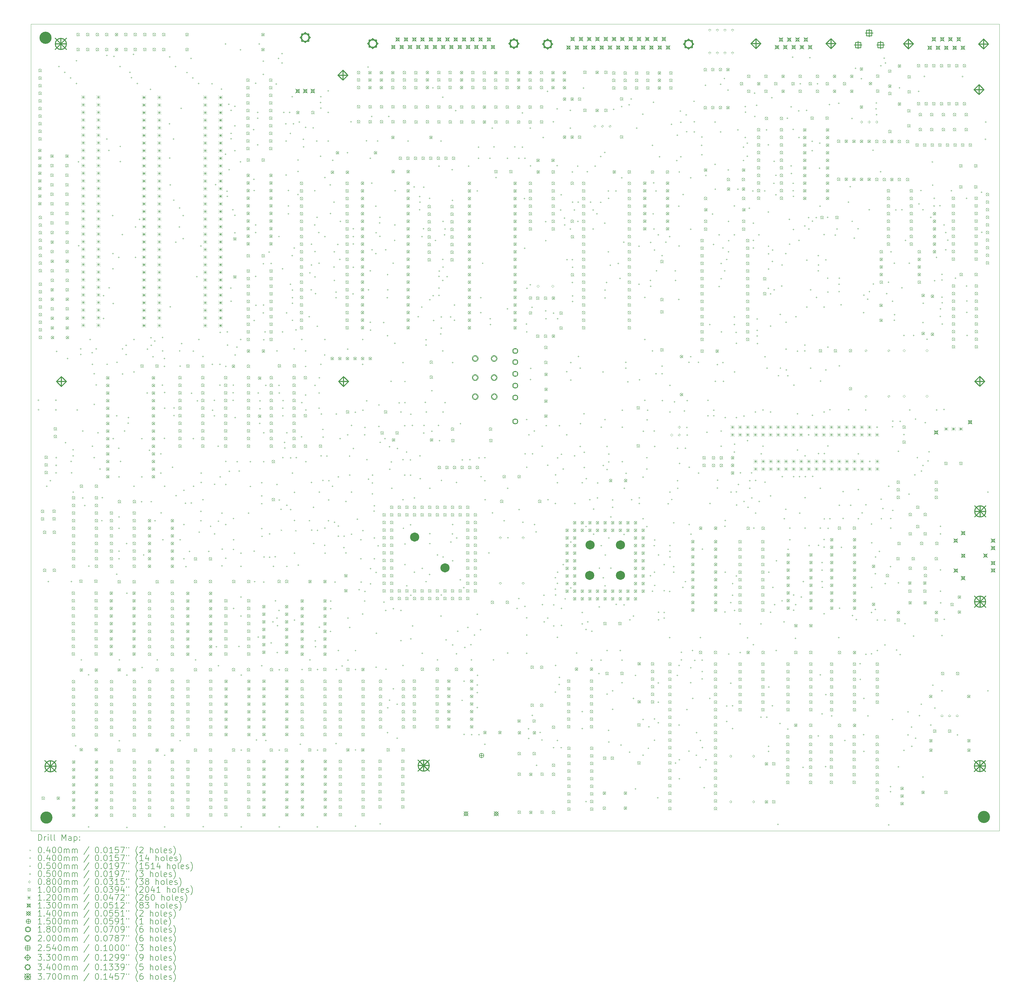
<source format=gbr>
%TF.GenerationSoftware,KiCad,Pcbnew,8.0.0*%
%TF.CreationDate,2024-03-10T15:29:59+00:00*%
%TF.ProjectId,Commodore PC10 III,436f6d6d-6f64-46f7-9265-205043313020,1.0*%
%TF.SameCoordinates,Original*%
%TF.FileFunction,Drillmap*%
%TF.FilePolarity,Positive*%
%FSLAX45Y45*%
G04 Gerber Fmt 4.5, Leading zero omitted, Abs format (unit mm)*
G04 Created by KiCad (PCBNEW 8.0.0) date 2024-03-10 15:29:59*
%MOMM*%
%LPD*%
G01*
G04 APERTURE LIST*
%ADD10C,1.560000*%
%ADD11C,2.040000*%
%ADD12C,0.100000*%
%ADD13C,0.200000*%
%ADD14C,0.120000*%
%ADD15C,0.130000*%
%ADD16C,0.140000*%
%ADD17C,0.150000*%
%ADD18C,0.180000*%
%ADD19C,0.254000*%
%ADD20C,0.330000*%
%ADD21C,0.340000*%
%ADD22C,0.370000*%
G04 APERTURE END LIST*
D10*
X32496000Y-24003000D02*
G75*
G02*
X32340000Y-24003000I-78000J0D01*
G01*
X32340000Y-24003000D02*
G75*
G02*
X32496000Y-24003000I78000J0D01*
G01*
D11*
X44658000Y-33090000D02*
G75*
G02*
X44454000Y-33090000I-102000J0D01*
G01*
X44454000Y-33090000D02*
G75*
G02*
X44658000Y-33090000I102000J0D01*
G01*
D10*
X31468000Y-25021000D02*
G75*
G02*
X31312000Y-25021000I-78000J0D01*
G01*
X31312000Y-25021000D02*
G75*
G02*
X31468000Y-25021000I78000J0D01*
G01*
D11*
X13320000Y-7062000D02*
G75*
G02*
X13116000Y-7062000I-102000J0D01*
G01*
X13116000Y-7062000D02*
G75*
G02*
X13320000Y-7062000I102000J0D01*
G01*
X13349000Y-33110000D02*
G75*
G02*
X13145000Y-33110000I-102000J0D01*
G01*
X13145000Y-33110000D02*
G75*
G02*
X13349000Y-33110000I102000J0D01*
G01*
D10*
X32496000Y-25019000D02*
G75*
G02*
X32340000Y-25019000I-78000J0D01*
G01*
X32340000Y-25019000D02*
G75*
G02*
X32496000Y-25019000I78000J0D01*
G01*
X25623000Y-23740000D02*
G75*
G02*
X25467000Y-23740000I-78000J0D01*
G01*
X25467000Y-23740000D02*
G75*
G02*
X25623000Y-23740000I78000J0D01*
G01*
X26637000Y-24769000D02*
G75*
G02*
X26481000Y-24769000I-78000J0D01*
G01*
X26481000Y-24769000D02*
G75*
G02*
X26637000Y-24769000I78000J0D01*
G01*
D12*
X12727000Y-6608000D02*
X45074000Y-6608000D01*
X45074000Y-33556000D01*
X12727000Y-33556000D01*
X12727000Y-6608000D01*
D10*
X31482000Y-24003000D02*
G75*
G02*
X31326000Y-24003000I-78000J0D01*
G01*
X31326000Y-24003000D02*
G75*
G02*
X31482000Y-24003000I78000J0D01*
G01*
D13*
D12*
X21071450Y-23490000D02*
X21111450Y-23530000D01*
X21111450Y-23490000D02*
X21071450Y-23530000D01*
X21552500Y-23502500D02*
X21592500Y-23542500D01*
X21592500Y-23502500D02*
X21552500Y-23542500D01*
X13002000Y-19169000D02*
G75*
G02*
X12962000Y-19169000I-20000J0D01*
G01*
X12962000Y-19169000D02*
G75*
G02*
X13002000Y-19169000I20000J0D01*
G01*
X13006000Y-19489000D02*
G75*
G02*
X12966000Y-19489000I-20000J0D01*
G01*
X12966000Y-19489000D02*
G75*
G02*
X13006000Y-19489000I20000J0D01*
G01*
X13584000Y-19489000D02*
G75*
G02*
X13544000Y-19489000I-20000J0D01*
G01*
X13544000Y-19489000D02*
G75*
G02*
X13584000Y-19489000I20000J0D01*
G01*
X13585000Y-19168000D02*
G75*
G02*
X13545000Y-19168000I-20000J0D01*
G01*
X13545000Y-19168000D02*
G75*
G02*
X13585000Y-19168000I20000J0D01*
G01*
X13591000Y-21597000D02*
G75*
G02*
X13551000Y-21597000I-20000J0D01*
G01*
X13551000Y-21597000D02*
G75*
G02*
X13591000Y-21597000I20000J0D01*
G01*
X13593000Y-21343000D02*
G75*
G02*
X13553000Y-21343000I-20000J0D01*
G01*
X13553000Y-21343000D02*
G75*
G02*
X13593000Y-21343000I20000J0D01*
G01*
X13594000Y-21088000D02*
G75*
G02*
X13554000Y-21088000I-20000J0D01*
G01*
X13554000Y-21088000D02*
G75*
G02*
X13594000Y-21088000I20000J0D01*
G01*
X42588000Y-8355000D02*
G75*
G02*
X42548000Y-8355000I-20000J0D01*
G01*
X42548000Y-8355000D02*
G75*
G02*
X42588000Y-8355000I20000J0D01*
G01*
X42852000Y-11213000D02*
G75*
G02*
X42812000Y-11213000I-20000J0D01*
G01*
X42812000Y-11213000D02*
G75*
G02*
X42852000Y-11213000I20000J0D01*
G01*
X42913000Y-12680000D02*
G75*
G02*
X42873000Y-12680000I-20000J0D01*
G01*
X42873000Y-12680000D02*
G75*
G02*
X42913000Y-12680000I20000J0D01*
G01*
X42917000Y-12426000D02*
G75*
G02*
X42877000Y-12426000I-20000J0D01*
G01*
X42877000Y-12426000D02*
G75*
G02*
X42917000Y-12426000I20000J0D01*
G01*
X43860000Y-8357000D02*
G75*
G02*
X43820000Y-8357000I-20000J0D01*
G01*
X43820000Y-8357000D02*
G75*
G02*
X43860000Y-8357000I20000J0D01*
G01*
X44627000Y-10451000D02*
G75*
G02*
X44587000Y-10451000I-20000J0D01*
G01*
X44587000Y-10451000D02*
G75*
G02*
X44627000Y-10451000I20000J0D01*
G01*
X44637000Y-9879000D02*
G75*
G02*
X44597000Y-9879000I-20000J0D01*
G01*
X44597000Y-9879000D02*
G75*
G02*
X44637000Y-9879000I20000J0D01*
G01*
X13252000Y-22018000D02*
X13252000Y-22068000D01*
X13227000Y-22043000D02*
X13277000Y-22043000D01*
X13307000Y-25201000D02*
X13307000Y-25251000D01*
X13282000Y-25226000D02*
X13332000Y-25226000D01*
X13376000Y-21825000D02*
X13376000Y-21875000D01*
X13351000Y-21850000D02*
X13401000Y-21850000D01*
X13586000Y-17510000D02*
X13586000Y-17560000D01*
X13561000Y-17535000D02*
X13611000Y-17535000D01*
X13664000Y-7994000D02*
X13664000Y-8044000D01*
X13639000Y-8019000D02*
X13689000Y-8019000D01*
X13859000Y-8187000D02*
X13859000Y-8237000D01*
X13834000Y-8212000D02*
X13884000Y-8212000D01*
X13879000Y-20559000D02*
X13879000Y-20609000D01*
X13854000Y-20584000D02*
X13904000Y-20584000D01*
X13947000Y-17748000D02*
X13947000Y-17798000D01*
X13922000Y-17773000D02*
X13972000Y-17773000D01*
X14052000Y-8374000D02*
X14052000Y-8424000D01*
X14027000Y-8399000D02*
X14077000Y-8399000D01*
X14071000Y-21188000D02*
X14071000Y-21238000D01*
X14046000Y-21213000D02*
X14096000Y-21213000D01*
X14078000Y-25197000D02*
X14078000Y-25247000D01*
X14053000Y-25222000D02*
X14103000Y-25222000D01*
X14083000Y-21565000D02*
X14083000Y-21615000D01*
X14058000Y-21590000D02*
X14108000Y-21590000D01*
X14132000Y-20795000D02*
X14132000Y-20845000D01*
X14107000Y-20820000D02*
X14157000Y-20820000D01*
X14135000Y-20999000D02*
X14135000Y-21049000D01*
X14110000Y-21024000D02*
X14160000Y-21024000D01*
X14140000Y-22206000D02*
X14140000Y-22256000D01*
X14115000Y-22231000D02*
X14165000Y-22231000D01*
X14220000Y-30688000D02*
X14220000Y-30738000D01*
X14195000Y-30713000D02*
X14245000Y-30713000D01*
X14243000Y-7803000D02*
X14243000Y-7853000D01*
X14218000Y-7828000D02*
X14268000Y-7828000D01*
X14246000Y-8561000D02*
X14246000Y-8611000D01*
X14221000Y-8586000D02*
X14271000Y-8586000D01*
X14268000Y-19470000D02*
X14268000Y-19520000D01*
X14243000Y-19495000D02*
X14293000Y-19495000D01*
X14312000Y-11176000D02*
X14312000Y-11226000D01*
X14287000Y-11201000D02*
X14337000Y-11201000D01*
X14319000Y-13980000D02*
X14319000Y-14030000D01*
X14294000Y-14005000D02*
X14344000Y-14005000D01*
X14392000Y-17424000D02*
X14392000Y-17474000D01*
X14367000Y-17449000D02*
X14417000Y-17449000D01*
X14394000Y-17615000D02*
X14394000Y-17665000D01*
X14369000Y-17640000D02*
X14419000Y-17640000D01*
X14411000Y-27816000D02*
X14411000Y-27866000D01*
X14386000Y-27841000D02*
X14436000Y-27841000D01*
X14455000Y-22401000D02*
X14455000Y-22451000D01*
X14430000Y-22426000D02*
X14480000Y-22426000D01*
X14460000Y-20169000D02*
X14460000Y-20219000D01*
X14435000Y-20194000D02*
X14485000Y-20194000D01*
X14525000Y-22656000D02*
X14525000Y-22706000D01*
X14500000Y-22681000D02*
X14550000Y-22681000D01*
X14655000Y-33392000D02*
X14655000Y-33442000D01*
X14630000Y-33417000D02*
X14680000Y-33417000D01*
X14656000Y-28310000D02*
X14656000Y-28360000D01*
X14631000Y-28335000D02*
X14681000Y-28335000D01*
X14660000Y-24684000D02*
X14660000Y-24734000D01*
X14635000Y-24709000D02*
X14685000Y-24709000D01*
X14707000Y-17109000D02*
X14707000Y-17159000D01*
X14682000Y-17134000D02*
X14732000Y-17134000D01*
X14774000Y-17555000D02*
X14774000Y-17605000D01*
X14749000Y-17580000D02*
X14799000Y-17580000D01*
X14776000Y-17939000D02*
X14776000Y-17989000D01*
X14751000Y-17964000D02*
X14801000Y-17964000D01*
X14779000Y-20680000D02*
X14779000Y-20730000D01*
X14754000Y-20705000D02*
X14804000Y-20705000D01*
X14836000Y-18254000D02*
X14836000Y-18304000D01*
X14811000Y-18279000D02*
X14861000Y-18279000D01*
X14841000Y-21055000D02*
X14841000Y-21105000D01*
X14816000Y-21080000D02*
X14866000Y-21080000D01*
X14843000Y-19278000D02*
X14843000Y-19328000D01*
X14818000Y-19303000D02*
X14868000Y-19303000D01*
X14903000Y-17427000D02*
X14903000Y-17477000D01*
X14878000Y-17452000D02*
X14928000Y-17452000D01*
X14907000Y-18632000D02*
X14907000Y-18682000D01*
X14882000Y-18657000D02*
X14932000Y-18657000D01*
X14967000Y-20232000D02*
X14967000Y-20282000D01*
X14942000Y-20257000D02*
X14992000Y-20257000D01*
X15031000Y-21440000D02*
X15031000Y-21490000D01*
X15006000Y-21465000D02*
X15056000Y-21465000D01*
X15097000Y-23162000D02*
X15097000Y-23212000D01*
X15072000Y-23187000D02*
X15122000Y-23187000D01*
X15107000Y-22397000D02*
X15107000Y-22447000D01*
X15082000Y-22422000D02*
X15132000Y-22422000D01*
X15150000Y-16408000D02*
X15150000Y-16458000D01*
X15125000Y-16433000D02*
X15175000Y-16433000D01*
X15153000Y-15646000D02*
X15153000Y-15696000D01*
X15128000Y-15671000D02*
X15178000Y-15671000D01*
X15265000Y-10416000D02*
X15265000Y-10466000D01*
X15240000Y-10441000D02*
X15290000Y-10441000D01*
X15266000Y-7625444D02*
X15266000Y-7675444D01*
X15241000Y-7650444D02*
X15291000Y-7650444D01*
X15274000Y-17938000D02*
X15274000Y-17988000D01*
X15249000Y-17963000D02*
X15299000Y-17963000D01*
X15328000Y-10793000D02*
X15328000Y-10843000D01*
X15303000Y-10818000D02*
X15353000Y-10818000D01*
X15340000Y-15386000D02*
X15340000Y-15436000D01*
X15315000Y-15411000D02*
X15365000Y-15411000D01*
X15459000Y-12970000D02*
X15459000Y-13020000D01*
X15434000Y-12995000D02*
X15484000Y-12995000D01*
X15465000Y-14748000D02*
X15465000Y-14798000D01*
X15440000Y-14773000D02*
X15490000Y-14773000D01*
X15466000Y-14243000D02*
X15466000Y-14293000D01*
X15441000Y-14268000D02*
X15491000Y-14268000D01*
X15472000Y-15907000D02*
X15472000Y-15957000D01*
X15447000Y-15932000D02*
X15497000Y-15932000D01*
X15473000Y-20422000D02*
X15473000Y-20472000D01*
X15448000Y-20447000D02*
X15498000Y-20447000D01*
X15497000Y-7655000D02*
X15497000Y-7705000D01*
X15472000Y-7680000D02*
X15522000Y-7680000D01*
X15595000Y-19661000D02*
X15595000Y-19711000D01*
X15570000Y-19686000D02*
X15620000Y-19686000D01*
X15595600Y-24949000D02*
X15595600Y-24999000D01*
X15570600Y-24974000D02*
X15620600Y-24974000D01*
X15598000Y-17873000D02*
X15598000Y-17923000D01*
X15573000Y-17898000D02*
X15623000Y-17898000D01*
X15657000Y-14367000D02*
X15657000Y-14417000D01*
X15632000Y-14392000D02*
X15682000Y-14392000D01*
X15660000Y-20741000D02*
X15660000Y-20791000D01*
X15635000Y-20766000D02*
X15685000Y-20766000D01*
X15666000Y-21699000D02*
X15666000Y-21749000D01*
X15641000Y-21724000D02*
X15691000Y-21724000D01*
X15666000Y-24185000D02*
X15666000Y-24235000D01*
X15641000Y-24210000D02*
X15691000Y-24210000D01*
X15668000Y-23038000D02*
X15668000Y-23088000D01*
X15643000Y-23063000D02*
X15693000Y-23063000D01*
X15668000Y-23420000D02*
X15668000Y-23470000D01*
X15643000Y-23445000D02*
X15693000Y-23445000D01*
X15669000Y-24438000D02*
X15669000Y-24488000D01*
X15644000Y-24463000D02*
X15694000Y-24463000D01*
X15678000Y-30514000D02*
X15678000Y-30564000D01*
X15653000Y-30539000D02*
X15703000Y-30539000D01*
X15681000Y-27818000D02*
X15681000Y-27868000D01*
X15656000Y-27843000D02*
X15706000Y-27843000D01*
X15706000Y-7993000D02*
X15706000Y-8043000D01*
X15681000Y-8018000D02*
X15731000Y-8018000D01*
X15707000Y-10665000D02*
X15707000Y-10715000D01*
X15682000Y-10690000D02*
X15732000Y-10690000D01*
X15711000Y-11170000D02*
X15711000Y-11220000D01*
X15686000Y-11195000D02*
X15736000Y-11195000D01*
X15723000Y-21186000D02*
X15723000Y-21236000D01*
X15698000Y-21211000D02*
X15748000Y-21211000D01*
X15782000Y-13611000D02*
X15782000Y-13661000D01*
X15757000Y-13636000D02*
X15807000Y-13636000D01*
X15783000Y-17428000D02*
X15783000Y-17478000D01*
X15758000Y-17453000D02*
X15808000Y-17453000D01*
X15785000Y-18263000D02*
X15785000Y-18313000D01*
X15760000Y-18288000D02*
X15810000Y-18288000D01*
X15852000Y-20171000D02*
X15852000Y-20221000D01*
X15827000Y-20196000D02*
X15877000Y-20196000D01*
X15907000Y-17616000D02*
X15907000Y-17666000D01*
X15882000Y-17641000D02*
X15932000Y-17641000D01*
X15909000Y-17305000D02*
X15909000Y-17355000D01*
X15884000Y-17330000D02*
X15934000Y-17330000D01*
X15924000Y-23931000D02*
X15924000Y-23981000D01*
X15899000Y-23956000D02*
X15949000Y-23956000D01*
X15930000Y-25588000D02*
X15930000Y-25638000D01*
X15905000Y-25613000D02*
X15955000Y-25613000D01*
X15930000Y-33409000D02*
X15930000Y-33459000D01*
X15905000Y-33434000D02*
X15955000Y-33434000D01*
X15931000Y-28326000D02*
X15931000Y-28376000D01*
X15906000Y-28351000D02*
X15956000Y-28351000D01*
X15976000Y-19903000D02*
X15976000Y-19953000D01*
X15951000Y-19928000D02*
X16001000Y-19928000D01*
X15980000Y-19724000D02*
X15980000Y-19774000D01*
X15955000Y-19749000D02*
X16005000Y-19749000D01*
X16034000Y-8189000D02*
X16034000Y-8239000D01*
X16009000Y-8214000D02*
X16059000Y-8214000D01*
X16084000Y-8370000D02*
X16084000Y-8420000D01*
X16059000Y-8395000D02*
X16109000Y-8395000D01*
X16150000Y-7591000D02*
X16150000Y-7641000D01*
X16125000Y-7616000D02*
X16175000Y-7616000D01*
X16166000Y-17110000D02*
X16166000Y-17160000D01*
X16141000Y-17135000D02*
X16191000Y-17135000D01*
X16167000Y-18194000D02*
X16167000Y-18244000D01*
X16142000Y-18219000D02*
X16192000Y-18219000D01*
X16170000Y-22013000D02*
X16170000Y-22063000D01*
X16145000Y-22038000D02*
X16195000Y-22038000D01*
X16218000Y-14366000D02*
X16218000Y-14416000D01*
X16193000Y-14391000D02*
X16243000Y-14391000D01*
X16219000Y-13356000D02*
X16219000Y-13406000D01*
X16194000Y-13381000D02*
X16244000Y-13381000D01*
X16276000Y-8562000D02*
X16276000Y-8612000D01*
X16251000Y-8587000D02*
X16301000Y-8587000D01*
X16354000Y-13096000D02*
X16354000Y-13146000D01*
X16329000Y-13121000D02*
X16379000Y-13121000D01*
X16424000Y-22528000D02*
X16424000Y-22578000D01*
X16399000Y-22553000D02*
X16449000Y-22553000D01*
X16427000Y-20427000D02*
X16427000Y-20477000D01*
X16402000Y-20452000D02*
X16452000Y-20452000D01*
X16428000Y-21700000D02*
X16428000Y-21750000D01*
X16403000Y-21725000D02*
X16453000Y-21725000D01*
X16436000Y-28071000D02*
X16436000Y-28121000D01*
X16411000Y-28096000D02*
X16461000Y-28096000D01*
X16494000Y-24309000D02*
X16494000Y-24359000D01*
X16469000Y-24334000D02*
X16519000Y-24334000D01*
X16612000Y-18896000D02*
X16612000Y-18946000D01*
X16587000Y-18921000D02*
X16637000Y-18921000D01*
X16615000Y-17433000D02*
X16615000Y-17483000D01*
X16590000Y-17458000D02*
X16640000Y-17458000D01*
X16681000Y-20809000D02*
X16681000Y-20859000D01*
X16656000Y-20834000D02*
X16706000Y-20834000D01*
X16722000Y-8758000D02*
X16722000Y-8808000D01*
X16697000Y-8783000D02*
X16747000Y-8783000D01*
X16735000Y-17052000D02*
X16735000Y-17102000D01*
X16710000Y-17077000D02*
X16760000Y-17077000D01*
X16744000Y-17305000D02*
X16744000Y-17355000D01*
X16719000Y-17330000D02*
X16769000Y-17330000D01*
X16746000Y-22527000D02*
X16746000Y-22577000D01*
X16721000Y-22552000D02*
X16771000Y-22552000D01*
X16801000Y-17689000D02*
X16801000Y-17739000D01*
X16776000Y-17714000D02*
X16826000Y-17714000D01*
X16862000Y-17165000D02*
X16862000Y-17215000D01*
X16837000Y-17190000D02*
X16887000Y-17190000D01*
X16871000Y-23165000D02*
X16871000Y-23215000D01*
X16846000Y-23190000D02*
X16896000Y-23190000D01*
X16943000Y-27818000D02*
X16943000Y-27868000D01*
X16918000Y-27843000D02*
X16968000Y-27843000D01*
X17066000Y-20935000D02*
X17066000Y-20985000D01*
X17041000Y-20960000D02*
X17091000Y-20960000D01*
X17067000Y-21573000D02*
X17067000Y-21623000D01*
X17042000Y-21598000D02*
X17092000Y-21598000D01*
X17071000Y-22906000D02*
X17071000Y-22956000D01*
X17046000Y-22931000D02*
X17096000Y-22931000D01*
X17115000Y-18640000D02*
X17115000Y-18690000D01*
X17090000Y-18665000D02*
X17140000Y-18665000D01*
X17121000Y-17044000D02*
X17121000Y-17094000D01*
X17096000Y-17069000D02*
X17146000Y-17069000D01*
X17123000Y-17495000D02*
X17123000Y-17545000D01*
X17098000Y-17520000D02*
X17148000Y-17520000D01*
X17132000Y-23798000D02*
X17132000Y-23848000D01*
X17107000Y-23823000D02*
X17157000Y-23823000D01*
X17184000Y-18009000D02*
X17184000Y-18059000D01*
X17159000Y-18034000D02*
X17209000Y-18034000D01*
X17187000Y-17751000D02*
X17187000Y-17801000D01*
X17162000Y-17776000D02*
X17212000Y-17776000D01*
X17187000Y-20413000D02*
X17187000Y-20463000D01*
X17162000Y-20438000D02*
X17212000Y-20438000D01*
X17189000Y-18880000D02*
X17189000Y-18930000D01*
X17164000Y-18905000D02*
X17214000Y-18905000D01*
X17192000Y-19405000D02*
X17192000Y-19455000D01*
X17167000Y-19430000D02*
X17217000Y-19430000D01*
X17194000Y-22015000D02*
X17194000Y-22065000D01*
X17169000Y-22040000D02*
X17219000Y-22040000D01*
X17195000Y-33395000D02*
X17195000Y-33445000D01*
X17170000Y-33420000D02*
X17220000Y-33420000D01*
X17196000Y-31002000D02*
X17196000Y-31052000D01*
X17171000Y-31027000D02*
X17221000Y-31027000D01*
X17357000Y-9905000D02*
X17357000Y-9955000D01*
X17332000Y-9930000D02*
X17382000Y-9930000D01*
X17359000Y-11053000D02*
X17359000Y-11103000D01*
X17334000Y-11078000D02*
X17384000Y-11078000D01*
X17365000Y-7673000D02*
X17365000Y-7723000D01*
X17340000Y-7698000D02*
X17390000Y-7698000D01*
X17376000Y-11949000D02*
X17376000Y-11999000D01*
X17351000Y-11974000D02*
X17401000Y-11974000D01*
X17380000Y-16022000D02*
X17380000Y-16072000D01*
X17355000Y-16047000D02*
X17405000Y-16047000D01*
X17452000Y-21378000D02*
X17452000Y-21428000D01*
X17427000Y-21403000D02*
X17477000Y-21403000D01*
X17489000Y-10415000D02*
X17489000Y-10465000D01*
X17464000Y-10440000D02*
X17514000Y-10440000D01*
X17498000Y-12460000D02*
X17498000Y-12510000D01*
X17473000Y-12485000D02*
X17523000Y-12485000D01*
X17502000Y-19650000D02*
X17502000Y-19700000D01*
X17477000Y-19675000D02*
X17527000Y-19675000D01*
X17503000Y-19402000D02*
X17503000Y-19452000D01*
X17478000Y-19427000D02*
X17528000Y-19427000D01*
X17554000Y-7993000D02*
X17554000Y-8043000D01*
X17529000Y-8018000D02*
X17579000Y-8018000D01*
X17567000Y-13860000D02*
X17567000Y-13910000D01*
X17542000Y-13885000D02*
X17592000Y-13885000D01*
X17577000Y-22330000D02*
X17577000Y-22380000D01*
X17552000Y-22355000D02*
X17602000Y-22355000D01*
X17685000Y-13351000D02*
X17685000Y-13401000D01*
X17660000Y-13376000D02*
X17710000Y-13376000D01*
X17692000Y-12715000D02*
X17692000Y-12765000D01*
X17667000Y-12740000D02*
X17717000Y-12740000D01*
X17696000Y-17494000D02*
X17696000Y-17544000D01*
X17671000Y-17519000D02*
X17721000Y-17519000D01*
X17707000Y-18002000D02*
X17707000Y-18052000D01*
X17682000Y-18027000D02*
X17732000Y-18027000D01*
X17708000Y-23802000D02*
X17708000Y-23852000D01*
X17683000Y-23827000D02*
X17733000Y-23827000D01*
X17712000Y-30511000D02*
X17712000Y-30561000D01*
X17687000Y-30536000D02*
X17737000Y-30536000D01*
X17743000Y-9393000D02*
X17743000Y-9443000D01*
X17718000Y-9418000D02*
X17768000Y-9418000D01*
X17759000Y-17245000D02*
X17759000Y-17295000D01*
X17734000Y-17270000D02*
X17784000Y-17270000D01*
X17812000Y-12970000D02*
X17812000Y-13020000D01*
X17787000Y-12995000D02*
X17837000Y-12995000D01*
X17812000Y-13740000D02*
X17812000Y-13790000D01*
X17787000Y-13765000D02*
X17837000Y-13765000D01*
X17834000Y-22147000D02*
X17834000Y-22197000D01*
X17809000Y-22172000D02*
X17859000Y-22172000D01*
X17836000Y-23290000D02*
X17836000Y-23340000D01*
X17811000Y-23315000D02*
X17861000Y-23315000D01*
X17837000Y-24439000D02*
X17837000Y-24489000D01*
X17812000Y-24464000D02*
X17862000Y-24464000D01*
X17887000Y-22580000D02*
X17887000Y-22630000D01*
X17862000Y-22605000D02*
X17912000Y-22605000D01*
X17901000Y-24696000D02*
X17901000Y-24746000D01*
X17876000Y-24721000D02*
X17926000Y-24721000D01*
X17940000Y-8193000D02*
X17940000Y-8243000D01*
X17915000Y-8218000D02*
X17965000Y-8218000D01*
X18026000Y-24192000D02*
X18026000Y-24242000D01*
X18001000Y-24217000D02*
X18051000Y-24217000D01*
X18072000Y-7722000D02*
X18072000Y-7772000D01*
X18047000Y-7747000D02*
X18097000Y-7747000D01*
X18080000Y-22575000D02*
X18080000Y-22625000D01*
X18055000Y-22600000D02*
X18105000Y-22600000D01*
X18088000Y-18905000D02*
X18088000Y-18955000D01*
X18063000Y-18930000D02*
X18113000Y-18930000D01*
X18135000Y-8376000D02*
X18135000Y-8426000D01*
X18110000Y-8401000D02*
X18160000Y-8401000D01*
X18150000Y-17498000D02*
X18150000Y-17548000D01*
X18125000Y-17523000D02*
X18175000Y-17523000D01*
X18151000Y-20424000D02*
X18151000Y-20474000D01*
X18126000Y-20449000D02*
X18176000Y-20449000D01*
X18154000Y-22014000D02*
X18154000Y-22064000D01*
X18129000Y-22039000D02*
X18179000Y-22039000D01*
X18226000Y-27818000D02*
X18226000Y-27868000D01*
X18201000Y-27843000D02*
X18251000Y-27843000D01*
X18265000Y-15011000D02*
X18265000Y-15061000D01*
X18240000Y-15036000D02*
X18290000Y-15036000D01*
X18282000Y-19162000D02*
X18282000Y-19212000D01*
X18257000Y-19187000D02*
X18307000Y-19187000D01*
X18324000Y-8564000D02*
X18324000Y-8614000D01*
X18299000Y-8589000D02*
X18349000Y-8589000D01*
X18334000Y-17115000D02*
X18334000Y-17165000D01*
X18309000Y-17140000D02*
X18359000Y-17140000D01*
X18348000Y-23546000D02*
X18348000Y-23596000D01*
X18323000Y-23571000D02*
X18373000Y-23571000D01*
X18401000Y-13986000D02*
X18401000Y-14036000D01*
X18376000Y-14011000D02*
X18426000Y-14011000D01*
X18406000Y-23164000D02*
X18406000Y-23214000D01*
X18381000Y-23189000D02*
X18431000Y-23189000D01*
X18407000Y-22850000D02*
X18407000Y-22900000D01*
X18382000Y-22875000D02*
X18432000Y-22875000D01*
X18408000Y-21573000D02*
X18408000Y-21623000D01*
X18383000Y-21598000D02*
X18433000Y-21598000D01*
X18412000Y-21889000D02*
X18412000Y-21939000D01*
X18387000Y-21914000D02*
X18437000Y-21914000D01*
X18469000Y-17683000D02*
X18469000Y-17733000D01*
X18444000Y-17708000D02*
X18494000Y-17708000D01*
X18471000Y-22462000D02*
X18471000Y-22512000D01*
X18446000Y-22487000D02*
X18496000Y-22487000D01*
X18478000Y-33385000D02*
X18478000Y-33435000D01*
X18453000Y-33410000D02*
X18503000Y-33410000D01*
X18662000Y-24187000D02*
X18662000Y-24237000D01*
X18637000Y-24212000D02*
X18687000Y-24212000D01*
X18729000Y-23356000D02*
X18729000Y-23406000D01*
X18704000Y-23381000D02*
X18754000Y-23381000D01*
X18772000Y-8568000D02*
X18772000Y-8618000D01*
X18747000Y-8593000D02*
X18797000Y-8593000D01*
X18783000Y-17944000D02*
X18783000Y-17994000D01*
X18758000Y-17969000D02*
X18808000Y-17969000D01*
X18789000Y-19472000D02*
X18789000Y-19522000D01*
X18764000Y-19497000D02*
X18814000Y-19497000D01*
X18852000Y-19145000D02*
X18852000Y-19195000D01*
X18827000Y-19170000D02*
X18877000Y-19170000D01*
X18852000Y-19665000D02*
X18852000Y-19715000D01*
X18827000Y-19690000D02*
X18877000Y-19690000D01*
X18857000Y-21951000D02*
X18857000Y-22001000D01*
X18832000Y-21976000D02*
X18882000Y-21976000D01*
X18860000Y-23604000D02*
X18860000Y-23654000D01*
X18835000Y-23629000D02*
X18885000Y-23629000D01*
X18897000Y-11943000D02*
X18897000Y-11993000D01*
X18872000Y-11968000D02*
X18922000Y-11968000D01*
X18923000Y-27378000D02*
X18923000Y-27428000D01*
X18898000Y-27403000D02*
X18948000Y-27403000D01*
X18979000Y-20675000D02*
X18979000Y-20725000D01*
X18954000Y-20700000D02*
X19004000Y-20700000D01*
X18984000Y-23179000D02*
X18984000Y-23229000D01*
X18959000Y-23204000D02*
X19009000Y-23204000D01*
X18987000Y-28011000D02*
X18987000Y-28061000D01*
X18962000Y-28036000D02*
X19012000Y-28036000D01*
X19038000Y-17939000D02*
X19038000Y-17989000D01*
X19013000Y-17964000D02*
X19063000Y-17964000D01*
X19040000Y-18640000D02*
X19040000Y-18690000D01*
X19015000Y-18665000D02*
X19065000Y-18665000D01*
X19044000Y-16875000D02*
X19044000Y-16925000D01*
X19019000Y-16900000D02*
X19069000Y-16900000D01*
X19049000Y-21698000D02*
X19049000Y-21748000D01*
X19024000Y-21723000D02*
X19074000Y-21723000D01*
X19089000Y-8747000D02*
X19089000Y-8797000D01*
X19064000Y-8772000D02*
X19114000Y-8772000D01*
X19106000Y-24676000D02*
X19106000Y-24726000D01*
X19081000Y-24701000D02*
X19131000Y-24701000D01*
X19107000Y-22915000D02*
X19107000Y-22965000D01*
X19082000Y-22940000D02*
X19132000Y-22940000D01*
X19113000Y-24116000D02*
X19113000Y-24166000D01*
X19088000Y-24141000D02*
X19138000Y-24141000D01*
X19223000Y-10921000D02*
X19223000Y-10971000D01*
X19198000Y-10946000D02*
X19248000Y-10946000D01*
X19224000Y-7240000D02*
X19224000Y-7290000D01*
X19199000Y-7265000D02*
X19249000Y-7265000D01*
X19233000Y-24423000D02*
X19233000Y-24473000D01*
X19208000Y-24448000D02*
X19258000Y-24448000D01*
X19235000Y-23291000D02*
X19235000Y-23341000D01*
X19210000Y-23316000D02*
X19260000Y-23316000D01*
X19237000Y-18007000D02*
X19237000Y-18057000D01*
X19212000Y-18032000D02*
X19262000Y-18032000D01*
X19237000Y-21188000D02*
X19237000Y-21238000D01*
X19212000Y-21213000D02*
X19262000Y-21213000D01*
X19237000Y-21952000D02*
X19237000Y-22002000D01*
X19212000Y-21977000D02*
X19262000Y-21977000D01*
X19279000Y-12157000D02*
X19279000Y-12207000D01*
X19254000Y-12182000D02*
X19304000Y-12182000D01*
X19283000Y-16856000D02*
X19283000Y-16906000D01*
X19258000Y-16881000D02*
X19308000Y-16881000D01*
X19287000Y-12333000D02*
X19287000Y-12383000D01*
X19262000Y-12358000D02*
X19312000Y-12358000D01*
X19290000Y-17299000D02*
X19290000Y-17349000D01*
X19265000Y-17324000D02*
X19315000Y-17324000D01*
X19338000Y-9259000D02*
X19338000Y-9309000D01*
X19313000Y-9284000D02*
X19363000Y-9284000D01*
X19347000Y-11437000D02*
X19347000Y-11487000D01*
X19322000Y-11462000D02*
X19372000Y-11462000D01*
X19355000Y-21515000D02*
X19355000Y-21565000D01*
X19330000Y-21540000D02*
X19380000Y-21540000D01*
X19406000Y-15393000D02*
X19406000Y-15443000D01*
X19381000Y-15418000D02*
X19431000Y-15418000D01*
X19408000Y-10225000D02*
X19408000Y-10275000D01*
X19383000Y-10250000D02*
X19433000Y-10250000D01*
X19409000Y-10409000D02*
X19409000Y-10459000D01*
X19384000Y-10434000D02*
X19434000Y-10434000D01*
X19410000Y-9461000D02*
X19410000Y-9511000D01*
X19385000Y-9486000D02*
X19435000Y-9486000D01*
X19412000Y-15837000D02*
X19412000Y-15887000D01*
X19387000Y-15862000D02*
X19437000Y-15862000D01*
X19472000Y-12774000D02*
X19472000Y-12824000D01*
X19447000Y-12799000D02*
X19497000Y-12799000D01*
X19476000Y-18891000D02*
X19476000Y-18941000D01*
X19451000Y-18916000D02*
X19501000Y-18916000D01*
X19480000Y-19142000D02*
X19480000Y-19192000D01*
X19455000Y-19167000D02*
X19505000Y-19167000D01*
X19483000Y-18640000D02*
X19483000Y-18690000D01*
X19458000Y-18665000D02*
X19508000Y-18665000D01*
X19491000Y-23094000D02*
X19491000Y-23144000D01*
X19466000Y-23119000D02*
X19516000Y-23119000D01*
X19491000Y-24127000D02*
X19491000Y-24177000D01*
X19466000Y-24152000D02*
X19516000Y-24152000D01*
X19492000Y-23801000D02*
X19492000Y-23851000D01*
X19467000Y-23826000D02*
X19517000Y-23826000D01*
X19492000Y-26098000D02*
X19492000Y-26148000D01*
X19467000Y-26123000D02*
X19517000Y-26123000D01*
X19535000Y-12962000D02*
X19535000Y-13012000D01*
X19510000Y-12987000D02*
X19560000Y-12987000D01*
X19535000Y-13549000D02*
X19535000Y-13599000D01*
X19510000Y-13574000D02*
X19560000Y-13574000D01*
X19537000Y-9326000D02*
X19537000Y-9376000D01*
X19512000Y-9351000D02*
X19562000Y-9351000D01*
X19538000Y-9973000D02*
X19538000Y-10023000D01*
X19513000Y-9998000D02*
X19563000Y-9998000D01*
X19538000Y-10805000D02*
X19538000Y-10855000D01*
X19513000Y-10830000D02*
X19563000Y-10830000D01*
X19545000Y-19719000D02*
X19545000Y-19769000D01*
X19520000Y-19744000D02*
X19570000Y-19744000D01*
X19550000Y-17632000D02*
X19550000Y-17682000D01*
X19525000Y-17657000D02*
X19575000Y-17657000D01*
X19607000Y-17370000D02*
X19607000Y-17420000D01*
X19582000Y-17395000D02*
X19632000Y-17395000D01*
X19614000Y-21196000D02*
X19614000Y-21246000D01*
X19589000Y-21221000D02*
X19639000Y-21221000D01*
X19670000Y-27367000D02*
X19670000Y-27417000D01*
X19645000Y-27392000D02*
X19695000Y-27392000D01*
X19678000Y-21508000D02*
X19678000Y-21558000D01*
X19653000Y-21533000D02*
X19703000Y-21533000D01*
X19722000Y-7432000D02*
X19722000Y-7482000D01*
X19697000Y-7457000D02*
X19747000Y-7457000D01*
X19723000Y-11180000D02*
X19723000Y-11230000D01*
X19698000Y-11205000D02*
X19748000Y-11205000D01*
X19735000Y-17114000D02*
X19735000Y-17164000D01*
X19710000Y-17139000D02*
X19760000Y-17139000D01*
X19739000Y-24693000D02*
X19739000Y-24743000D01*
X19714000Y-24718000D02*
X19764000Y-24718000D01*
X19741000Y-24251000D02*
X19741000Y-24301000D01*
X19716000Y-24276000D02*
X19766000Y-24276000D01*
X19743000Y-26351000D02*
X19743000Y-26401000D01*
X19718000Y-26376000D02*
X19768000Y-26376000D01*
X19744000Y-25718000D02*
X19744000Y-25768000D01*
X19719000Y-25743000D02*
X19769000Y-25743000D01*
X19749000Y-30827000D02*
X19749000Y-30877000D01*
X19724000Y-30852000D02*
X19774000Y-30852000D01*
X19750000Y-33392000D02*
X19750000Y-33442000D01*
X19725000Y-33417000D02*
X19775000Y-33417000D01*
X19751000Y-28321000D02*
X19751000Y-28371000D01*
X19726000Y-28346000D02*
X19776000Y-28346000D01*
X19998000Y-22911000D02*
X19998000Y-22961000D01*
X19973000Y-22936000D02*
X20023000Y-22936000D01*
X20055000Y-22019000D02*
X20055000Y-22069000D01*
X20030000Y-22044000D02*
X20080000Y-22044000D01*
X20056000Y-21195000D02*
X20056000Y-21245000D01*
X20031000Y-21220000D02*
X20081000Y-21220000D01*
X20166000Y-10100000D02*
X20166000Y-10150000D01*
X20141000Y-10125000D02*
X20191000Y-10125000D01*
X20175000Y-11760000D02*
X20175000Y-11810000D01*
X20150000Y-11785000D02*
X20200000Y-11785000D01*
X20178000Y-12138000D02*
X20178000Y-12188000D01*
X20153000Y-12163000D02*
X20203000Y-12163000D01*
X20179000Y-24179000D02*
X20179000Y-24229000D01*
X20154000Y-24204000D02*
X20204000Y-24204000D01*
X20182000Y-16477000D02*
X20182000Y-16527000D01*
X20157000Y-16502000D02*
X20207000Y-16502000D01*
X20195000Y-25202000D02*
X20195000Y-25252000D01*
X20170000Y-25227000D02*
X20220000Y-25227000D01*
X20231000Y-8552000D02*
X20231000Y-8602000D01*
X20206000Y-8577000D02*
X20256000Y-8577000D01*
X20234000Y-15004000D02*
X20234000Y-15054000D01*
X20209000Y-15029000D02*
X20259000Y-15029000D01*
X20235000Y-13282000D02*
X20235000Y-13332000D01*
X20210000Y-13307000D02*
X20260000Y-13307000D01*
X20235000Y-13542000D02*
X20235000Y-13592000D01*
X20210000Y-13567000D02*
X20260000Y-13567000D01*
X20239000Y-15971000D02*
X20239000Y-16021000D01*
X20214000Y-15996000D02*
X20264000Y-15996000D01*
X20257000Y-30491000D02*
X20257000Y-30541000D01*
X20232000Y-30516000D02*
X20282000Y-30516000D01*
X20300000Y-9529000D02*
X20300000Y-9579000D01*
X20275000Y-9554000D02*
X20325000Y-9554000D01*
X20300000Y-10610000D02*
X20300000Y-10660000D01*
X20275000Y-10635000D02*
X20325000Y-10635000D01*
X20301000Y-9719000D02*
X20301000Y-9769000D01*
X20276000Y-9744000D02*
X20326000Y-9744000D01*
X20313000Y-18902000D02*
X20313000Y-18952000D01*
X20288000Y-18927000D02*
X20338000Y-18927000D01*
X20315000Y-27053000D02*
X20315000Y-27103000D01*
X20290000Y-27078000D02*
X20340000Y-27078000D01*
X20347000Y-7238000D02*
X20347000Y-7288000D01*
X20322000Y-7263000D02*
X20372000Y-7263000D01*
X20371000Y-19918000D02*
X20371000Y-19968000D01*
X20346000Y-19943000D02*
X20396000Y-19943000D01*
X20375000Y-19165000D02*
X20375000Y-19215000D01*
X20350000Y-19190000D02*
X20400000Y-19190000D01*
X20376000Y-19421000D02*
X20376000Y-19471000D01*
X20351000Y-19446000D02*
X20401000Y-19446000D01*
X20436000Y-21899000D02*
X20436000Y-21949000D01*
X20411000Y-21924000D02*
X20461000Y-21924000D01*
X20437000Y-23429000D02*
X20437000Y-23479000D01*
X20412000Y-23454000D02*
X20462000Y-23454000D01*
X20438000Y-22333000D02*
X20438000Y-22383000D01*
X20413000Y-22358000D02*
X20463000Y-22358000D01*
X20438000Y-28012000D02*
X20438000Y-28062000D01*
X20413000Y-28037000D02*
X20463000Y-28037000D01*
X20439000Y-22595000D02*
X20439000Y-22645000D01*
X20414000Y-22620000D02*
X20464000Y-22620000D01*
X20445000Y-23687000D02*
X20445000Y-23737000D01*
X20420000Y-23712000D02*
X20470000Y-23712000D01*
X20484000Y-8256000D02*
X20484000Y-8306000D01*
X20459000Y-8281000D02*
X20509000Y-8281000D01*
X20484000Y-16221000D02*
X20484000Y-16271000D01*
X20459000Y-16246000D02*
X20509000Y-16246000D01*
X20489000Y-7812000D02*
X20489000Y-7862000D01*
X20464000Y-7837000D02*
X20514000Y-7837000D01*
X20490000Y-14578000D02*
X20490000Y-14628000D01*
X20465000Y-14603000D02*
X20515000Y-14603000D01*
X20495000Y-15963000D02*
X20495000Y-16013000D01*
X20470000Y-15988000D02*
X20520000Y-15988000D01*
X20499000Y-21190000D02*
X20499000Y-21240000D01*
X20474000Y-21215000D02*
X20524000Y-21215000D01*
X20500000Y-17118000D02*
X20500000Y-17168000D01*
X20475000Y-17143000D02*
X20525000Y-17143000D01*
X20505000Y-20232000D02*
X20505000Y-20282000D01*
X20480000Y-20257000D02*
X20530000Y-20257000D01*
X20506000Y-25215000D02*
X20506000Y-25265000D01*
X20481000Y-25240000D02*
X20531000Y-25240000D01*
X20513000Y-24374000D02*
X20513000Y-24424000D01*
X20488000Y-24399000D02*
X20538000Y-24399000D01*
X20548000Y-16861000D02*
X20548000Y-16911000D01*
X20523000Y-16886000D02*
X20573000Y-16886000D01*
X20568000Y-18643000D02*
X20568000Y-18693000D01*
X20543000Y-18668000D02*
X20593000Y-18668000D01*
X20572000Y-30508000D02*
X20572000Y-30558000D01*
X20547000Y-30533000D02*
X20597000Y-30533000D01*
X20684000Y-14189000D02*
X20684000Y-14239000D01*
X20659000Y-14214000D02*
X20709000Y-14214000D01*
X20697000Y-24383000D02*
X20697000Y-24433000D01*
X20672000Y-24408000D02*
X20722000Y-24408000D01*
X20698000Y-23608000D02*
X20698000Y-23658000D01*
X20673000Y-23633000D02*
X20723000Y-23633000D01*
X20747000Y-14570000D02*
X20747000Y-14620000D01*
X20722000Y-14595000D02*
X20772000Y-14595000D01*
X20751000Y-27249000D02*
X20751000Y-27299000D01*
X20726000Y-27274000D02*
X20776000Y-27274000D01*
X20811000Y-26542000D02*
X20811000Y-26592000D01*
X20786000Y-26567000D02*
X20836000Y-26567000D01*
X20826000Y-24693000D02*
X20826000Y-24743000D01*
X20801000Y-24718000D02*
X20851000Y-24718000D01*
X20882000Y-24372000D02*
X20882000Y-24422000D01*
X20857000Y-24397000D02*
X20907000Y-24397000D01*
X20890000Y-25840000D02*
X20890000Y-25890000D01*
X20865000Y-25865000D02*
X20915000Y-25865000D01*
X20920000Y-8576000D02*
X20920000Y-8626000D01*
X20895000Y-8601000D02*
X20945000Y-8601000D01*
X20943000Y-26416000D02*
X20943000Y-26466000D01*
X20918000Y-26441000D02*
X20968000Y-26441000D01*
X20945000Y-21959000D02*
X20945000Y-22009000D01*
X20920000Y-21984000D02*
X20970000Y-21984000D01*
X20947000Y-17497000D02*
X20947000Y-17547000D01*
X20922000Y-17522000D02*
X20972000Y-17522000D01*
X20951000Y-27566000D02*
X20951000Y-27616000D01*
X20926000Y-27591000D02*
X20976000Y-27591000D01*
X20957000Y-26673000D02*
X20957000Y-26723000D01*
X20932000Y-26698000D02*
X20982000Y-26698000D01*
X20992000Y-7725000D02*
X20992000Y-7775000D01*
X20967000Y-7750000D02*
X21017000Y-7750000D01*
X21007000Y-13671000D02*
X21007000Y-13721000D01*
X20982000Y-13696000D02*
X21032000Y-13696000D01*
X21009000Y-18643000D02*
X21009000Y-18693000D01*
X20984000Y-18668000D02*
X21034000Y-18668000D01*
X21014000Y-26163000D02*
X21014000Y-26213000D01*
X20989000Y-26188000D02*
X21039000Y-26188000D01*
X21016000Y-18901000D02*
X21016000Y-18951000D01*
X20991000Y-18926000D02*
X21041000Y-18926000D01*
X21017000Y-28143000D02*
X21017000Y-28193000D01*
X20992000Y-28168000D02*
X21042000Y-28168000D01*
X21017000Y-30828000D02*
X21017000Y-30878000D01*
X20992000Y-30853000D02*
X21042000Y-30853000D01*
X21017000Y-33394000D02*
X21017000Y-33444000D01*
X20992000Y-33419000D02*
X21042000Y-33419000D01*
X21019000Y-22476000D02*
X21019000Y-22526000D01*
X20994000Y-22501000D02*
X21044000Y-22501000D01*
X21076000Y-22784000D02*
X21076000Y-22834000D01*
X21051000Y-22809000D02*
X21101000Y-22809000D01*
X21112000Y-7560000D02*
X21112000Y-7610000D01*
X21087000Y-7585000D02*
X21137000Y-7585000D01*
X21113000Y-7875000D02*
X21113000Y-7925000D01*
X21088000Y-7900000D02*
X21138000Y-7900000D01*
X21128000Y-16857000D02*
X21128000Y-16907000D01*
X21103000Y-16882000D02*
X21153000Y-16882000D01*
X21131000Y-14749000D02*
X21131000Y-14799000D01*
X21106000Y-14774000D02*
X21156000Y-14774000D01*
X21135000Y-19407000D02*
X21135000Y-19457000D01*
X21110000Y-19432000D02*
X21160000Y-19432000D01*
X21142000Y-19662000D02*
X21142000Y-19712000D01*
X21117000Y-19687000D02*
X21167000Y-19687000D01*
X21142000Y-21056000D02*
X21142000Y-21106000D01*
X21117000Y-21081000D02*
X21167000Y-21081000D01*
X21143000Y-19151000D02*
X21143000Y-19201000D01*
X21118000Y-19176000D02*
X21168000Y-19176000D01*
X21173000Y-9526000D02*
X21173000Y-9576000D01*
X21148000Y-9551000D02*
X21198000Y-9551000D01*
X21199000Y-20553000D02*
X21199000Y-20603000D01*
X21174000Y-20578000D02*
X21224000Y-20578000D01*
X21207000Y-20733000D02*
X21207000Y-20783000D01*
X21182000Y-20758000D02*
X21232000Y-20758000D01*
X21243000Y-9909000D02*
X21243000Y-9959000D01*
X21218000Y-9934000D02*
X21268000Y-9934000D01*
X21246000Y-10480000D02*
X21246000Y-10530000D01*
X21221000Y-10505000D02*
X21271000Y-10505000D01*
X21250000Y-11617000D02*
X21250000Y-11667000D01*
X21225000Y-11642000D02*
X21275000Y-11642000D01*
X21268000Y-16222000D02*
X21268000Y-16272000D01*
X21243000Y-16247000D02*
X21293000Y-16247000D01*
X21271000Y-20230000D02*
X21271000Y-20280000D01*
X21246000Y-20255000D02*
X21296000Y-20255000D01*
X21272000Y-24694000D02*
X21272000Y-24744000D01*
X21247000Y-24719000D02*
X21297000Y-24719000D01*
X21273000Y-22652000D02*
X21273000Y-22702000D01*
X21248000Y-22677000D02*
X21298000Y-22677000D01*
X21326000Y-12135000D02*
X21326000Y-12185000D01*
X21301000Y-12160000D02*
X21351000Y-12160000D01*
X21326000Y-12651000D02*
X21326000Y-12701000D01*
X21301000Y-12676000D02*
X21351000Y-12676000D01*
X21327000Y-12917000D02*
X21327000Y-12967000D01*
X21302000Y-12942000D02*
X21352000Y-12942000D01*
X21368000Y-9527000D02*
X21368000Y-9577000D01*
X21343000Y-9552000D02*
X21393000Y-9552000D01*
X21388000Y-10227000D02*
X21388000Y-10277000D01*
X21363000Y-10252000D02*
X21413000Y-10252000D01*
X21393000Y-15269000D02*
X21393000Y-15319000D01*
X21368000Y-15294000D02*
X21418000Y-15294000D01*
X21398000Y-21070000D02*
X21398000Y-21120000D01*
X21373000Y-21095000D02*
X21423000Y-21095000D01*
X21400000Y-22792000D02*
X21400000Y-22842000D01*
X21375000Y-22817000D02*
X21425000Y-22817000D01*
X21448000Y-9005000D02*
X21448000Y-9055000D01*
X21423000Y-9030000D02*
X21473000Y-9030000D01*
X21449000Y-14308000D02*
X21449000Y-14358000D01*
X21424000Y-14333000D02*
X21474000Y-14333000D01*
X21457000Y-16473000D02*
X21457000Y-16523000D01*
X21432000Y-16498000D02*
X21482000Y-16498000D01*
X21458000Y-15461000D02*
X21458000Y-15511000D01*
X21433000Y-15486000D02*
X21483000Y-15486000D01*
X21458000Y-15715000D02*
X21458000Y-15765000D01*
X21433000Y-15740000D02*
X21483000Y-15740000D01*
X21458000Y-15900000D02*
X21458000Y-15950000D01*
X21433000Y-15925000D02*
X21483000Y-15925000D01*
X21462000Y-21572000D02*
X21462000Y-21622000D01*
X21437000Y-21597000D02*
X21487000Y-21597000D01*
X21495000Y-9910000D02*
X21495000Y-9960000D01*
X21470000Y-9935000D02*
X21520000Y-9935000D01*
X21515000Y-17429000D02*
X21515000Y-17479000D01*
X21490000Y-17454000D02*
X21540000Y-17454000D01*
X21517000Y-14058000D02*
X21517000Y-14108000D01*
X21492000Y-14083000D02*
X21542000Y-14083000D01*
X21524000Y-24246000D02*
X21524000Y-24296000D01*
X21499000Y-24271000D02*
X21549000Y-24271000D01*
X21526000Y-22220000D02*
X21526000Y-22270000D01*
X21501000Y-22245000D02*
X21551000Y-22245000D01*
X21527000Y-26482000D02*
X21527000Y-26532000D01*
X21502000Y-26507000D02*
X21552000Y-26507000D01*
X21530000Y-23159000D02*
X21530000Y-23209000D01*
X21505000Y-23184000D02*
X21555000Y-23184000D01*
X21577000Y-16791000D02*
X21577000Y-16841000D01*
X21552000Y-16816000D02*
X21602000Y-16816000D01*
X21588000Y-21056000D02*
X21588000Y-21106000D01*
X21563000Y-21081000D02*
X21613000Y-21081000D01*
X21642000Y-12270000D02*
X21642000Y-12320000D01*
X21617000Y-12295000D02*
X21667000Y-12295000D01*
X21644000Y-11114000D02*
X21644000Y-11164000D01*
X21619000Y-11139000D02*
X21669000Y-11139000D01*
X21645000Y-11500000D02*
X21645000Y-11550000D01*
X21620000Y-11525000D02*
X21670000Y-11525000D01*
X21653000Y-24644000D02*
X21653000Y-24694000D01*
X21628000Y-24669000D02*
X21678000Y-24669000D01*
X21692000Y-9846000D02*
X21692000Y-9896000D01*
X21667000Y-9871000D02*
X21717000Y-9871000D01*
X21719000Y-30630000D02*
X21719000Y-30680000D01*
X21694000Y-30655000D02*
X21744000Y-30655000D01*
X21766000Y-20361000D02*
X21766000Y-20411000D01*
X21741000Y-20386000D02*
X21791000Y-20386000D01*
X21771000Y-19218000D02*
X21771000Y-19268000D01*
X21746000Y-19243000D02*
X21796000Y-19243000D01*
X21773500Y-17115000D02*
X21773500Y-17165000D01*
X21748500Y-17140000D02*
X21798500Y-17140000D01*
X21785000Y-28139000D02*
X21785000Y-28189000D01*
X21760000Y-28164000D02*
X21810000Y-28164000D01*
X21822000Y-10420000D02*
X21822000Y-10470000D01*
X21797000Y-10445000D02*
X21847000Y-10445000D01*
X21836000Y-10677000D02*
X21836000Y-10727000D01*
X21811000Y-10702000D02*
X21861000Y-10702000D01*
X21897000Y-10025000D02*
X21897000Y-10075000D01*
X21872000Y-10050000D02*
X21922000Y-10050000D01*
X21900000Y-17493000D02*
X21900000Y-17543000D01*
X21875000Y-17518000D02*
X21925000Y-17518000D01*
X21902000Y-18965000D02*
X21902000Y-19015000D01*
X21877000Y-18990000D02*
X21927000Y-18990000D01*
X21903000Y-18014000D02*
X21903000Y-18064000D01*
X21878000Y-18039000D02*
X21928000Y-18039000D01*
X21908000Y-21194000D02*
X21908000Y-21244000D01*
X21883000Y-21219000D02*
X21933000Y-21219000D01*
X21909000Y-19469000D02*
X21909000Y-19519000D01*
X21884000Y-19494000D02*
X21934000Y-19494000D01*
X22018000Y-16352000D02*
X22018000Y-16402000D01*
X21993000Y-16377000D02*
X22043000Y-16377000D01*
X22026000Y-23162000D02*
X22026000Y-23212000D01*
X22001000Y-23187000D02*
X22051000Y-23187000D01*
X22040000Y-14886000D02*
X22040000Y-14936000D01*
X22015000Y-14911000D02*
X22065000Y-14911000D01*
X22046000Y-27818000D02*
X22046000Y-27868000D01*
X22021000Y-27843000D02*
X22071000Y-27843000D01*
X22086000Y-15456000D02*
X22086000Y-15506000D01*
X22061000Y-15481000D02*
X22111000Y-15481000D01*
X22091000Y-21890000D02*
X22091000Y-21940000D01*
X22066000Y-21915000D02*
X22116000Y-21915000D01*
X22095000Y-13930000D02*
X22095000Y-13980000D01*
X22070000Y-13955000D02*
X22120000Y-13955000D01*
X22097000Y-14625000D02*
X22097000Y-14675000D01*
X22072000Y-14650000D02*
X22122000Y-14650000D01*
X22102000Y-23482000D02*
X22102000Y-23532000D01*
X22077000Y-23507000D02*
X22127000Y-23507000D01*
X22150000Y-10042000D02*
X22150000Y-10092000D01*
X22125000Y-10067000D02*
X22175000Y-10067000D01*
X22164000Y-22717000D02*
X22164000Y-22767000D01*
X22139000Y-22742000D02*
X22189000Y-22742000D01*
X22169000Y-23924000D02*
X22169000Y-23974000D01*
X22144000Y-23949000D02*
X22194000Y-23949000D01*
X22205000Y-13289000D02*
X22205000Y-13339000D01*
X22180000Y-13314000D02*
X22230000Y-13314000D01*
X22209000Y-12140000D02*
X22209000Y-12190000D01*
X22184000Y-12165000D02*
X22234000Y-12165000D01*
X22211000Y-15022000D02*
X22211000Y-15072000D01*
X22186000Y-15047000D02*
X22236000Y-15047000D01*
X22213000Y-14175000D02*
X22213000Y-14225000D01*
X22188000Y-14200000D02*
X22238000Y-14200000D01*
X22217000Y-18643000D02*
X22217000Y-18693000D01*
X22192000Y-18668000D02*
X22242000Y-18668000D01*
X22220000Y-27182000D02*
X22220000Y-27232000D01*
X22195000Y-27207000D02*
X22245000Y-27207000D01*
X22227000Y-15580000D02*
X22227000Y-15630000D01*
X22202000Y-15605000D02*
X22252000Y-15605000D01*
X22230000Y-27372000D02*
X22230000Y-27422000D01*
X22205000Y-27397000D02*
X22255000Y-27397000D01*
X22270000Y-10486000D02*
X22270000Y-10536000D01*
X22245000Y-10511000D02*
X22295000Y-10511000D01*
X22283000Y-13033000D02*
X22283000Y-13083000D01*
X22258000Y-13058000D02*
X22308000Y-13058000D01*
X22291000Y-16668000D02*
X22291000Y-16718000D01*
X22266000Y-16693000D02*
X22316000Y-16693000D01*
X22292000Y-33393000D02*
X22292000Y-33443000D01*
X22267000Y-33418000D02*
X22317000Y-33418000D01*
X22294000Y-23490000D02*
X22294000Y-23540000D01*
X22269000Y-23515000D02*
X22319000Y-23515000D01*
X22296000Y-28135000D02*
X22296000Y-28185000D01*
X22271000Y-28160000D02*
X22321000Y-28160000D01*
X22296000Y-30826000D02*
X22296000Y-30876000D01*
X22271000Y-30851000D02*
X22321000Y-30851000D01*
X22340000Y-13541000D02*
X22340000Y-13591000D01*
X22315000Y-13566000D02*
X22365000Y-13566000D01*
X22349000Y-14565000D02*
X22349000Y-14615000D01*
X22324000Y-14590000D02*
X22374000Y-14590000D01*
X22352000Y-19403000D02*
X22352000Y-19453000D01*
X22327000Y-19428000D02*
X22377000Y-19428000D01*
X22353000Y-18902000D02*
X22353000Y-18952000D01*
X22328000Y-18927000D02*
X22378000Y-18927000D01*
X22355000Y-18389000D02*
X22355000Y-18439000D01*
X22330000Y-18414000D02*
X22380000Y-18414000D01*
X22357000Y-22207000D02*
X22357000Y-22257000D01*
X22332000Y-22232000D02*
X22382000Y-22232000D01*
X22359000Y-26723000D02*
X22359000Y-26773000D01*
X22334000Y-26748000D02*
X22384000Y-26748000D01*
X22399000Y-10993000D02*
X22399000Y-11043000D01*
X22374000Y-11018000D02*
X22424000Y-11018000D01*
X22402000Y-9193000D02*
X22402000Y-9243000D01*
X22377000Y-9218000D02*
X22427000Y-9218000D01*
X22405000Y-9002000D02*
X22405000Y-9052000D01*
X22380000Y-9027000D02*
X22430000Y-9027000D01*
X22405000Y-9381000D02*
X22405000Y-9431000D01*
X22380000Y-9406000D02*
X22430000Y-9406000D01*
X22412000Y-17940000D02*
X22412000Y-17990000D01*
X22387000Y-17965000D02*
X22437000Y-17965000D01*
X22418000Y-20996000D02*
X22418000Y-21046000D01*
X22393000Y-21021000D02*
X22443000Y-21021000D01*
X22422000Y-19605000D02*
X22422000Y-19655000D01*
X22397000Y-19630000D02*
X22447000Y-19630000D01*
X22478000Y-20114000D02*
X22478000Y-20164000D01*
X22453000Y-20139000D02*
X22503000Y-20139000D01*
X22480000Y-21823000D02*
X22480000Y-21873000D01*
X22455000Y-21848000D02*
X22505000Y-21848000D01*
X22483000Y-20369000D02*
X22483000Y-20419000D01*
X22458000Y-20394000D02*
X22508000Y-20394000D01*
X22539000Y-17629000D02*
X22539000Y-17679000D01*
X22514000Y-17654000D02*
X22564000Y-17654000D01*
X22539000Y-23990000D02*
X22539000Y-24040000D01*
X22514000Y-24015000D02*
X22564000Y-24015000D01*
X22543000Y-11704000D02*
X22543000Y-11754000D01*
X22518000Y-11729000D02*
X22568000Y-11729000D01*
X22543000Y-13677000D02*
X22543000Y-13727000D01*
X22518000Y-13702000D02*
X22568000Y-13702000D01*
X22543000Y-17115000D02*
X22543000Y-17165000D01*
X22518000Y-17140000D02*
X22568000Y-17140000D01*
X22545000Y-23414000D02*
X22545000Y-23464000D01*
X22520000Y-23439000D02*
X22570000Y-23439000D01*
X22548000Y-24250000D02*
X22548000Y-24300000D01*
X22523000Y-24275000D02*
X22573000Y-24275000D01*
X22612000Y-21003000D02*
X22612000Y-21053000D01*
X22587000Y-21028000D02*
X22637000Y-21028000D01*
X22652000Y-8808000D02*
X22652000Y-8858000D01*
X22627000Y-8833000D02*
X22677000Y-8833000D01*
X22653000Y-9530000D02*
X22653000Y-9580000D01*
X22628000Y-9555000D02*
X22678000Y-9555000D01*
X22656000Y-10484000D02*
X22656000Y-10534000D01*
X22631000Y-10509000D02*
X22681000Y-10509000D01*
X22665000Y-23164000D02*
X22665000Y-23214000D01*
X22640000Y-23189000D02*
X22690000Y-23189000D01*
X22673000Y-22470000D02*
X22673000Y-22520000D01*
X22648000Y-22495000D02*
X22698000Y-22495000D01*
X22675000Y-21832000D02*
X22675000Y-21882000D01*
X22650000Y-21857000D02*
X22700000Y-21857000D01*
X22723000Y-11950000D02*
X22723000Y-12000000D01*
X22698000Y-11975000D02*
X22748000Y-11975000D01*
X22728000Y-12905000D02*
X22728000Y-12955000D01*
X22703000Y-12930000D02*
X22753000Y-12930000D01*
X22733000Y-26862000D02*
X22733000Y-26912000D01*
X22708000Y-26887000D02*
X22758000Y-26887000D01*
X22735000Y-25848000D02*
X22735000Y-25898000D01*
X22710000Y-25873000D02*
X22760000Y-25873000D01*
X22736000Y-26105000D02*
X22736000Y-26155000D01*
X22711000Y-26130000D02*
X22761000Y-26130000D01*
X22795000Y-22014000D02*
X22795000Y-22064000D01*
X22770000Y-22039000D02*
X22820000Y-22039000D01*
X22804000Y-11124000D02*
X22804000Y-11174000D01*
X22779000Y-11149000D02*
X22829000Y-11149000D01*
X22848000Y-12525000D02*
X22848000Y-12575000D01*
X22823000Y-12550000D02*
X22873000Y-12550000D01*
X22851000Y-14688000D02*
X22851000Y-14738000D01*
X22826000Y-14713000D02*
X22876000Y-14713000D01*
X22855000Y-14181000D02*
X22855000Y-14231000D01*
X22830000Y-14206000D02*
X22880000Y-14206000D01*
X22861000Y-15142000D02*
X22861000Y-15192000D01*
X22836000Y-15167000D02*
X22886000Y-15167000D01*
X22866000Y-23214000D02*
X22866000Y-23264000D01*
X22841000Y-23239000D02*
X22891000Y-23239000D01*
X22886000Y-25213000D02*
X22886000Y-25263000D01*
X22861000Y-25238000D02*
X22911000Y-25238000D01*
X22914000Y-30612000D02*
X22914000Y-30662000D01*
X22889000Y-30637000D02*
X22939000Y-30637000D01*
X22915000Y-15716000D02*
X22915000Y-15766000D01*
X22890000Y-15741000D02*
X22940000Y-15741000D01*
X22918000Y-15526000D02*
X22918000Y-15576000D01*
X22893000Y-15551000D02*
X22943000Y-15551000D01*
X22923000Y-19598000D02*
X22923000Y-19648000D01*
X22898000Y-19623000D02*
X22948000Y-19623000D01*
X22923000Y-28134000D02*
X22923000Y-28184000D01*
X22898000Y-28159000D02*
X22948000Y-28159000D01*
X22976000Y-13937000D02*
X22976000Y-13987000D01*
X22951000Y-13962000D02*
X23001000Y-13962000D01*
X22992000Y-21701000D02*
X22992000Y-21751000D01*
X22967000Y-21726000D02*
X23017000Y-21726000D01*
X22992000Y-23684000D02*
X22992000Y-23734000D01*
X22967000Y-23709000D02*
X23017000Y-23709000D01*
X22994000Y-27501000D02*
X22994000Y-27551000D01*
X22969000Y-27526000D02*
X23019000Y-27526000D01*
X22996000Y-23346000D02*
X22996000Y-23396000D01*
X22971000Y-23371000D02*
X23021000Y-23371000D01*
X23041000Y-14437000D02*
X23041000Y-14487000D01*
X23016000Y-14462000D02*
X23066000Y-14462000D01*
X23052000Y-20423000D02*
X23052000Y-20473000D01*
X23027000Y-20448000D02*
X23077000Y-20448000D01*
X23059000Y-13164000D02*
X23059000Y-13214000D01*
X23034000Y-13189000D02*
X23084000Y-13189000D01*
X23122000Y-28015000D02*
X23122000Y-28065000D01*
X23097000Y-28040000D02*
X23147000Y-28040000D01*
X23176000Y-24064000D02*
X23176000Y-24114000D01*
X23151000Y-24089000D02*
X23201000Y-24089000D01*
X23183000Y-23682000D02*
X23183000Y-23732000D01*
X23158000Y-23707000D02*
X23208000Y-23707000D01*
X23248000Y-22519000D02*
X23248000Y-22569000D01*
X23223000Y-22544000D02*
X23273000Y-22544000D01*
X23249000Y-24242000D02*
X23249000Y-24292000D01*
X23224000Y-24267000D02*
X23274000Y-24267000D01*
X23297000Y-10876000D02*
X23297000Y-10926000D01*
X23272000Y-10901000D02*
X23322000Y-10901000D01*
X23307000Y-17431000D02*
X23307000Y-17481000D01*
X23282000Y-17456000D02*
X23332000Y-17456000D01*
X23307000Y-20300000D02*
X23307000Y-20350000D01*
X23282000Y-20325000D02*
X23332000Y-20325000D01*
X23312000Y-26414000D02*
X23312000Y-26464000D01*
X23287000Y-26439000D02*
X23337000Y-26439000D01*
X23313000Y-27820000D02*
X23313000Y-27870000D01*
X23288000Y-27845000D02*
X23338000Y-27845000D01*
X23369000Y-21005000D02*
X23369000Y-21055000D01*
X23344000Y-21030000D02*
X23394000Y-21030000D01*
X23374000Y-21638000D02*
X23374000Y-21688000D01*
X23349000Y-21663000D02*
X23399000Y-21663000D01*
X23376000Y-26727000D02*
X23376000Y-26777000D01*
X23351000Y-26752000D02*
X23401000Y-26752000D01*
X23419000Y-9836000D02*
X23419000Y-9886000D01*
X23394000Y-9861000D02*
X23444000Y-9861000D01*
X23432000Y-19985000D02*
X23432000Y-20035000D01*
X23407000Y-20010000D02*
X23457000Y-20010000D01*
X23435000Y-22207000D02*
X23435000Y-22257000D01*
X23410000Y-22232000D02*
X23460000Y-22232000D01*
X23435000Y-23619000D02*
X23435000Y-23669000D01*
X23410000Y-23644000D02*
X23460000Y-23644000D01*
X23483000Y-15590000D02*
X23483000Y-15640000D01*
X23458000Y-15615000D02*
X23508000Y-15615000D01*
X23489000Y-13415000D02*
X23489000Y-13465000D01*
X23464000Y-13440000D02*
X23514000Y-13440000D01*
X23489000Y-13673000D02*
X23489000Y-13723000D01*
X23464000Y-13698000D02*
X23514000Y-13698000D01*
X23490000Y-13924000D02*
X23490000Y-13974000D01*
X23465000Y-13949000D02*
X23515000Y-13949000D01*
X23491000Y-14697000D02*
X23491000Y-14747000D01*
X23466000Y-14722000D02*
X23516000Y-14722000D01*
X23496000Y-20754000D02*
X23496000Y-20804000D01*
X23471000Y-20779000D02*
X23521000Y-20779000D01*
X23558000Y-19544000D02*
X23558000Y-19594000D01*
X23533000Y-19569000D02*
X23583000Y-19569000D01*
X23564000Y-27505000D02*
X23564000Y-27555000D01*
X23539000Y-27530000D02*
X23589000Y-27530000D01*
X23564000Y-28139000D02*
X23564000Y-28189000D01*
X23539000Y-28164000D02*
X23589000Y-28164000D01*
X23564000Y-30824000D02*
X23564000Y-30874000D01*
X23539000Y-30849000D02*
X23589000Y-30849000D01*
X23564000Y-33371000D02*
X23564000Y-33421000D01*
X23539000Y-33396000D02*
X23589000Y-33396000D01*
X23631000Y-23112000D02*
X23631000Y-23162000D01*
X23606000Y-23137000D02*
X23656000Y-23137000D01*
X23687000Y-25469000D02*
X23687000Y-25519000D01*
X23662000Y-25494000D02*
X23712000Y-25494000D01*
X23747000Y-24433000D02*
X23747000Y-24483000D01*
X23722000Y-24458000D02*
X23772000Y-24458000D01*
X23749000Y-23801000D02*
X23749000Y-23851000D01*
X23724000Y-23826000D02*
X23774000Y-23826000D01*
X23752000Y-25214000D02*
X23752000Y-25264000D01*
X23727000Y-25239000D02*
X23777000Y-25239000D01*
X23805000Y-17940000D02*
X23805000Y-17990000D01*
X23780000Y-17965000D02*
X23830000Y-17965000D01*
X23806000Y-26281000D02*
X23806000Y-26331000D01*
X23781000Y-26306000D02*
X23831000Y-26306000D01*
X23809000Y-17114000D02*
X23809000Y-17164000D01*
X23784000Y-17139000D02*
X23834000Y-17139000D01*
X23811000Y-19471000D02*
X23811000Y-19521000D01*
X23786000Y-19496000D02*
X23836000Y-19496000D01*
X23813000Y-23493000D02*
X23813000Y-23543000D01*
X23788000Y-23518000D02*
X23838000Y-23518000D01*
X23871000Y-20299000D02*
X23871000Y-20349000D01*
X23846000Y-20324000D02*
X23896000Y-20324000D01*
X23876000Y-25846000D02*
X23876000Y-25896000D01*
X23851000Y-25871000D02*
X23901000Y-25871000D01*
X23879000Y-20050000D02*
X23879000Y-20100000D01*
X23854000Y-20075000D02*
X23904000Y-20075000D01*
X23881000Y-25525000D02*
X23881000Y-25575000D01*
X23856000Y-25550000D02*
X23906000Y-25550000D01*
X23930000Y-10472000D02*
X23930000Y-10522000D01*
X23905000Y-10497000D02*
X23955000Y-10497000D01*
X23940000Y-19159000D02*
X23940000Y-19209000D01*
X23915000Y-19184000D02*
X23965000Y-19184000D01*
X23945000Y-21125000D02*
X23945000Y-21175000D01*
X23920000Y-21150000D02*
X23970000Y-21150000D01*
X23987000Y-8012000D02*
X23987000Y-8062000D01*
X23962000Y-8037000D02*
X24012000Y-8037000D01*
X23997000Y-15452000D02*
X23997000Y-15502000D01*
X23972000Y-15477000D02*
X24022000Y-15477000D01*
X24002000Y-21774000D02*
X24002000Y-21824000D01*
X23977000Y-21799000D02*
X24027000Y-21799000D01*
X24059000Y-14820000D02*
X24059000Y-14870000D01*
X24034000Y-14845000D02*
X24084000Y-14845000D01*
X24059000Y-16535000D02*
X24059000Y-16585000D01*
X24034000Y-16560000D02*
X24084000Y-16560000D01*
X24060000Y-11057000D02*
X24060000Y-11107000D01*
X24035000Y-11082000D02*
X24085000Y-11082000D01*
X24064000Y-25275000D02*
X24064000Y-25325000D01*
X24039000Y-25300000D02*
X24089000Y-25300000D01*
X24065000Y-24768000D02*
X24065000Y-24818000D01*
X24040000Y-24793000D02*
X24090000Y-24793000D01*
X24066000Y-16801000D02*
X24066000Y-16851000D01*
X24041000Y-16826000D02*
X24091000Y-16826000D01*
X24106000Y-9662000D02*
X24106000Y-9712000D01*
X24081000Y-9687000D02*
X24131000Y-9687000D01*
X24112000Y-11886000D02*
X24112000Y-11936000D01*
X24087000Y-11911000D02*
X24137000Y-11911000D01*
X24120000Y-14114000D02*
X24120000Y-14164000D01*
X24095000Y-14139000D02*
X24145000Y-14139000D01*
X24131000Y-21903000D02*
X24131000Y-21953000D01*
X24106000Y-21928000D02*
X24156000Y-21928000D01*
X24131000Y-22270000D02*
X24131000Y-22320000D01*
X24106000Y-22295000D02*
X24156000Y-22295000D01*
X24134000Y-21645000D02*
X24134000Y-21695000D01*
X24109000Y-21670000D02*
X24159000Y-21670000D01*
X24186000Y-22844000D02*
X24186000Y-22894000D01*
X24161000Y-22869000D02*
X24211000Y-22869000D01*
X24193000Y-23740000D02*
X24193000Y-23790000D01*
X24168000Y-23765000D02*
X24218000Y-23765000D01*
X24195000Y-22664000D02*
X24195000Y-22714000D01*
X24170000Y-22689000D02*
X24220000Y-22689000D01*
X24197000Y-24434000D02*
X24197000Y-24484000D01*
X24172000Y-24459000D02*
X24222000Y-24459000D01*
X24242000Y-12656000D02*
X24242000Y-12706000D01*
X24217000Y-12681000D02*
X24267000Y-12681000D01*
X24247000Y-14242000D02*
X24247000Y-14292000D01*
X24222000Y-14267000D02*
X24272000Y-14267000D01*
X24250000Y-13544000D02*
X24250000Y-13594000D01*
X24225000Y-13569000D02*
X24275000Y-13569000D01*
X24252000Y-28058000D02*
X24252000Y-28108000D01*
X24227000Y-28083000D02*
X24277000Y-28083000D01*
X24257000Y-24894000D02*
X24257000Y-24944000D01*
X24232000Y-24919000D02*
X24282000Y-24919000D01*
X24264000Y-26925000D02*
X24264000Y-26975000D01*
X24239000Y-26950000D02*
X24289000Y-26950000D01*
X24307000Y-10479000D02*
X24307000Y-10529000D01*
X24282000Y-10504000D02*
X24332000Y-10504000D01*
X24324000Y-24005000D02*
X24324000Y-24055000D01*
X24299000Y-24030000D02*
X24349000Y-24030000D01*
X24348000Y-20014000D02*
X24348000Y-20064000D01*
X24323000Y-20039000D02*
X24373000Y-20039000D01*
X24351000Y-19301000D02*
X24351000Y-19351000D01*
X24326000Y-19326000D02*
X24376000Y-19326000D01*
X24370000Y-13221000D02*
X24370000Y-13271000D01*
X24345000Y-13246000D02*
X24395000Y-13246000D01*
X24381000Y-13034000D02*
X24381000Y-13084000D01*
X24356000Y-13059000D02*
X24406000Y-13059000D01*
X24383000Y-13668000D02*
X24383000Y-13718000D01*
X24358000Y-13693000D02*
X24408000Y-13693000D01*
X24387000Y-33295000D02*
X24387000Y-33345000D01*
X24362000Y-33320000D02*
X24412000Y-33320000D01*
X24392000Y-20546000D02*
X24392000Y-20596000D01*
X24367000Y-20571000D02*
X24417000Y-20571000D01*
X24510000Y-16543000D02*
X24510000Y-16593000D01*
X24485000Y-16568000D02*
X24535000Y-16568000D01*
X24518000Y-25887000D02*
X24518000Y-25937000D01*
X24493000Y-25912000D02*
X24543000Y-25912000D01*
X24548000Y-20424000D02*
X24548000Y-20474000D01*
X24523000Y-20449000D02*
X24573000Y-20449000D01*
X24572000Y-14115000D02*
X24572000Y-14165000D01*
X24547000Y-14140000D02*
X24597000Y-14140000D01*
X24575000Y-26160000D02*
X24575000Y-26210000D01*
X24550000Y-26185000D02*
X24600000Y-26185000D01*
X24583000Y-28128000D02*
X24583000Y-28178000D01*
X24558000Y-28153000D02*
X24608000Y-28153000D01*
X24628000Y-15716000D02*
X24628000Y-15766000D01*
X24603000Y-15741000D02*
X24653000Y-15741000D01*
X24636000Y-16986000D02*
X24636000Y-17036000D01*
X24611000Y-17011000D02*
X24661000Y-17011000D01*
X24638000Y-30244000D02*
X24638000Y-30294000D01*
X24613000Y-30269000D02*
X24663000Y-30269000D01*
X24639000Y-14943000D02*
X24639000Y-14993000D01*
X24614000Y-14968000D02*
X24664000Y-14968000D01*
X24641000Y-29411000D02*
X24641000Y-29461000D01*
X24616000Y-29436000D02*
X24666000Y-29436000D01*
X24642000Y-15450000D02*
X24642000Y-15500000D01*
X24617000Y-15475000D02*
X24667000Y-15475000D01*
X24677000Y-9660000D02*
X24677000Y-9710000D01*
X24652000Y-9685000D02*
X24702000Y-9685000D01*
X24702000Y-29161000D02*
X24702000Y-29211000D01*
X24677000Y-29186000D02*
X24727000Y-29186000D01*
X24705000Y-20694000D02*
X24705000Y-20744000D01*
X24680000Y-20719000D02*
X24730000Y-20719000D01*
X24713000Y-21450000D02*
X24713000Y-21500000D01*
X24688000Y-21475000D02*
X24738000Y-21475000D01*
X24755000Y-18511000D02*
X24755000Y-18561000D01*
X24730000Y-18536000D02*
X24780000Y-18536000D01*
X24764000Y-21200000D02*
X24764000Y-21250000D01*
X24739000Y-21225000D02*
X24789000Y-21225000D01*
X24777000Y-22081000D02*
X24777000Y-22131000D01*
X24752000Y-22106000D02*
X24802000Y-22106000D01*
X24825000Y-14567000D02*
X24825000Y-14617000D01*
X24800000Y-14592000D02*
X24850000Y-14592000D01*
X24827000Y-28780000D02*
X24827000Y-28830000D01*
X24802000Y-28805000D02*
X24852000Y-28805000D01*
X24828000Y-26105000D02*
X24828000Y-26155000D01*
X24803000Y-26130000D02*
X24853000Y-26130000D01*
X24876000Y-13800000D02*
X24876000Y-13850000D01*
X24851000Y-13825000D02*
X24901000Y-13825000D01*
X24881000Y-13286000D02*
X24881000Y-13336000D01*
X24856000Y-13311000D02*
X24906000Y-13311000D01*
X24883000Y-17237000D02*
X24883000Y-17287000D01*
X24858000Y-17262000D02*
X24908000Y-17262000D01*
X24887000Y-12143000D02*
X24887000Y-12193000D01*
X24862000Y-12168000D02*
X24912000Y-12168000D01*
X24958000Y-29295000D02*
X24958000Y-29345000D01*
X24933000Y-29320000D02*
X24983000Y-29320000D01*
X24958000Y-30428000D02*
X24958000Y-30478000D01*
X24933000Y-30453000D02*
X24983000Y-30453000D01*
X24967000Y-20755000D02*
X24967000Y-20805000D01*
X24942000Y-20780000D02*
X24992000Y-20780000D01*
X25023000Y-19229000D02*
X25023000Y-19279000D01*
X24998000Y-19254000D02*
X25048000Y-19254000D01*
X25086000Y-19535000D02*
X25086000Y-19585000D01*
X25061000Y-19560000D02*
X25111000Y-19560000D01*
X25087000Y-26166000D02*
X25087000Y-26216000D01*
X25062000Y-26191000D02*
X25112000Y-26191000D01*
X25087000Y-27173000D02*
X25087000Y-27223000D01*
X25062000Y-27198000D02*
X25112000Y-27198000D01*
X25149000Y-21126000D02*
X25149000Y-21176000D01*
X25124000Y-21151000D02*
X25174000Y-21151000D01*
X25150000Y-17882000D02*
X25150000Y-17932000D01*
X25125000Y-17907000D02*
X25175000Y-17907000D01*
X25151000Y-28000000D02*
X25151000Y-28050000D01*
X25126000Y-28025000D02*
X25176000Y-28025000D01*
X25154000Y-22463000D02*
X25154000Y-22513000D01*
X25129000Y-22488000D02*
X25179000Y-22488000D01*
X25164000Y-23416000D02*
X25164000Y-23466000D01*
X25139000Y-23441000D02*
X25189000Y-23441000D01*
X25208000Y-19988000D02*
X25208000Y-20038000D01*
X25183000Y-20013000D02*
X25233000Y-20013000D01*
X25213000Y-21644000D02*
X25213000Y-21694000D01*
X25188000Y-21669000D02*
X25238000Y-21669000D01*
X25215000Y-18514000D02*
X25215000Y-18564000D01*
X25190000Y-18539000D02*
X25240000Y-18539000D01*
X25215000Y-19218000D02*
X25215000Y-19268000D01*
X25190000Y-19243000D02*
X25240000Y-19243000D01*
X25215000Y-24631000D02*
X25215000Y-24681000D01*
X25190000Y-24656000D02*
X25240000Y-24656000D01*
X25217000Y-23941000D02*
X25217000Y-23991000D01*
X25192000Y-23966000D02*
X25242000Y-23966000D01*
X25274000Y-20872000D02*
X25274000Y-20922000D01*
X25249000Y-20897000D02*
X25299000Y-20897000D01*
X25280000Y-25338000D02*
X25280000Y-25388000D01*
X25255000Y-25363000D02*
X25305000Y-25363000D01*
X25318000Y-10486000D02*
X25318000Y-10536000D01*
X25293000Y-10511000D02*
X25343000Y-10511000D01*
X25401000Y-21131000D02*
X25401000Y-21181000D01*
X25376000Y-21156000D02*
X25426000Y-21156000D01*
X25406000Y-23300000D02*
X25406000Y-23350000D01*
X25381000Y-23325000D02*
X25431000Y-23325000D01*
X25407000Y-21646000D02*
X25407000Y-21696000D01*
X25382000Y-21671000D02*
X25432000Y-21671000D01*
X25410000Y-19606000D02*
X25410000Y-19656000D01*
X25385000Y-19631000D02*
X25435000Y-19631000D01*
X25410000Y-27115000D02*
X25410000Y-27165000D01*
X25385000Y-27140000D02*
X25435000Y-27140000D01*
X25411000Y-25654000D02*
X25411000Y-25704000D01*
X25386000Y-25679000D02*
X25436000Y-25679000D01*
X25464000Y-19981000D02*
X25464000Y-20031000D01*
X25439000Y-20006000D02*
X25489000Y-20006000D01*
X25471000Y-26677000D02*
X25471000Y-26727000D01*
X25446000Y-26702000D02*
X25496000Y-26702000D01*
X25524000Y-12014000D02*
X25524000Y-12064000D01*
X25499000Y-12039000D02*
X25549000Y-12039000D01*
X25531000Y-22402000D02*
X25531000Y-22452000D01*
X25506000Y-22427000D02*
X25556000Y-22427000D01*
X25536000Y-24883000D02*
X25536000Y-24933000D01*
X25511000Y-24908000D02*
X25561000Y-24908000D01*
X25663000Y-16350000D02*
X25663000Y-16400000D01*
X25638000Y-16375000D02*
X25688000Y-16375000D01*
X25706000Y-12779000D02*
X25706000Y-12829000D01*
X25681000Y-12804000D02*
X25731000Y-12804000D01*
X25708000Y-12334000D02*
X25708000Y-12384000D01*
X25683000Y-12359000D02*
X25733000Y-12359000D01*
X25718000Y-12527000D02*
X25718000Y-12577000D01*
X25693000Y-12552000D02*
X25743000Y-12552000D01*
X25721000Y-20998000D02*
X25721000Y-21048000D01*
X25696000Y-21023000D02*
X25746000Y-21023000D01*
X25725000Y-21764000D02*
X25725000Y-21814000D01*
X25700000Y-21789000D02*
X25750000Y-21789000D01*
X25782000Y-16029000D02*
X25782000Y-16079000D01*
X25757000Y-16054000D02*
X25807000Y-16054000D01*
X25784000Y-13677000D02*
X25784000Y-13727000D01*
X25759000Y-13702000D02*
X25809000Y-13702000D01*
X25792000Y-24757000D02*
X25792000Y-24807000D01*
X25767000Y-24782000D02*
X25817000Y-24782000D01*
X25794000Y-27592000D02*
X25794000Y-27642000D01*
X25769000Y-27617000D02*
X25819000Y-27617000D01*
X25837000Y-13416000D02*
X25837000Y-13466000D01*
X25812000Y-13441000D02*
X25862000Y-13441000D01*
X25842000Y-12021000D02*
X25842000Y-12071000D01*
X25817000Y-12046000D02*
X25867000Y-12046000D01*
X25848000Y-20233000D02*
X25848000Y-20283000D01*
X25823000Y-20258000D02*
X25873000Y-20258000D01*
X25856000Y-19986000D02*
X25856000Y-20036000D01*
X25831000Y-20011000D02*
X25881000Y-20011000D01*
X25900000Y-19215000D02*
X25900000Y-19265000D01*
X25875000Y-19240000D02*
X25925000Y-19240000D01*
X25919000Y-17119000D02*
X25919000Y-17169000D01*
X25894000Y-17144000D02*
X25944000Y-17144000D01*
X25919000Y-25202000D02*
X25919000Y-25252000D01*
X25894000Y-25227000D02*
X25944000Y-25227000D01*
X25920000Y-17302000D02*
X25920000Y-17352000D01*
X25895000Y-17327000D02*
X25945000Y-17327000D01*
X25928000Y-19534000D02*
X25928000Y-19584000D01*
X25903000Y-19559000D02*
X25953000Y-19559000D01*
X26037000Y-12400000D02*
X26037000Y-12450000D01*
X26012000Y-12425000D02*
X26062000Y-12425000D01*
X26043000Y-24959000D02*
X26043000Y-25009000D01*
X26018000Y-24984000D02*
X26068000Y-24984000D01*
X26045000Y-15782000D02*
X26045000Y-15832000D01*
X26020000Y-15807000D02*
X26070000Y-15807000D01*
X26047000Y-23599000D02*
X26047000Y-23649000D01*
X26022000Y-23624000D02*
X26072000Y-23624000D01*
X26047000Y-23932000D02*
X26047000Y-23982000D01*
X26022000Y-23957000D02*
X26072000Y-23957000D01*
X26049000Y-22081000D02*
X26049000Y-22131000D01*
X26024000Y-22106000D02*
X26074000Y-22106000D01*
X26116000Y-18824000D02*
X26116000Y-18874000D01*
X26091000Y-18849000D02*
X26141000Y-18849000D01*
X26116000Y-20174000D02*
X26116000Y-20224000D01*
X26091000Y-20199000D02*
X26141000Y-20199000D01*
X26147000Y-8709000D02*
X26147000Y-8759000D01*
X26122000Y-8734000D02*
X26172000Y-8734000D01*
X26161000Y-15645000D02*
X26161000Y-15695000D01*
X26136000Y-15670000D02*
X26186000Y-15670000D01*
X26175000Y-16477000D02*
X26175000Y-16527000D01*
X26150000Y-16502000D02*
X26200000Y-16502000D01*
X26235000Y-13806000D02*
X26235000Y-13856000D01*
X26210000Y-13831000D02*
X26260000Y-13831000D01*
X26302000Y-27818000D02*
X26302000Y-27868000D01*
X26277000Y-27843000D02*
X26327000Y-27843000D01*
X26305000Y-24310000D02*
X26305000Y-24360000D01*
X26280000Y-24335000D02*
X26330000Y-24335000D01*
X26338000Y-19980000D02*
X26338000Y-20030000D01*
X26313000Y-20005000D02*
X26363000Y-20005000D01*
X26351000Y-15008000D02*
X26351000Y-15058000D01*
X26326000Y-15033000D02*
X26376000Y-15033000D01*
X26355000Y-15643000D02*
X26355000Y-15693000D01*
X26330000Y-15668000D02*
X26380000Y-15668000D01*
X26356000Y-15397000D02*
X26356000Y-15447000D01*
X26331000Y-15422000D02*
X26381000Y-15422000D01*
X26357000Y-11320000D02*
X26357000Y-11370000D01*
X26332000Y-11345000D02*
X26382000Y-11345000D01*
X26362000Y-14823000D02*
X26362000Y-14873000D01*
X26337000Y-14848000D02*
X26387000Y-14848000D01*
X26370000Y-20492000D02*
X26370000Y-20542000D01*
X26345000Y-20517000D02*
X26395000Y-20517000D01*
X26413000Y-16924000D02*
X26413000Y-16974000D01*
X26388000Y-16949000D02*
X26438000Y-16949000D01*
X26420000Y-10482000D02*
X26420000Y-10532000D01*
X26395000Y-10507000D02*
X26445000Y-10507000D01*
X26423000Y-26347000D02*
X26423000Y-26397000D01*
X26398000Y-26372000D02*
X26448000Y-26372000D01*
X26429000Y-16357000D02*
X26429000Y-16407000D01*
X26404000Y-16382000D02*
X26454000Y-16382000D01*
X26429000Y-16732000D02*
X26429000Y-16782000D01*
X26404000Y-16757000D02*
X26454000Y-16757000D01*
X26432000Y-25650000D02*
X26432000Y-25700000D01*
X26407000Y-25675000D02*
X26457000Y-25675000D01*
X26434000Y-21823000D02*
X26434000Y-21873000D01*
X26409000Y-21848000D02*
X26459000Y-21848000D01*
X26479000Y-14440000D02*
X26479000Y-14490000D01*
X26454000Y-14465000D02*
X26504000Y-14465000D01*
X26480000Y-15137000D02*
X26480000Y-15187000D01*
X26455000Y-15162000D02*
X26505000Y-15162000D01*
X26481000Y-9021000D02*
X26481000Y-9071000D01*
X26456000Y-9046000D02*
X26506000Y-9046000D01*
X26484000Y-17493000D02*
X26484000Y-17543000D01*
X26459000Y-17518000D02*
X26509000Y-17518000D01*
X26486000Y-19534000D02*
X26486000Y-19584000D01*
X26461000Y-19559000D02*
X26511000Y-19559000D01*
X26487000Y-13168000D02*
X26487000Y-13218000D01*
X26462000Y-13193000D02*
X26512000Y-13193000D01*
X26492000Y-14695000D02*
X26492000Y-14745000D01*
X26467000Y-14720000D02*
X26517000Y-14720000D01*
X26493000Y-24374000D02*
X26493000Y-24424000D01*
X26468000Y-24399000D02*
X26518000Y-24399000D01*
X26541000Y-13614000D02*
X26541000Y-13664000D01*
X26516000Y-13639000D02*
X26566000Y-13639000D01*
X26553000Y-13419000D02*
X26553000Y-13469000D01*
X26528000Y-13444000D02*
X26578000Y-13444000D01*
X26557000Y-19224000D02*
X26557000Y-19274000D01*
X26532000Y-19249000D02*
X26582000Y-19249000D01*
X26591000Y-27145000D02*
X26591000Y-27195000D01*
X26566000Y-27170000D02*
X26616000Y-27170000D01*
X26624000Y-15014000D02*
X26624000Y-15064000D01*
X26599000Y-15039000D02*
X26649000Y-15039000D01*
X26746000Y-16357000D02*
X26746000Y-16407000D01*
X26721000Y-16382000D02*
X26771000Y-16382000D01*
X26751000Y-23878000D02*
X26751000Y-23928000D01*
X26726000Y-23903000D02*
X26776000Y-23903000D01*
X26791000Y-11442000D02*
X26791000Y-11492000D01*
X26766000Y-11467000D02*
X26816000Y-11467000D01*
X26805000Y-12465000D02*
X26805000Y-12515000D01*
X26780000Y-12490000D02*
X26830000Y-12490000D01*
X26805000Y-23610000D02*
X26805000Y-23660000D01*
X26780000Y-23635000D02*
X26830000Y-23635000D01*
X26808000Y-17882000D02*
X26808000Y-17932000D01*
X26783000Y-17907000D02*
X26833000Y-17907000D01*
X26811000Y-23290000D02*
X26811000Y-23340000D01*
X26786000Y-23315000D02*
X26836000Y-23315000D01*
X26811000Y-27317000D02*
X26811000Y-27367000D01*
X26786000Y-27342000D02*
X26836000Y-27342000D01*
X26814000Y-24501000D02*
X26814000Y-24551000D01*
X26789000Y-24526000D02*
X26839000Y-24526000D01*
X26867000Y-16471000D02*
X26867000Y-16521000D01*
X26842000Y-16496000D02*
X26892000Y-16496000D01*
X26873000Y-15964000D02*
X26873000Y-16014000D01*
X26848000Y-15989000D02*
X26898000Y-15989000D01*
X26911000Y-9470000D02*
X26911000Y-9520000D01*
X26886000Y-9495000D02*
X26936000Y-9495000D01*
X26936000Y-21889000D02*
X26936000Y-21939000D01*
X26911000Y-21914000D02*
X26961000Y-21914000D01*
X26936000Y-27608000D02*
X26936000Y-27658000D01*
X26911000Y-27633000D02*
X26961000Y-27633000D01*
X26943000Y-23745000D02*
X26943000Y-23795000D01*
X26918000Y-23770000D02*
X26968000Y-23770000D01*
X26977000Y-26856000D02*
X26977000Y-26906000D01*
X26952000Y-26881000D02*
X27002000Y-26881000D01*
X27067000Y-25137000D02*
X27067000Y-25187000D01*
X27042000Y-25162000D02*
X27092000Y-25162000D01*
X27069000Y-19924000D02*
X27069000Y-19974000D01*
X27044000Y-19949000D02*
X27094000Y-19949000D01*
X27128000Y-29165000D02*
X27128000Y-29215000D01*
X27103000Y-29190000D02*
X27153000Y-29190000D01*
X27133000Y-21133000D02*
X27133000Y-21183000D01*
X27108000Y-21158000D02*
X27158000Y-21158000D01*
X27187000Y-25400000D02*
X27187000Y-25450000D01*
X27162000Y-25425000D02*
X27212000Y-25425000D01*
X27191000Y-30300000D02*
X27191000Y-30350000D01*
X27166000Y-30325000D02*
X27216000Y-30325000D01*
X27195000Y-28528000D02*
X27195000Y-28578000D01*
X27170000Y-28553000D02*
X27220000Y-28553000D01*
X27220000Y-27403000D02*
X27220000Y-27453000D01*
X27195000Y-27428000D02*
X27245000Y-27428000D01*
X27315000Y-26734000D02*
X27315000Y-26784000D01*
X27290000Y-26759000D02*
X27340000Y-26759000D01*
X27343000Y-11321000D02*
X27343000Y-11371000D01*
X27318000Y-11346000D02*
X27368000Y-11346000D01*
X27384000Y-21129000D02*
X27384000Y-21179000D01*
X27359000Y-21154000D02*
X27409000Y-21154000D01*
X27420000Y-27310000D02*
X27420000Y-27360000D01*
X27395000Y-27335000D02*
X27445000Y-27335000D01*
X27439000Y-27818000D02*
X27439000Y-27868000D01*
X27414000Y-27843000D02*
X27464000Y-27843000D01*
X27448000Y-30309000D02*
X27448000Y-30359000D01*
X27423000Y-30334000D02*
X27473000Y-30334000D01*
X27539000Y-26986000D02*
X27539000Y-27036000D01*
X27514000Y-27011000D02*
X27564000Y-27011000D01*
X27629000Y-29408000D02*
X27629000Y-29458000D01*
X27604000Y-29433000D02*
X27654000Y-29433000D01*
X27632000Y-12147000D02*
X27632000Y-12197000D01*
X27607000Y-12172000D02*
X27657000Y-12172000D01*
X27634000Y-28651000D02*
X27634000Y-28701000D01*
X27609000Y-28676000D02*
X27659000Y-28676000D01*
X27634000Y-28903000D02*
X27634000Y-28953000D01*
X27609000Y-28928000D02*
X27659000Y-28928000D01*
X27635000Y-26290000D02*
X27635000Y-26340000D01*
X27610000Y-26315000D02*
X27660000Y-26315000D01*
X27641000Y-28331000D02*
X27641000Y-28381000D01*
X27616000Y-28356000D02*
X27666000Y-28356000D01*
X27674000Y-11059000D02*
X27674000Y-11109000D01*
X27649000Y-11084000D02*
X27699000Y-11084000D01*
X27676000Y-10684000D02*
X27676000Y-10734000D01*
X27651000Y-10709000D02*
X27701000Y-10709000D01*
X27687425Y-30314881D02*
X27687425Y-30364881D01*
X27662425Y-30339881D02*
X27712425Y-30339881D01*
X27694000Y-21065000D02*
X27694000Y-21115000D01*
X27669000Y-21090000D02*
X27719000Y-21090000D01*
X27739000Y-26808000D02*
X27739000Y-26858000D01*
X27714000Y-26833000D02*
X27764000Y-26833000D01*
X27752000Y-15717000D02*
X27752000Y-15767000D01*
X27727000Y-15742000D02*
X27777000Y-15742000D01*
X27752000Y-16217000D02*
X27752000Y-16267000D01*
X27727000Y-16242000D02*
X27777000Y-16242000D01*
X27758000Y-21697000D02*
X27758000Y-21747000D01*
X27733000Y-21722000D02*
X27783000Y-21722000D01*
X27814000Y-14568000D02*
X27814000Y-14618000D01*
X27789000Y-14593000D02*
X27839000Y-14593000D01*
X27887000Y-21062000D02*
X27887000Y-21112000D01*
X27862000Y-21087000D02*
X27912000Y-21087000D01*
X27887000Y-21830000D02*
X27887000Y-21880000D01*
X27862000Y-21855000D02*
X27912000Y-21855000D01*
X27887000Y-30630000D02*
X27887000Y-30680000D01*
X27862000Y-30655000D02*
X27912000Y-30655000D01*
X27893000Y-22465000D02*
X27893000Y-22515000D01*
X27868000Y-22490000D02*
X27918000Y-22490000D01*
X28025000Y-24244000D02*
X28025000Y-24294000D01*
X28000000Y-24269000D02*
X28050000Y-24269000D01*
X28056000Y-11061000D02*
X28056000Y-11111000D01*
X28031000Y-11086000D02*
X28081000Y-11086000D01*
X28065000Y-16422000D02*
X28065000Y-16472000D01*
X28040000Y-16447000D02*
X28090000Y-16447000D01*
X28073000Y-16610000D02*
X28073000Y-16660000D01*
X28048000Y-16635000D02*
X28098000Y-16635000D01*
X28130000Y-10052000D02*
X28130000Y-10102000D01*
X28105000Y-10077000D02*
X28155000Y-10077000D01*
X28143000Y-22907000D02*
X28143000Y-22957000D01*
X28118000Y-22932000D02*
X28168000Y-22932000D01*
X28176000Y-27817000D02*
X28176000Y-27867000D01*
X28151000Y-27842000D02*
X28201000Y-27842000D01*
X28190000Y-10676000D02*
X28190000Y-10726000D01*
X28165000Y-10701000D02*
X28215000Y-10701000D01*
X28257000Y-11705000D02*
X28257000Y-11755000D01*
X28232000Y-11730000D02*
X28282000Y-11730000D01*
X28527000Y-23164000D02*
X28527000Y-23214000D01*
X28502000Y-23189000D02*
X28552000Y-23189000D01*
X28638000Y-16091000D02*
X28638000Y-16141000D01*
X28613000Y-16116000D02*
X28663000Y-16116000D01*
X28640000Y-11058000D02*
X28640000Y-11108000D01*
X28615000Y-11083000D02*
X28665000Y-11083000D01*
X28646000Y-22081000D02*
X28646000Y-22131000D01*
X28621000Y-22106000D02*
X28671000Y-22106000D01*
X28650000Y-27585000D02*
X28650000Y-27635000D01*
X28625000Y-27610000D02*
X28675000Y-27610000D01*
X28655000Y-23737000D02*
X28655000Y-23787000D01*
X28630000Y-23762000D02*
X28680000Y-23762000D01*
X28884000Y-10680000D02*
X28884000Y-10730000D01*
X28859000Y-10705000D02*
X28909000Y-10705000D01*
X28959000Y-26094000D02*
X28959000Y-26144000D01*
X28934000Y-26119000D02*
X28984000Y-26119000D01*
X29020000Y-11058000D02*
X29020000Y-11108000D01*
X28995000Y-11083000D02*
X29045000Y-11083000D01*
X29022000Y-25762000D02*
X29022000Y-25812000D01*
X28997000Y-25787000D02*
X29047000Y-25787000D01*
X29028000Y-22793000D02*
X29028000Y-22843000D01*
X29003000Y-22818000D02*
X29053000Y-22818000D01*
X29138000Y-9542000D02*
X29138000Y-9592000D01*
X29113000Y-9567000D02*
X29163000Y-9567000D01*
X29138000Y-10683000D02*
X29138000Y-10733000D01*
X29113000Y-10708000D02*
X29163000Y-10708000D01*
X29153000Y-23218000D02*
X29153000Y-23268000D01*
X29128000Y-23243000D02*
X29178000Y-23243000D01*
X29204000Y-12404000D02*
X29204000Y-12454000D01*
X29179000Y-12429000D02*
X29229000Y-12429000D01*
X29217000Y-14065000D02*
X29217000Y-14115000D01*
X29192000Y-14090000D02*
X29242000Y-14090000D01*
X29220000Y-11059000D02*
X29220000Y-11109000D01*
X29195000Y-11084000D02*
X29245000Y-11084000D01*
X29226000Y-26026000D02*
X29226000Y-26076000D01*
X29201000Y-26051000D02*
X29251000Y-26051000D01*
X29228000Y-20934000D02*
X29228000Y-20984000D01*
X29203000Y-20959000D02*
X29253000Y-20959000D01*
X29276000Y-16599000D02*
X29276000Y-16649000D01*
X29251000Y-16624000D02*
X29301000Y-16624000D01*
X29280000Y-19784000D02*
X29280000Y-19834000D01*
X29255000Y-19809000D02*
X29305000Y-19809000D01*
X29286000Y-26411000D02*
X29286000Y-26461000D01*
X29261000Y-26436000D02*
X29311000Y-26436000D01*
X29286000Y-27594000D02*
X29286000Y-27644000D01*
X29261000Y-27619000D02*
X29311000Y-27619000D01*
X29287000Y-16862000D02*
X29287000Y-16912000D01*
X29262000Y-16887000D02*
X29312000Y-16887000D01*
X29287000Y-21379000D02*
X29287000Y-21429000D01*
X29262000Y-21404000D02*
X29312000Y-21404000D01*
X29287000Y-26987000D02*
X29287000Y-27037000D01*
X29262000Y-27012000D02*
X29312000Y-27012000D01*
X29290000Y-15405000D02*
X29290000Y-15455000D01*
X29265000Y-15430000D02*
X29315000Y-15430000D01*
X29342000Y-30118000D02*
X29342000Y-30168000D01*
X29317000Y-30143000D02*
X29367000Y-30143000D01*
X29350000Y-30442000D02*
X29350000Y-30492000D01*
X29325000Y-30467000D02*
X29375000Y-30467000D01*
X29355000Y-20298000D02*
X29355000Y-20348000D01*
X29330000Y-20323000D02*
X29380000Y-20323000D01*
X29402000Y-15280000D02*
X29402000Y-15330000D01*
X29377000Y-15305000D02*
X29427000Y-15305000D01*
X29403000Y-10054000D02*
X29403000Y-10104000D01*
X29378000Y-10079000D02*
X29428000Y-10079000D01*
X29408000Y-11314000D02*
X29408000Y-11364000D01*
X29383000Y-11339000D02*
X29433000Y-11339000D01*
X29409000Y-18449000D02*
X29409000Y-18499000D01*
X29384000Y-18474000D02*
X29434000Y-18474000D01*
X29421000Y-18075000D02*
X29421000Y-18125000D01*
X29396000Y-18100000D02*
X29446000Y-18100000D01*
X29457000Y-16034000D02*
X29457000Y-16084000D01*
X29432000Y-16059000D02*
X29482000Y-16059000D01*
X29469000Y-29666000D02*
X29469000Y-29716000D01*
X29444000Y-29691000D02*
X29494000Y-29691000D01*
X29475000Y-20931000D02*
X29475000Y-20981000D01*
X29450000Y-20956000D02*
X29500000Y-20956000D01*
X29539000Y-20169000D02*
X29539000Y-20219000D01*
X29514000Y-20194000D02*
X29564000Y-20194000D01*
X29548000Y-23291000D02*
X29548000Y-23341000D01*
X29523000Y-23316000D02*
X29573000Y-23316000D01*
X29599000Y-23538000D02*
X29599000Y-23588000D01*
X29574000Y-23563000D02*
X29624000Y-23563000D01*
X29611000Y-31338000D02*
X29611000Y-31388000D01*
X29586000Y-31363000D02*
X29636000Y-31363000D01*
X29734000Y-30240000D02*
X29734000Y-30290000D01*
X29709000Y-30265000D02*
X29759000Y-30265000D01*
X29795000Y-30492000D02*
X29795000Y-30542000D01*
X29770000Y-30517000D02*
X29820000Y-30517000D01*
X29799000Y-20679000D02*
X29799000Y-20729000D01*
X29774000Y-20704000D02*
X29824000Y-20704000D01*
X29806000Y-25970000D02*
X29806000Y-26020000D01*
X29781000Y-25995000D02*
X29831000Y-25995000D01*
X29832000Y-10368000D02*
X29832000Y-10418000D01*
X29807000Y-10393000D02*
X29857000Y-10393000D01*
X29862000Y-25654000D02*
X29862000Y-25704000D01*
X29837000Y-25679000D02*
X29887000Y-25679000D01*
X29867000Y-26545000D02*
X29867000Y-26595000D01*
X29842000Y-26570000D02*
X29892000Y-26570000D01*
X29916000Y-16159000D02*
X29916000Y-16209000D01*
X29891000Y-16184000D02*
X29941000Y-16184000D01*
X29920000Y-13172000D02*
X29920000Y-13222000D01*
X29895000Y-13197000D02*
X29945000Y-13197000D01*
X29922000Y-13812000D02*
X29922000Y-13862000D01*
X29897000Y-13837000D02*
X29947000Y-13837000D01*
X29928000Y-16421000D02*
X29928000Y-16471000D01*
X29903000Y-16446000D02*
X29953000Y-16446000D01*
X29932000Y-19987000D02*
X29932000Y-20037000D01*
X29907000Y-20012000D02*
X29957000Y-20012000D01*
X29974000Y-8822000D02*
X29974000Y-8872000D01*
X29949000Y-8847000D02*
X29999000Y-8847000D01*
X29983000Y-26417000D02*
X29983000Y-26467000D01*
X29958000Y-26442000D02*
X30008000Y-26442000D01*
X29989000Y-21309000D02*
X29989000Y-21359000D01*
X29964000Y-21334000D02*
X30014000Y-21334000D01*
X29992000Y-22462000D02*
X29992000Y-22512000D01*
X29967000Y-22487000D02*
X30017000Y-22487000D01*
X30169000Y-9843000D02*
X30169000Y-9893000D01*
X30144000Y-9868000D02*
X30194000Y-9868000D01*
X30181000Y-16232000D02*
X30181000Y-16282000D01*
X30156000Y-16257000D02*
X30206000Y-16257000D01*
X30183000Y-30748000D02*
X30183000Y-30798000D01*
X30158000Y-30773000D02*
X30208000Y-30773000D01*
X30185000Y-25980000D02*
X30185000Y-26030000D01*
X30160000Y-26005000D02*
X30210000Y-26005000D01*
X30185000Y-26676000D02*
X30185000Y-26726000D01*
X30160000Y-26701000D02*
X30210000Y-26701000D01*
X30237000Y-28893000D02*
X30237000Y-28943000D01*
X30212000Y-28918000D02*
X30262000Y-28918000D01*
X30239000Y-25448000D02*
X30239000Y-25498000D01*
X30214000Y-25473000D02*
X30264000Y-25473000D01*
X30243000Y-22591000D02*
X30243000Y-22641000D01*
X30218000Y-22616000D02*
X30268000Y-22616000D01*
X30243000Y-25067000D02*
X30243000Y-25117000D01*
X30218000Y-25092000D02*
X30268000Y-25092000D01*
X30246000Y-25649000D02*
X30246000Y-25699000D01*
X30221000Y-25674000D02*
X30271000Y-25674000D01*
X30248000Y-21636000D02*
X30248000Y-21686000D01*
X30223000Y-21661000D02*
X30273000Y-21661000D01*
X30250000Y-27997000D02*
X30250000Y-28047000D01*
X30225000Y-28022000D02*
X30275000Y-28022000D01*
X30299000Y-9411000D02*
X30299000Y-9461000D01*
X30274000Y-9436000D02*
X30324000Y-9436000D01*
X30300000Y-11308000D02*
X30300000Y-11358000D01*
X30275000Y-11333000D02*
X30325000Y-11333000D01*
X30304000Y-25257000D02*
X30304000Y-25307000D01*
X30279000Y-25282000D02*
X30329000Y-25282000D01*
X30307000Y-30506000D02*
X30307000Y-30556000D01*
X30282000Y-30531000D02*
X30332000Y-30531000D01*
X30311000Y-21894000D02*
X30311000Y-21944000D01*
X30286000Y-21919000D02*
X30336000Y-21919000D01*
X30311000Y-27061000D02*
X30311000Y-27111000D01*
X30286000Y-27086000D02*
X30336000Y-27086000D01*
X30314000Y-16420000D02*
X30314000Y-16470000D01*
X30289000Y-16445000D02*
X30339000Y-16445000D01*
X30315000Y-21070000D02*
X30315000Y-21120000D01*
X30290000Y-21095000D02*
X30340000Y-21095000D01*
X30315000Y-24886000D02*
X30315000Y-24936000D01*
X30290000Y-24911000D02*
X30340000Y-24911000D01*
X30363000Y-28639000D02*
X30363000Y-28689000D01*
X30338000Y-28664000D02*
X30388000Y-28664000D01*
X30374000Y-28397000D02*
X30374000Y-28447000D01*
X30349000Y-28422000D02*
X30399000Y-28422000D01*
X30379000Y-19988000D02*
X30379000Y-20038000D01*
X30354000Y-20013000D02*
X30404000Y-20013000D01*
X30421000Y-12783000D02*
X30421000Y-12833000D01*
X30396000Y-12808000D02*
X30446000Y-12808000D01*
X30433000Y-12275000D02*
X30433000Y-12325000D01*
X30408000Y-12300000D02*
X30458000Y-12300000D01*
X30437000Y-30748000D02*
X30437000Y-30798000D01*
X30412000Y-30773000D02*
X30462000Y-30773000D01*
X30440000Y-26096000D02*
X30440000Y-26146000D01*
X30415000Y-26121000D02*
X30465000Y-26121000D01*
X30440000Y-26665000D02*
X30440000Y-26715000D01*
X30415000Y-26690000D02*
X30465000Y-26690000D01*
X30441000Y-20944000D02*
X30441000Y-20994000D01*
X30416000Y-20969000D02*
X30466000Y-20969000D01*
X30504000Y-21439000D02*
X30504000Y-21489000D01*
X30479000Y-21464000D02*
X30529000Y-21464000D01*
X30504000Y-24631000D02*
X30504000Y-24681000D01*
X30479000Y-24656000D02*
X30529000Y-24656000D01*
X30548000Y-13054000D02*
X30548000Y-13104000D01*
X30523000Y-13079000D02*
X30573000Y-13079000D01*
X30554000Y-13288000D02*
X30554000Y-13338000D01*
X30529000Y-13313000D02*
X30579000Y-13313000D01*
X30566000Y-25778000D02*
X30566000Y-25828000D01*
X30541000Y-25803000D02*
X30591000Y-25803000D01*
X30619000Y-20296000D02*
X30619000Y-20346000D01*
X30594000Y-20321000D02*
X30644000Y-20321000D01*
X30624000Y-18191000D02*
X30624000Y-18241000D01*
X30599000Y-18216000D02*
X30649000Y-18216000D01*
X30626000Y-14448000D02*
X30626000Y-14498000D01*
X30601000Y-14473000D02*
X30651000Y-14473000D01*
X30738000Y-9459000D02*
X30738000Y-9509000D01*
X30713000Y-9484000D02*
X30763000Y-9484000D01*
X30740000Y-10052000D02*
X30740000Y-10102000D01*
X30715000Y-10077000D02*
X30765000Y-10077000D01*
X30743000Y-13420000D02*
X30743000Y-13470000D01*
X30718000Y-13445000D02*
X30768000Y-13445000D01*
X30758000Y-25407000D02*
X30758000Y-25457000D01*
X30733000Y-25432000D02*
X30783000Y-25432000D01*
X30759000Y-18464000D02*
X30759000Y-18514000D01*
X30734000Y-18489000D02*
X30784000Y-18489000D01*
X30759000Y-23874000D02*
X30759000Y-23924000D01*
X30734000Y-23899000D02*
X30784000Y-23899000D01*
X30760000Y-17883000D02*
X30760000Y-17933000D01*
X30735000Y-17908000D02*
X30785000Y-17908000D01*
X30806000Y-11516000D02*
X30806000Y-11566000D01*
X30781000Y-11541000D02*
X30831000Y-11541000D01*
X30808000Y-14448000D02*
X30808000Y-14498000D01*
X30783000Y-14473000D02*
X30833000Y-14473000D01*
X30808000Y-15210000D02*
X30808000Y-15260000D01*
X30783000Y-15235000D02*
X30833000Y-15235000D01*
X30812000Y-12527000D02*
X30812000Y-12577000D01*
X30787000Y-12552000D02*
X30837000Y-12552000D01*
X30812000Y-15653000D02*
X30812000Y-15703000D01*
X30787000Y-15678000D02*
X30837000Y-15678000D01*
X30812000Y-15840000D02*
X30812000Y-15890000D01*
X30787000Y-15865000D02*
X30837000Y-15865000D01*
X30818000Y-14698000D02*
X30818000Y-14748000D01*
X30793000Y-14723000D02*
X30843000Y-14723000D01*
X30875000Y-12784000D02*
X30875000Y-12834000D01*
X30850000Y-12809000D02*
X30900000Y-12809000D01*
X30882000Y-20996000D02*
X30882000Y-21046000D01*
X30857000Y-21021000D02*
X30907000Y-21021000D01*
X30888000Y-22591000D02*
X30888000Y-22641000D01*
X30863000Y-22616000D02*
X30913000Y-22616000D01*
X30949000Y-27582000D02*
X30949000Y-27632000D01*
X30924000Y-27607000D02*
X30974000Y-27607000D01*
X30989000Y-11322000D02*
X30989000Y-11372000D01*
X30964000Y-11347000D02*
X31014000Y-11347000D01*
X30997000Y-13165000D02*
X30997000Y-13215000D01*
X30972000Y-13190000D02*
X31022000Y-13190000D01*
X31005000Y-12527000D02*
X31005000Y-12577000D01*
X30980000Y-12552000D02*
X31030000Y-12552000D01*
X31011000Y-17683000D02*
X31011000Y-17733000D01*
X30986000Y-17708000D02*
X31036000Y-17708000D01*
X31068000Y-20682000D02*
X31068000Y-20732000D01*
X31043000Y-20707000D02*
X31093000Y-20707000D01*
X31070000Y-18068000D02*
X31070000Y-18118000D01*
X31045000Y-18093000D02*
X31095000Y-18093000D01*
X31076000Y-19920000D02*
X31076000Y-19970000D01*
X31051000Y-19945000D02*
X31101000Y-19945000D01*
X31135000Y-21893000D02*
X31135000Y-21943000D01*
X31110000Y-21918000D02*
X31160000Y-21918000D01*
X31137000Y-26232000D02*
X31137000Y-26282000D01*
X31112000Y-26257000D02*
X31162000Y-26257000D01*
X31137000Y-26612000D02*
X31137000Y-26662000D01*
X31112000Y-26637000D02*
X31162000Y-26637000D01*
X31140000Y-29545000D02*
X31140000Y-29595000D01*
X31115000Y-29570000D02*
X31165000Y-29570000D01*
X31140000Y-30107000D02*
X31140000Y-30157000D01*
X31115000Y-30132000D02*
X31165000Y-30132000D01*
X31176000Y-8715000D02*
X31176000Y-8765000D01*
X31151000Y-8740000D02*
X31201000Y-8740000D01*
X31200000Y-19597000D02*
X31200000Y-19647000D01*
X31175000Y-19622000D02*
X31225000Y-19622000D01*
X31205000Y-20877000D02*
X31205000Y-20927000D01*
X31180000Y-20902000D02*
X31230000Y-20902000D01*
X31205000Y-21389000D02*
X31205000Y-21439000D01*
X31180000Y-21414000D02*
X31230000Y-21414000D01*
X31262000Y-32546000D02*
X31262000Y-32596000D01*
X31237000Y-32571000D02*
X31287000Y-32571000D01*
X31265000Y-26802000D02*
X31265000Y-26852000D01*
X31240000Y-26827000D02*
X31290000Y-26827000D01*
X31268000Y-23357000D02*
X31268000Y-23407000D01*
X31243000Y-23382000D02*
X31293000Y-23382000D01*
X31269000Y-21764000D02*
X31269000Y-21814000D01*
X31244000Y-21789000D02*
X31294000Y-21789000D01*
X31309000Y-11509000D02*
X31309000Y-11559000D01*
X31284000Y-11534000D02*
X31334000Y-11534000D01*
X31327000Y-26547000D02*
X31327000Y-26597000D01*
X31302000Y-26572000D02*
X31352000Y-26572000D01*
X31394000Y-22466000D02*
X31394000Y-22516000D01*
X31369000Y-22491000D02*
X31419000Y-22491000D01*
X31415000Y-12522000D02*
X31415000Y-12572000D01*
X31390000Y-12547000D02*
X31440000Y-12547000D01*
X31449000Y-27823000D02*
X31449000Y-27873000D01*
X31424000Y-27848000D02*
X31474000Y-27848000D01*
X31457000Y-26855000D02*
X31457000Y-26905000D01*
X31432000Y-26880000D02*
X31482000Y-26880000D01*
X31503000Y-13424000D02*
X31503000Y-13474000D01*
X31478000Y-13449000D02*
X31528000Y-13449000D01*
X31505000Y-12785000D02*
X31505000Y-12835000D01*
X31480000Y-12810000D02*
X31530000Y-12810000D01*
X31517000Y-22780000D02*
X31517000Y-22830000D01*
X31492000Y-22805000D02*
X31542000Y-22805000D01*
X31522000Y-23612000D02*
X31522000Y-23662000D01*
X31497000Y-23637000D02*
X31547000Y-23637000D01*
X31570000Y-11321000D02*
X31570000Y-11371000D01*
X31545000Y-11346000D02*
X31595000Y-11346000D01*
X31632000Y-12914000D02*
X31632000Y-12964000D01*
X31607000Y-12939000D02*
X31657000Y-12939000D01*
X31646000Y-22406000D02*
X31646000Y-22456000D01*
X31621000Y-22431000D02*
X31671000Y-22431000D01*
X31656000Y-21901000D02*
X31656000Y-21951000D01*
X31631000Y-21926000D02*
X31681000Y-21926000D01*
X31693000Y-28268000D02*
X31693000Y-28318000D01*
X31668000Y-28293000D02*
X31718000Y-28293000D01*
X31707000Y-26042000D02*
X31707000Y-26092000D01*
X31682000Y-26067000D02*
X31732000Y-26067000D01*
X31709000Y-24753000D02*
X31709000Y-24803000D01*
X31684000Y-24778000D02*
X31734000Y-24778000D01*
X31754000Y-11003000D02*
X31754000Y-11053000D01*
X31729000Y-11028000D02*
X31779000Y-11028000D01*
X31757000Y-12528000D02*
X31757000Y-12578000D01*
X31732000Y-12553000D02*
X31782000Y-12553000D01*
X31767000Y-27821000D02*
X31767000Y-27871000D01*
X31742000Y-27846000D02*
X31792000Y-27846000D01*
X31773000Y-24000000D02*
X31773000Y-24050000D01*
X31748000Y-24025000D02*
X31798000Y-24025000D01*
X31776000Y-20044000D02*
X31776000Y-20094000D01*
X31751000Y-20069000D02*
X31801000Y-20069000D01*
X31828000Y-18195000D02*
X31828000Y-18245000D01*
X31803000Y-18220000D02*
X31853000Y-18220000D01*
X31837000Y-21320000D02*
X31837000Y-21370000D01*
X31812000Y-21345000D02*
X31862000Y-21345000D01*
X31838000Y-25074000D02*
X31838000Y-25124000D01*
X31813000Y-25099000D02*
X31863000Y-25099000D01*
X31888000Y-10866000D02*
X31888000Y-10916000D01*
X31863000Y-10891000D02*
X31913000Y-10891000D01*
X31892000Y-13224000D02*
X31892000Y-13274000D01*
X31867000Y-13249000D02*
X31917000Y-13249000D01*
X31895000Y-19785000D02*
X31895000Y-19835000D01*
X31870000Y-19810000D02*
X31920000Y-19810000D01*
X31898000Y-15460000D02*
X31898000Y-15510000D01*
X31873000Y-15485000D02*
X31923000Y-15485000D01*
X31898000Y-15726000D02*
X31898000Y-15776000D01*
X31873000Y-15751000D02*
X31923000Y-15751000D01*
X31901000Y-25338000D02*
X31901000Y-25388000D01*
X31876000Y-25363000D02*
X31926000Y-25363000D01*
X31904000Y-24313000D02*
X31904000Y-24363000D01*
X31879000Y-24338000D02*
X31929000Y-24338000D01*
X31953000Y-15204000D02*
X31953000Y-15254000D01*
X31928000Y-15229000D02*
X31978000Y-15229000D01*
X31963000Y-20685000D02*
X31963000Y-20735000D01*
X31938000Y-20710000D02*
X31988000Y-20710000D01*
X31965000Y-28961000D02*
X31965000Y-29011000D01*
X31940000Y-28986000D02*
X31990000Y-28986000D01*
X31968000Y-21455000D02*
X31968000Y-21505000D01*
X31943000Y-21480000D02*
X31993000Y-21480000D01*
X31968000Y-27504000D02*
X31968000Y-27554000D01*
X31943000Y-27529000D02*
X31993000Y-27529000D01*
X32006000Y-12150000D02*
X32006000Y-12200000D01*
X31981000Y-12175000D02*
X32031000Y-12175000D01*
X32013000Y-14187000D02*
X32013000Y-14237000D01*
X31988000Y-14212000D02*
X32038000Y-14212000D01*
X32015000Y-12400000D02*
X32015000Y-12450000D01*
X31990000Y-12425000D02*
X32040000Y-12425000D01*
X32018000Y-30169000D02*
X32018000Y-30219000D01*
X31993000Y-30194000D02*
X32043000Y-30194000D01*
X32022000Y-21199000D02*
X32022000Y-21249000D01*
X31997000Y-21224000D02*
X32047000Y-21224000D01*
X32023000Y-20939000D02*
X32023000Y-20989000D01*
X31998000Y-20964000D02*
X32048000Y-20964000D01*
X32024000Y-30556000D02*
X32024000Y-30606000D01*
X31999000Y-30581000D02*
X32049000Y-30581000D01*
X32028000Y-23744000D02*
X32028000Y-23794000D01*
X32003000Y-23769000D02*
X32053000Y-23769000D01*
X32073000Y-14628000D02*
X32073000Y-14678000D01*
X32048000Y-14653000D02*
X32098000Y-14653000D01*
X32091000Y-23036000D02*
X32091000Y-23086000D01*
X32066000Y-23061000D02*
X32116000Y-23061000D01*
X32095000Y-24751000D02*
X32095000Y-24801000D01*
X32070000Y-24776000D02*
X32120000Y-24776000D01*
X32150000Y-29468000D02*
X32150000Y-29518000D01*
X32125000Y-29493000D02*
X32175000Y-29493000D01*
X32152000Y-22471000D02*
X32152000Y-22521000D01*
X32127000Y-22496000D02*
X32177000Y-22496000D01*
X32154000Y-22719000D02*
X32154000Y-22769000D01*
X32129000Y-22744000D02*
X32179000Y-22744000D01*
X32157000Y-28845000D02*
X32157000Y-28895000D01*
X32132000Y-28870000D02*
X32182000Y-28870000D01*
X32187000Y-9423000D02*
X32187000Y-9473000D01*
X32162000Y-9448000D02*
X32212000Y-9448000D01*
X32261000Y-12153000D02*
X32261000Y-12203000D01*
X32236000Y-12178000D02*
X32286000Y-12178000D01*
X32271000Y-25958000D02*
X32271000Y-26008000D01*
X32246000Y-25983000D02*
X32296000Y-25983000D01*
X32337000Y-14571000D02*
X32337000Y-14621000D01*
X32312000Y-14596000D02*
X32362000Y-14596000D01*
X32395000Y-15073000D02*
X32395000Y-15123000D01*
X32370000Y-15098000D02*
X32420000Y-15098000D01*
X32405000Y-27499000D02*
X32405000Y-27549000D01*
X32380000Y-27524000D02*
X32430000Y-27524000D01*
X32436000Y-30656000D02*
X32436000Y-30706000D01*
X32411000Y-30681000D02*
X32461000Y-30681000D01*
X32454000Y-9333000D02*
X32454000Y-9383000D01*
X32429000Y-9358000D02*
X32479000Y-9358000D01*
X32457000Y-11711000D02*
X32457000Y-11761000D01*
X32432000Y-11736000D02*
X32482000Y-11736000D01*
X32465000Y-28580000D02*
X32465000Y-28630000D01*
X32440000Y-28605000D02*
X32490000Y-28605000D01*
X32469000Y-27823000D02*
X32469000Y-27873000D01*
X32444000Y-27848000D02*
X32494000Y-27848000D01*
X32472000Y-20041000D02*
X32472000Y-20091000D01*
X32447000Y-20066000D02*
X32497000Y-20066000D01*
X32476000Y-21193000D02*
X32476000Y-21243000D01*
X32451000Y-21218000D02*
X32501000Y-21218000D01*
X32478000Y-19475000D02*
X32478000Y-19525000D01*
X32453000Y-19500000D02*
X32503000Y-19500000D01*
X32523000Y-13864000D02*
X32523000Y-13914000D01*
X32498000Y-13889000D02*
X32548000Y-13889000D01*
X32534000Y-23621000D02*
X32534000Y-23671000D01*
X32509000Y-23646000D02*
X32559000Y-23646000D01*
X32537000Y-25974000D02*
X32537000Y-26024000D01*
X32512000Y-25999000D02*
X32562000Y-25999000D01*
X32539000Y-22085000D02*
X32539000Y-22135000D01*
X32514000Y-22110000D02*
X32564000Y-22110000D01*
X32593000Y-17878000D02*
X32593000Y-17928000D01*
X32568000Y-17903000D02*
X32618000Y-17903000D01*
X32595000Y-18069000D02*
X32595000Y-18119000D01*
X32570000Y-18094000D02*
X32620000Y-18094000D01*
X32600000Y-21581000D02*
X32600000Y-21631000D01*
X32575000Y-21606000D02*
X32625000Y-21606000D01*
X32664000Y-18524000D02*
X32664000Y-18574000D01*
X32639000Y-18549000D02*
X32689000Y-18549000D01*
X32705000Y-9272000D02*
X32705000Y-9322000D01*
X32680000Y-9297000D02*
X32730000Y-9297000D01*
X32721000Y-30893000D02*
X32721000Y-30943000D01*
X32696000Y-30918000D02*
X32746000Y-30918000D01*
X32727000Y-26474000D02*
X32727000Y-26524000D01*
X32702000Y-26499000D02*
X32752000Y-26499000D01*
X32772000Y-9079000D02*
X32772000Y-9129000D01*
X32747000Y-9104000D02*
X32797000Y-9104000D01*
X32787000Y-22462000D02*
X32787000Y-22512000D01*
X32762000Y-22487000D02*
X32812000Y-22487000D01*
X32847000Y-29103000D02*
X32847000Y-29153000D01*
X32822000Y-29128000D02*
X32872000Y-29128000D01*
X32849000Y-26349000D02*
X32849000Y-26399000D01*
X32824000Y-26374000D02*
X32874000Y-26374000D01*
X32916000Y-32123000D02*
X32916000Y-32173000D01*
X32891000Y-32148000D02*
X32941000Y-32148000D01*
X32917000Y-28335000D02*
X32917000Y-28385000D01*
X32892000Y-28360000D02*
X32942000Y-28360000D01*
X32955000Y-10052000D02*
X32955000Y-10102000D01*
X32930000Y-10077000D02*
X32980000Y-10077000D01*
X33030000Y-13994000D02*
X33030000Y-14044000D01*
X33005000Y-14019000D02*
X33055000Y-14019000D01*
X33033000Y-15268000D02*
X33033000Y-15318000D01*
X33008000Y-15293000D02*
X33058000Y-15293000D01*
X33041000Y-22593000D02*
X33041000Y-22643000D01*
X33016000Y-22618000D02*
X33066000Y-22618000D01*
X33043000Y-22400000D02*
X33043000Y-22450000D01*
X33018000Y-22425000D02*
X33068000Y-22425000D01*
X33047000Y-18457000D02*
X33047000Y-18507000D01*
X33022000Y-18482000D02*
X33072000Y-18482000D01*
X33161000Y-9588000D02*
X33161000Y-9638000D01*
X33136000Y-9613000D02*
X33186000Y-9613000D01*
X33166000Y-31001000D02*
X33166000Y-31051000D01*
X33141000Y-31026000D02*
X33191000Y-31026000D01*
X33170000Y-23102000D02*
X33170000Y-23152000D01*
X33145000Y-23127000D02*
X33195000Y-23127000D01*
X33171000Y-29806000D02*
X33171000Y-29856000D01*
X33146000Y-29831000D02*
X33196000Y-29831000D01*
X33173000Y-21708000D02*
X33173000Y-21758000D01*
X33148000Y-21733000D02*
X33198000Y-21733000D01*
X33174000Y-20174000D02*
X33174000Y-20224000D01*
X33149000Y-20199000D02*
X33199000Y-20199000D01*
X33228000Y-15708000D02*
X33228000Y-15758000D01*
X33203000Y-15733000D02*
X33253000Y-15733000D01*
X33228000Y-19145000D02*
X33228000Y-19195000D01*
X33203000Y-19170000D02*
X33253000Y-19170000D01*
X33229000Y-17115000D02*
X33229000Y-17165000D01*
X33204000Y-17140000D02*
X33254000Y-17140000D01*
X33298000Y-21441000D02*
X33298000Y-21491000D01*
X33273000Y-21466000D02*
X33323000Y-21466000D01*
X33299000Y-21062000D02*
X33299000Y-21112000D01*
X33274000Y-21087000D02*
X33324000Y-21087000D01*
X33300000Y-23362000D02*
X33300000Y-23412000D01*
X33275000Y-23387000D02*
X33325000Y-23387000D01*
X33303000Y-19795000D02*
X33303000Y-19845000D01*
X33278000Y-19820000D02*
X33328000Y-19820000D01*
X33318000Y-19471000D02*
X33318000Y-19521000D01*
X33293000Y-19496000D02*
X33343000Y-19496000D01*
X33343000Y-30765000D02*
X33343000Y-30815000D01*
X33318000Y-30790000D02*
X33368000Y-30790000D01*
X33361000Y-30049000D02*
X33361000Y-30099000D01*
X33336000Y-30074000D02*
X33386000Y-30074000D01*
X33415000Y-25006000D02*
X33415000Y-25056000D01*
X33390000Y-25031000D02*
X33440000Y-25031000D01*
X33417000Y-15139000D02*
X33417000Y-15189000D01*
X33392000Y-15164000D02*
X33442000Y-15164000D01*
X33421000Y-13870000D02*
X33421000Y-13920000D01*
X33396000Y-13895000D02*
X33446000Y-13895000D01*
X33424000Y-15331000D02*
X33424000Y-15381000D01*
X33399000Y-15356000D02*
X33449000Y-15356000D01*
X33480000Y-10625000D02*
X33480000Y-10675000D01*
X33455000Y-10650000D02*
X33505000Y-10650000D01*
X33485000Y-17497000D02*
X33485000Y-17547000D01*
X33460000Y-17522000D02*
X33510000Y-17522000D01*
X33485000Y-25522000D02*
X33485000Y-25572000D01*
X33460000Y-25547000D02*
X33510000Y-25547000D01*
X33504000Y-12917000D02*
X33504000Y-12967000D01*
X33479000Y-12942000D02*
X33529000Y-12942000D01*
X33516000Y-9185000D02*
X33516000Y-9235000D01*
X33491000Y-9210000D02*
X33541000Y-9210000D01*
X33522000Y-11877000D02*
X33522000Y-11927000D01*
X33497000Y-11902000D02*
X33547000Y-11902000D01*
X33536000Y-13421000D02*
X33536000Y-13471000D01*
X33511000Y-13446000D02*
X33561000Y-13446000D01*
X33543000Y-24000000D02*
X33543000Y-24050000D01*
X33518000Y-24025000D02*
X33568000Y-24025000D01*
X33545000Y-20171000D02*
X33545000Y-20221000D01*
X33520000Y-20196000D02*
X33570000Y-20196000D01*
X33549000Y-14120000D02*
X33549000Y-14170000D01*
X33524000Y-14145000D02*
X33574000Y-14145000D01*
X33550000Y-29790000D02*
X33550000Y-29840000D01*
X33525000Y-29815000D02*
X33575000Y-29815000D01*
X33552000Y-24885000D02*
X33552000Y-24935000D01*
X33527000Y-24910000D02*
X33577000Y-24910000D01*
X33554000Y-30502000D02*
X33554000Y-30552000D01*
X33529000Y-30527000D02*
X33579000Y-30527000D01*
X33556000Y-23806000D02*
X33556000Y-23856000D01*
X33531000Y-23831000D02*
X33581000Y-23831000D01*
X33559000Y-25329000D02*
X33559000Y-25379000D01*
X33534000Y-25354000D02*
X33584000Y-25354000D01*
X33560000Y-20686000D02*
X33560000Y-20736000D01*
X33535000Y-20711000D02*
X33585000Y-20711000D01*
X33598000Y-12151000D02*
X33598000Y-12201000D01*
X33573000Y-12176000D02*
X33623000Y-12176000D01*
X33603000Y-18259000D02*
X33603000Y-18309000D01*
X33578000Y-18284000D02*
X33628000Y-18284000D01*
X33619000Y-14820000D02*
X33619000Y-14870000D01*
X33594000Y-14845000D02*
X33644000Y-14845000D01*
X33658000Y-32423000D02*
X33658000Y-32473000D01*
X33633000Y-32448000D02*
X33683000Y-32448000D01*
X33679000Y-13617000D02*
X33679000Y-13667000D01*
X33654000Y-13642000D02*
X33704000Y-13642000D01*
X33680000Y-28584000D02*
X33680000Y-28634000D01*
X33655000Y-28609000D02*
X33705000Y-28609000D01*
X33680000Y-29917000D02*
X33680000Y-29967000D01*
X33655000Y-29942000D02*
X33705000Y-29942000D01*
X33681000Y-29225000D02*
X33681000Y-29275000D01*
X33656000Y-29250000D02*
X33706000Y-29250000D01*
X33683000Y-26476000D02*
X33683000Y-26526000D01*
X33658000Y-26501000D02*
X33708000Y-26501000D01*
X33685000Y-24311000D02*
X33685000Y-24361000D01*
X33660000Y-24336000D02*
X33710000Y-24336000D01*
X33686000Y-26224000D02*
X33686000Y-26274000D01*
X33661000Y-26249000D02*
X33711000Y-26249000D01*
X33719000Y-11006000D02*
X33719000Y-11056000D01*
X33694000Y-11031000D02*
X33744000Y-11031000D01*
X33806000Y-14312000D02*
X33806000Y-14362000D01*
X33781000Y-14337000D02*
X33831000Y-14337000D01*
X33807000Y-18003000D02*
X33807000Y-18053000D01*
X33782000Y-18028000D02*
X33832000Y-18028000D01*
X33807000Y-18259000D02*
X33807000Y-18309000D01*
X33782000Y-18284000D02*
X33832000Y-18284000D01*
X33811000Y-19155000D02*
X33811000Y-19205000D01*
X33786000Y-19180000D02*
X33836000Y-19180000D01*
X33876000Y-24631000D02*
X33876000Y-24681000D01*
X33851000Y-24656000D02*
X33901000Y-24656000D01*
X33876000Y-25503000D02*
X33876000Y-25553000D01*
X33851000Y-25528000D02*
X33901000Y-25528000D01*
X33876000Y-26229000D02*
X33876000Y-26279000D01*
X33851000Y-26254000D02*
X33901000Y-26254000D01*
X33876000Y-26419000D02*
X33876000Y-26469000D01*
X33851000Y-26444000D02*
X33901000Y-26444000D01*
X33930000Y-13858000D02*
X33930000Y-13908000D01*
X33905000Y-13883000D02*
X33955000Y-13883000D01*
X34006000Y-22597000D02*
X34006000Y-22647000D01*
X33981000Y-22622000D02*
X34031000Y-22622000D01*
X34060000Y-13675000D02*
X34060000Y-13725000D01*
X34035000Y-13700000D02*
X34085000Y-13700000D01*
X34062000Y-25525000D02*
X34062000Y-25575000D01*
X34037000Y-25550000D02*
X34087000Y-25550000D01*
X34062000Y-27069000D02*
X34062000Y-27119000D01*
X34037000Y-27094000D02*
X34087000Y-27094000D01*
X34063000Y-19531000D02*
X34063000Y-19581000D01*
X34038000Y-19556000D02*
X34088000Y-19556000D01*
X34065000Y-24377000D02*
X34065000Y-24427000D01*
X34040000Y-24402000D02*
X34090000Y-24402000D01*
X34066000Y-23994000D02*
X34066000Y-24044000D01*
X34041000Y-24019000D02*
X34091000Y-24019000D01*
X34067000Y-18644000D02*
X34067000Y-18694000D01*
X34042000Y-18669000D02*
X34092000Y-18669000D01*
X34067000Y-24191000D02*
X34067000Y-24241000D01*
X34042000Y-24216000D02*
X34092000Y-24216000D01*
X34068000Y-22207000D02*
X34068000Y-22257000D01*
X34043000Y-22232000D02*
X34093000Y-22232000D01*
X34114000Y-9921000D02*
X34114000Y-9971000D01*
X34089000Y-9946000D02*
X34139000Y-9946000D01*
X34130000Y-22459000D02*
X34130000Y-22509000D01*
X34105000Y-22484000D02*
X34155000Y-22484000D01*
X34192000Y-24695000D02*
X34192000Y-24745000D01*
X34167000Y-24720000D02*
X34217000Y-24720000D01*
X34196000Y-23238000D02*
X34196000Y-23288000D01*
X34171000Y-23263000D02*
X34221000Y-23263000D01*
X34197000Y-24885000D02*
X34197000Y-24935000D01*
X34172000Y-24910000D02*
X34222000Y-24910000D01*
X34219000Y-19193000D02*
X34219000Y-19243000D01*
X34194000Y-19218000D02*
X34244000Y-19218000D01*
X34247000Y-14822000D02*
X34247000Y-14872000D01*
X34222000Y-14847000D02*
X34272000Y-14847000D01*
X34255000Y-15139000D02*
X34255000Y-15189000D01*
X34230000Y-15164000D02*
X34280000Y-15164000D01*
X34255000Y-31257000D02*
X34255000Y-31307000D01*
X34230000Y-31282000D02*
X34280000Y-31282000D01*
X34296000Y-11132000D02*
X34296000Y-11182000D01*
X34271000Y-11157000D02*
X34321000Y-11157000D01*
X34312000Y-10289000D02*
X34312000Y-10339000D01*
X34287000Y-10314000D02*
X34337000Y-10314000D01*
X34316000Y-28335000D02*
X34316000Y-28385000D01*
X34291000Y-28360000D02*
X34341000Y-28360000D01*
X34320000Y-21826000D02*
X34320000Y-21876000D01*
X34295000Y-21851000D02*
X34345000Y-21851000D01*
X34321000Y-20741000D02*
X34321000Y-20791000D01*
X34296000Y-20766000D02*
X34346000Y-20766000D01*
X34325000Y-22085000D02*
X34325000Y-22135000D01*
X34300000Y-22110000D02*
X34350000Y-22110000D01*
X34364000Y-12659000D02*
X34364000Y-12709000D01*
X34339000Y-12684000D02*
X34389000Y-12684000D01*
X34364000Y-15778000D02*
X34364000Y-15828000D01*
X34339000Y-15803000D02*
X34389000Y-15803000D01*
X34369000Y-13990000D02*
X34369000Y-14040000D01*
X34344000Y-14015000D02*
X34394000Y-14015000D01*
X34373000Y-28002000D02*
X34373000Y-28052000D01*
X34348000Y-28027000D02*
X34398000Y-28027000D01*
X34375000Y-29988000D02*
X34375000Y-30038000D01*
X34350000Y-30013000D02*
X34400000Y-30013000D01*
X34376000Y-11515000D02*
X34376000Y-11565000D01*
X34351000Y-11540000D02*
X34401000Y-11540000D01*
X34378000Y-31786000D02*
X34378000Y-31836000D01*
X34353000Y-31811000D02*
X34403000Y-31811000D01*
X34382000Y-31148000D02*
X34382000Y-31198000D01*
X34357000Y-31173000D02*
X34407000Y-31173000D01*
X34385000Y-21255000D02*
X34385000Y-21305000D01*
X34360000Y-21280000D02*
X34410000Y-21280000D01*
X34417000Y-9480000D02*
X34417000Y-9530000D01*
X34392000Y-9505000D02*
X34442000Y-9505000D01*
X34428000Y-9857000D02*
X34428000Y-9907000D01*
X34403000Y-9882000D02*
X34453000Y-9882000D01*
X34428000Y-11006000D02*
X34428000Y-11056000D01*
X34403000Y-11031000D02*
X34453000Y-11031000D01*
X34449000Y-27815000D02*
X34449000Y-27865000D01*
X34424000Y-27840000D02*
X34474000Y-27840000D01*
X34450000Y-27564000D02*
X34450000Y-27614000D01*
X34425000Y-27589000D02*
X34475000Y-27589000D01*
X34500000Y-25390000D02*
X34500000Y-25440000D01*
X34475000Y-25415000D02*
X34525000Y-25415000D01*
X34506000Y-12267000D02*
X34506000Y-12317000D01*
X34481000Y-12292000D02*
X34531000Y-12292000D01*
X34552000Y-19500000D02*
X34552000Y-19550000D01*
X34527000Y-19525000D02*
X34577000Y-19525000D01*
X34582000Y-20746000D02*
X34582000Y-20796000D01*
X34557000Y-20771000D02*
X34607000Y-20771000D01*
X34586000Y-25202000D02*
X34586000Y-25252000D01*
X34561000Y-25227000D02*
X34611000Y-25227000D01*
X34608000Y-9607000D02*
X34608000Y-9657000D01*
X34583000Y-9632000D02*
X34633000Y-9632000D01*
X34625000Y-10174000D02*
X34625000Y-10224000D01*
X34600000Y-10199000D02*
X34650000Y-10199000D01*
X34630000Y-20049000D02*
X34630000Y-20099000D01*
X34605000Y-20074000D02*
X34655000Y-20074000D01*
X34637000Y-29473000D02*
X34637000Y-29523000D01*
X34612000Y-29498000D02*
X34662000Y-29498000D01*
X34639000Y-19156000D02*
X34639000Y-19206000D01*
X34614000Y-19181000D02*
X34664000Y-19181000D01*
X34643000Y-20305000D02*
X34643000Y-20355000D01*
X34618000Y-20330000D02*
X34668000Y-20330000D01*
X34703000Y-30865450D02*
X34703000Y-30915450D01*
X34678000Y-30890450D02*
X34728000Y-30890450D01*
X34705000Y-17877000D02*
X34705000Y-17927000D01*
X34680000Y-17902000D02*
X34730000Y-17902000D01*
X34706000Y-23290000D02*
X34706000Y-23340000D01*
X34681000Y-23315000D02*
X34731000Y-23315000D01*
X34707000Y-21378000D02*
X34707000Y-21428000D01*
X34682000Y-21403000D02*
X34732000Y-21403000D01*
X34758000Y-11712000D02*
X34758000Y-11762000D01*
X34733000Y-11737000D02*
X34783000Y-11737000D01*
X34758000Y-13430000D02*
X34758000Y-13480000D01*
X34733000Y-13455000D02*
X34783000Y-13455000D01*
X34760000Y-17684000D02*
X34760000Y-17734000D01*
X34735000Y-17709000D02*
X34785000Y-17709000D01*
X34761000Y-28577000D02*
X34761000Y-28627000D01*
X34736000Y-28602000D02*
X34786000Y-28602000D01*
X34765000Y-28079000D02*
X34765000Y-28129000D01*
X34740000Y-28104000D02*
X34790000Y-28104000D01*
X34772000Y-23612000D02*
X34772000Y-23662000D01*
X34747000Y-23637000D02*
X34797000Y-23637000D01*
X34824000Y-27499000D02*
X34824000Y-27549000D01*
X34799000Y-27524000D02*
X34849000Y-27524000D01*
X34829000Y-29102000D02*
X34829000Y-29152000D01*
X34804000Y-29127000D02*
X34854000Y-29127000D01*
X34870000Y-9158000D02*
X34870000Y-9208000D01*
X34845000Y-9183000D02*
X34895000Y-9183000D01*
X34878000Y-9842000D02*
X34878000Y-9892000D01*
X34853000Y-9867000D02*
X34903000Y-9867000D01*
X34878000Y-10178000D02*
X34878000Y-10228000D01*
X34853000Y-10203000D02*
X34903000Y-10203000D01*
X34895000Y-27830000D02*
X34895000Y-27880000D01*
X34870000Y-27855000D02*
X34920000Y-27855000D01*
X34951000Y-31002000D02*
X34951000Y-31052000D01*
X34926000Y-31027000D02*
X34976000Y-31027000D01*
X34955000Y-30246000D02*
X34955000Y-30296000D01*
X34930000Y-30271000D02*
X34980000Y-30271000D01*
X35019000Y-17878000D02*
X35019000Y-17928000D01*
X34994000Y-17903000D02*
X35044000Y-17903000D01*
X35027000Y-21573000D02*
X35027000Y-21623000D01*
X35002000Y-21598000D02*
X35052000Y-21598000D01*
X35078000Y-31402000D02*
X35078000Y-31452000D01*
X35053000Y-31427000D02*
X35103000Y-31427000D01*
X35081000Y-27069000D02*
X35081000Y-27119000D01*
X35056000Y-27094000D02*
X35106000Y-27094000D01*
X35082000Y-30507000D02*
X35082000Y-30557000D01*
X35057000Y-30532000D02*
X35107000Y-30532000D01*
X35125000Y-10624000D02*
X35125000Y-10674000D01*
X35100000Y-10649000D02*
X35150000Y-10649000D01*
X35133000Y-10345450D02*
X35133000Y-10395450D01*
X35108000Y-10370450D02*
X35158000Y-10370450D01*
X35135000Y-10944000D02*
X35135000Y-10994000D01*
X35110000Y-10969000D02*
X35160000Y-10969000D01*
X35142000Y-28451000D02*
X35142000Y-28501000D01*
X35117000Y-28476000D02*
X35167000Y-28476000D01*
X35145000Y-27820000D02*
X35145000Y-27870000D01*
X35120000Y-27845000D02*
X35170000Y-27845000D01*
X35146000Y-28207000D02*
X35146000Y-28257000D01*
X35121000Y-28232000D02*
X35171000Y-28232000D01*
X35147000Y-30746000D02*
X35147000Y-30796000D01*
X35122000Y-30771000D02*
X35172000Y-30771000D01*
X35148000Y-24116000D02*
X35148000Y-24166000D01*
X35123000Y-24141000D02*
X35173000Y-24141000D01*
X35208000Y-32082000D02*
X35208000Y-32132000D01*
X35183000Y-32107000D02*
X35233000Y-32107000D01*
X35251000Y-8621000D02*
X35251000Y-8671000D01*
X35226000Y-8646000D02*
X35276000Y-8646000D01*
X35265000Y-11634000D02*
X35265000Y-11684000D01*
X35240000Y-11659000D02*
X35290000Y-11659000D01*
X35267000Y-31148000D02*
X35267000Y-31198000D01*
X35242000Y-31173000D02*
X35292000Y-31173000D01*
X35300000Y-20214000D02*
X35300000Y-20264000D01*
X35275000Y-20239000D02*
X35325000Y-20239000D01*
X35340000Y-19145000D02*
X35340000Y-19195000D01*
X35315000Y-19170000D02*
X35365000Y-19170000D01*
X35340000Y-19663000D02*
X35340000Y-19713000D01*
X35315000Y-19688000D02*
X35365000Y-19688000D01*
X35400000Y-16611000D02*
X35400000Y-16661000D01*
X35375000Y-16636000D02*
X35425000Y-16636000D01*
X35400000Y-29102000D02*
X35400000Y-29152000D01*
X35375000Y-29127000D02*
X35425000Y-29127000D01*
X35401000Y-22590000D02*
X35401000Y-22640000D01*
X35376000Y-22615000D02*
X35426000Y-22615000D01*
X35487000Y-12919000D02*
X35487000Y-12969000D01*
X35462000Y-12944000D02*
X35512000Y-12944000D01*
X35521000Y-13941000D02*
X35521000Y-13991000D01*
X35496000Y-13966000D02*
X35546000Y-13966000D01*
X35528000Y-19471000D02*
X35528000Y-19521000D01*
X35503000Y-19496000D02*
X35553000Y-19496000D01*
X35530000Y-19657000D02*
X35530000Y-19707000D01*
X35505000Y-19682000D02*
X35555000Y-19682000D01*
X35577000Y-9851000D02*
X35577000Y-9901000D01*
X35552000Y-9876000D02*
X35602000Y-9876000D01*
X35577000Y-11265000D02*
X35577000Y-11315000D01*
X35552000Y-11290000D02*
X35602000Y-11290000D01*
X35578000Y-12088000D02*
X35578000Y-12138000D01*
X35553000Y-12113000D02*
X35603000Y-12113000D01*
X35585000Y-18513000D02*
X35585000Y-18563000D01*
X35560000Y-18538000D02*
X35610000Y-18538000D01*
X35648000Y-17949000D02*
X35648000Y-17999000D01*
X35623000Y-17974000D02*
X35673000Y-17974000D01*
X35649000Y-22075000D02*
X35649000Y-22125000D01*
X35624000Y-22100000D02*
X35674000Y-22100000D01*
X35656000Y-21812000D02*
X35656000Y-21862000D01*
X35631000Y-21837000D02*
X35681000Y-21837000D01*
X35706000Y-15342000D02*
X35706000Y-15392000D01*
X35681000Y-15367000D02*
X35731000Y-15367000D01*
X35709000Y-13618000D02*
X35709000Y-13668000D01*
X35684000Y-13643000D02*
X35734000Y-13643000D01*
X35758000Y-8583000D02*
X35758000Y-8633000D01*
X35733000Y-8608000D02*
X35783000Y-8608000D01*
X35763000Y-10178000D02*
X35763000Y-10228000D01*
X35738000Y-10203000D02*
X35788000Y-10203000D01*
X35775000Y-14570000D02*
X35775000Y-14620000D01*
X35750000Y-14595000D02*
X35800000Y-14595000D01*
X35775000Y-15080000D02*
X35775000Y-15130000D01*
X35750000Y-15105000D02*
X35800000Y-15105000D01*
X35776000Y-20173000D02*
X35776000Y-20223000D01*
X35751000Y-20198000D02*
X35801000Y-20198000D01*
X35778000Y-20677000D02*
X35778000Y-20727000D01*
X35753000Y-20702000D02*
X35803000Y-20702000D01*
X35784000Y-16860000D02*
X35784000Y-16910000D01*
X35759000Y-16885000D02*
X35809000Y-16885000D01*
X35834000Y-14052000D02*
X35834000Y-14102000D01*
X35809000Y-14077000D02*
X35859000Y-14077000D01*
X35840000Y-17882000D02*
X35840000Y-17932000D01*
X35815000Y-17907000D02*
X35865000Y-17907000D01*
X35851000Y-18509000D02*
X35851000Y-18559000D01*
X35826000Y-18534000D02*
X35876000Y-18534000D01*
X35883000Y-8396000D02*
X35883000Y-8446000D01*
X35858000Y-8421000D02*
X35908000Y-8421000D01*
X35895000Y-14822000D02*
X35895000Y-14872000D01*
X35870000Y-14847000D02*
X35920000Y-14847000D01*
X35902000Y-26215000D02*
X35902000Y-26265000D01*
X35877000Y-26240000D02*
X35927000Y-26240000D01*
X35903000Y-23353000D02*
X35903000Y-23403000D01*
X35878000Y-23378000D02*
X35928000Y-23378000D01*
X35909000Y-19723000D02*
X35909000Y-19773000D01*
X35884000Y-19748000D02*
X35934000Y-19748000D01*
X35909000Y-24883000D02*
X35909000Y-24933000D01*
X35884000Y-24908000D02*
X35934000Y-24908000D01*
X35912000Y-23161000D02*
X35912000Y-23211000D01*
X35887000Y-23186000D02*
X35937000Y-23186000D01*
X35965000Y-29869000D02*
X35965000Y-29919000D01*
X35940000Y-29894000D02*
X35990000Y-29894000D01*
X35966000Y-14441000D02*
X35966000Y-14491000D01*
X35941000Y-14466000D02*
X35991000Y-14466000D01*
X35966000Y-29357000D02*
X35966000Y-29407000D01*
X35941000Y-29382000D02*
X35991000Y-29382000D01*
X36009000Y-8778000D02*
X36009000Y-8828000D01*
X35984000Y-8803000D02*
X36034000Y-8803000D01*
X36016000Y-11448000D02*
X36016000Y-11498000D01*
X35991000Y-11473000D02*
X36041000Y-11473000D01*
X36025000Y-14186000D02*
X36025000Y-14236000D01*
X36000000Y-14211000D02*
X36050000Y-14211000D01*
X36026000Y-13167000D02*
X36026000Y-13217000D01*
X36001000Y-13192000D02*
X36051000Y-13192000D01*
X36027000Y-13807000D02*
X36027000Y-13857000D01*
X36002000Y-13832000D02*
X36052000Y-13832000D01*
X36032000Y-27622000D02*
X36032000Y-27672000D01*
X36007000Y-27647000D02*
X36057000Y-27647000D01*
X36095000Y-28590000D02*
X36095000Y-28640000D01*
X36070000Y-28615000D02*
X36120000Y-28615000D01*
X36096000Y-25904000D02*
X36096000Y-25954000D01*
X36071000Y-25929000D02*
X36121000Y-25929000D01*
X36108000Y-22206000D02*
X36108000Y-22256000D01*
X36083000Y-22231000D02*
X36133000Y-22231000D01*
X36156000Y-29346000D02*
X36156000Y-29396000D01*
X36131000Y-29371000D02*
X36181000Y-29371000D01*
X36158000Y-30109000D02*
X36158000Y-30159000D01*
X36133000Y-30134000D02*
X36183000Y-30134000D01*
X36160000Y-25653000D02*
X36160000Y-25703000D01*
X36135000Y-25678000D02*
X36185000Y-25678000D01*
X36162000Y-25266000D02*
X36162000Y-25316000D01*
X36137000Y-25291000D02*
X36187000Y-25291000D01*
X36214000Y-13616000D02*
X36214000Y-13666000D01*
X36189000Y-13641000D02*
X36239000Y-13641000D01*
X36214000Y-16357000D02*
X36214000Y-16407000D01*
X36189000Y-16382000D02*
X36239000Y-16382000D01*
X36215000Y-12648000D02*
X36215000Y-12698000D01*
X36190000Y-12673000D02*
X36240000Y-12673000D01*
X36216000Y-16613000D02*
X36216000Y-16663000D01*
X36191000Y-16638000D02*
X36241000Y-16638000D01*
X36220000Y-20870000D02*
X36220000Y-20920000D01*
X36195000Y-20895000D02*
X36245000Y-20895000D01*
X36222000Y-26163000D02*
X36222000Y-26213000D01*
X36197000Y-26188000D02*
X36247000Y-26188000D01*
X36227000Y-18194000D02*
X36227000Y-18244000D01*
X36202000Y-18219000D02*
X36252000Y-18219000D01*
X36227000Y-20613000D02*
X36227000Y-20663000D01*
X36202000Y-20638000D02*
X36252000Y-20638000D01*
X36280000Y-16872000D02*
X36280000Y-16922000D01*
X36255000Y-16897000D02*
X36305000Y-16897000D01*
X36284000Y-17237000D02*
X36284000Y-17287000D01*
X36259000Y-17262000D02*
X36309000Y-17262000D01*
X36285000Y-19720000D02*
X36285000Y-19770000D01*
X36260000Y-19745000D02*
X36310000Y-19745000D01*
X36286000Y-22205000D02*
X36286000Y-22255000D01*
X36261000Y-22230000D02*
X36311000Y-22230000D01*
X36286000Y-25010000D02*
X36286000Y-25060000D01*
X36261000Y-25035000D02*
X36311000Y-25035000D01*
X36297000Y-22643000D02*
X36297000Y-22693000D01*
X36272000Y-22668000D02*
X36322000Y-22668000D01*
X36332000Y-12091000D02*
X36332000Y-12141000D01*
X36307000Y-12116000D02*
X36357000Y-12116000D01*
X36332564Y-10110000D02*
X36332564Y-10160000D01*
X36307564Y-10135000D02*
X36357564Y-10135000D01*
X36355000Y-21957000D02*
X36355000Y-22007000D01*
X36330000Y-21982000D02*
X36380000Y-21982000D01*
X36410000Y-27569000D02*
X36410000Y-27619000D01*
X36385000Y-27594000D02*
X36435000Y-27594000D01*
X36411000Y-26612000D02*
X36411000Y-26662000D01*
X36386000Y-26637000D02*
X36436000Y-26637000D01*
X36420000Y-21569000D02*
X36420000Y-21619000D01*
X36395000Y-21594000D02*
X36445000Y-21594000D01*
X36521000Y-10685000D02*
X36521000Y-10735000D01*
X36496000Y-10710000D02*
X36546000Y-10710000D01*
X36524000Y-11131000D02*
X36524000Y-11181000D01*
X36499000Y-11156000D02*
X36549000Y-11156000D01*
X36536000Y-19666000D02*
X36536000Y-19716000D01*
X36511000Y-19691000D02*
X36561000Y-19691000D01*
X36543000Y-22524000D02*
X36543000Y-22574000D01*
X36518000Y-22549000D02*
X36568000Y-22549000D01*
X36580000Y-10363000D02*
X36580000Y-10413000D01*
X36555000Y-10388000D02*
X36605000Y-10388000D01*
X36581000Y-9333000D02*
X36581000Y-9383000D01*
X36556000Y-9358000D02*
X36606000Y-9358000D01*
X36586000Y-9520000D02*
X36586000Y-9570000D01*
X36561000Y-9545000D02*
X36611000Y-9545000D01*
X36646000Y-10555000D02*
X36646000Y-10605000D01*
X36621000Y-10580000D02*
X36671000Y-10580000D01*
X36652000Y-10990000D02*
X36652000Y-11040000D01*
X36627000Y-11015000D02*
X36677000Y-11015000D01*
X36660911Y-20490904D02*
X36660911Y-20540904D01*
X36635911Y-20515904D02*
X36685911Y-20515904D01*
X36661000Y-27081000D02*
X36661000Y-27131000D01*
X36636000Y-27106000D02*
X36686000Y-27106000D01*
X36672000Y-22716000D02*
X36672000Y-22766000D01*
X36647000Y-22741000D02*
X36697000Y-22741000D01*
X36716000Y-12724000D02*
X36716000Y-12774000D01*
X36691000Y-12749000D02*
X36741000Y-12749000D01*
X36731000Y-21826000D02*
X36731000Y-21876000D01*
X36706000Y-21851000D02*
X36756000Y-21851000D01*
X36733000Y-22079000D02*
X36733000Y-22129000D01*
X36708000Y-22104000D02*
X36758000Y-22104000D01*
X36796000Y-21570000D02*
X36796000Y-21620000D01*
X36771000Y-21595000D02*
X36821000Y-21595000D01*
X36799000Y-22401000D02*
X36799000Y-22451000D01*
X36774000Y-22426000D02*
X36824000Y-22426000D01*
X36839000Y-12150000D02*
X36839000Y-12200000D01*
X36814000Y-12175000D02*
X36864000Y-12175000D01*
X36850000Y-13228000D02*
X36850000Y-13278000D01*
X36825000Y-13253000D02*
X36875000Y-13253000D01*
X36850000Y-14059000D02*
X36850000Y-14109000D01*
X36825000Y-14084000D02*
X36875000Y-14084000D01*
X36853000Y-13803000D02*
X36853000Y-13853000D01*
X36828000Y-13828000D02*
X36878000Y-13828000D01*
X36856000Y-27310000D02*
X36856000Y-27360000D01*
X36831000Y-27335000D02*
X36881000Y-27335000D01*
X36871000Y-23414000D02*
X36871000Y-23464000D01*
X36846000Y-23439000D02*
X36896000Y-23439000D01*
X36897000Y-8886000D02*
X36897000Y-8936000D01*
X36872000Y-8911000D02*
X36922000Y-8911000D01*
X36899000Y-9665000D02*
X36899000Y-9715000D01*
X36874000Y-9690000D02*
X36924000Y-9690000D01*
X36919000Y-19532000D02*
X36919000Y-19582000D01*
X36894000Y-19557000D02*
X36944000Y-19557000D01*
X36926000Y-22908000D02*
X36926000Y-22958000D01*
X36901000Y-22933000D02*
X36951000Y-22933000D01*
X36927000Y-21821000D02*
X36927000Y-21871000D01*
X36902000Y-21846000D02*
X36952000Y-21846000D01*
X36962000Y-9287000D02*
X36962000Y-9337000D01*
X36937000Y-9312000D02*
X36987000Y-9312000D01*
X36977000Y-16426000D02*
X36977000Y-16476000D01*
X36952000Y-16451000D02*
X37002000Y-16451000D01*
X36979000Y-16804000D02*
X36979000Y-16854000D01*
X36954000Y-16829000D02*
X37004000Y-16829000D01*
X36981000Y-16996000D02*
X36981000Y-17046000D01*
X36956000Y-17021000D02*
X37006000Y-17021000D01*
X36984000Y-17249000D02*
X36984000Y-17299000D01*
X36959000Y-17274000D02*
X37009000Y-17274000D01*
X37035000Y-13617000D02*
X37035000Y-13667000D01*
X37010000Y-13642000D02*
X37060000Y-13642000D01*
X37050000Y-22524000D02*
X37050000Y-22574000D01*
X37025000Y-22549000D02*
X37075000Y-22549000D01*
X37103000Y-29725000D02*
X37103000Y-29775000D01*
X37078000Y-29750000D02*
X37128000Y-29750000D01*
X37108000Y-26611000D02*
X37108000Y-26661000D01*
X37083000Y-26636000D02*
X37133000Y-26636000D01*
X37116000Y-20929000D02*
X37116000Y-20979000D01*
X37091000Y-20954000D02*
X37141000Y-20954000D01*
X37174000Y-20673000D02*
X37174000Y-20723000D01*
X37149000Y-20698000D02*
X37199000Y-20698000D01*
X37176000Y-19467000D02*
X37176000Y-19517000D01*
X37151000Y-19492000D02*
X37201000Y-19492000D01*
X37233000Y-12147000D02*
X37233000Y-12197000D01*
X37208000Y-12172000D02*
X37258000Y-12172000D01*
X37238000Y-17686000D02*
X37238000Y-17736000D01*
X37213000Y-17711000D02*
X37263000Y-17711000D01*
X37245000Y-21875000D02*
X37245000Y-21925000D01*
X37220000Y-21900000D02*
X37270000Y-21900000D01*
X37291000Y-10108000D02*
X37291000Y-10158000D01*
X37266000Y-10133000D02*
X37316000Y-10133000D01*
X37298000Y-29725000D02*
X37298000Y-29775000D01*
X37273000Y-29750000D02*
X37323000Y-29750000D01*
X37306000Y-18068000D02*
X37306000Y-18118000D01*
X37281000Y-18093000D02*
X37331000Y-18093000D01*
X37351000Y-12852000D02*
X37351000Y-12902000D01*
X37326000Y-12877000D02*
X37376000Y-12877000D01*
X37351000Y-15402000D02*
X37351000Y-15452000D01*
X37326000Y-15427000D02*
X37376000Y-15427000D01*
X37353118Y-10612118D02*
X37353118Y-10662118D01*
X37328118Y-10637118D02*
X37378118Y-10637118D01*
X37356000Y-13993000D02*
X37356000Y-14043000D01*
X37331000Y-14018000D02*
X37381000Y-14018000D01*
X37359000Y-14248000D02*
X37359000Y-14298000D01*
X37334000Y-14273000D02*
X37384000Y-14273000D01*
X37359000Y-30698000D02*
X37359000Y-30748000D01*
X37334000Y-30723000D02*
X37384000Y-30723000D01*
X37362000Y-30871000D02*
X37362000Y-30921000D01*
X37337000Y-30896000D02*
X37387000Y-30896000D01*
X37364000Y-14756000D02*
X37364000Y-14806000D01*
X37339000Y-14781000D02*
X37389000Y-14781000D01*
X37365000Y-28720000D02*
X37365000Y-28770000D01*
X37340000Y-28745000D02*
X37390000Y-28745000D01*
X37370000Y-24882000D02*
X37370000Y-24932000D01*
X37345000Y-24907000D02*
X37395000Y-24907000D01*
X37425000Y-16664000D02*
X37425000Y-16714000D01*
X37400000Y-16689000D02*
X37450000Y-16689000D01*
X37426000Y-19531000D02*
X37426000Y-19581000D01*
X37401000Y-19556000D02*
X37451000Y-19556000D01*
X37427000Y-26221000D02*
X37427000Y-26271000D01*
X37402000Y-26246000D02*
X37452000Y-26246000D01*
X37430000Y-22334000D02*
X37430000Y-22384000D01*
X37405000Y-22359000D02*
X37455000Y-22359000D01*
X37431000Y-15586000D02*
X37431000Y-15636000D01*
X37406000Y-15611000D02*
X37456000Y-15611000D01*
X37471000Y-9033000D02*
X37471000Y-9083000D01*
X37446000Y-9058000D02*
X37496000Y-9058000D01*
X37486000Y-14505000D02*
X37486000Y-14555000D01*
X37461000Y-14530000D02*
X37511000Y-14530000D01*
X37491000Y-29343000D02*
X37491000Y-29393000D01*
X37466000Y-29368000D02*
X37516000Y-29368000D01*
X37494000Y-14125000D02*
X37494000Y-14175000D01*
X37469000Y-14150000D02*
X37519000Y-14150000D01*
X37501000Y-25390000D02*
X37501000Y-25440000D01*
X37476000Y-25415000D02*
X37526000Y-25415000D01*
X37537000Y-11893000D02*
X37537000Y-11943000D01*
X37512000Y-11918000D02*
X37562000Y-11918000D01*
X37545000Y-11162000D02*
X37545000Y-11212000D01*
X37520000Y-11187000D02*
X37570000Y-11187000D01*
X37550000Y-15454000D02*
X37550000Y-15504000D01*
X37525000Y-15479000D02*
X37575000Y-15479000D01*
X37560000Y-25969000D02*
X37560000Y-26019000D01*
X37535000Y-25994000D02*
X37585000Y-25994000D01*
X37605000Y-12277000D02*
X37605000Y-12327000D01*
X37580000Y-12302000D02*
X37630000Y-12302000D01*
X37607000Y-11630000D02*
X37607000Y-11680000D01*
X37582000Y-11655000D02*
X37632000Y-11655000D01*
X37618000Y-27503000D02*
X37618000Y-27553000D01*
X37593000Y-27528000D02*
X37643000Y-27528000D01*
X37623000Y-24501000D02*
X37623000Y-24551000D01*
X37598000Y-24526000D02*
X37648000Y-24526000D01*
X37677000Y-33310000D02*
X37677000Y-33360000D01*
X37652000Y-33335000D02*
X37702000Y-33335000D01*
X37694000Y-18319000D02*
X37694000Y-18369000D01*
X37669000Y-18344000D02*
X37719000Y-18344000D01*
X37745000Y-29937000D02*
X37745000Y-29987000D01*
X37720000Y-29962000D02*
X37770000Y-29962000D01*
X37753000Y-16278000D02*
X37753000Y-16328000D01*
X37728000Y-16303000D02*
X37778000Y-16303000D01*
X37754000Y-18065000D02*
X37754000Y-18115000D01*
X37729000Y-18090000D02*
X37779000Y-18090000D01*
X37803000Y-15326000D02*
X37803000Y-15376000D01*
X37778000Y-15351000D02*
X37828000Y-15351000D01*
X37813000Y-14626000D02*
X37813000Y-14676000D01*
X37788000Y-14651000D02*
X37838000Y-14651000D01*
X37813000Y-25840000D02*
X37813000Y-25890000D01*
X37788000Y-25865000D02*
X37838000Y-25865000D01*
X37818000Y-21690000D02*
X37818000Y-21740000D01*
X37793000Y-21715000D02*
X37843000Y-21715000D01*
X37875000Y-26544000D02*
X37875000Y-26594000D01*
X37850000Y-26569000D02*
X37900000Y-26569000D01*
X37882000Y-23099000D02*
X37882000Y-23149000D01*
X37857000Y-23124000D02*
X37907000Y-23124000D01*
X37935000Y-14244000D02*
X37935000Y-14294000D01*
X37910000Y-14269000D02*
X37960000Y-14269000D01*
X37938000Y-22781000D02*
X37938000Y-22831000D01*
X37913000Y-22806000D02*
X37963000Y-22806000D01*
X37941000Y-17431000D02*
X37941000Y-17481000D01*
X37916000Y-17456000D02*
X37966000Y-17456000D01*
X37945000Y-16534000D02*
X37945000Y-16584000D01*
X37920000Y-16559000D02*
X37970000Y-16559000D01*
X37950000Y-18128000D02*
X37950000Y-18178000D01*
X37925000Y-18153000D02*
X37975000Y-18153000D01*
X37989000Y-9723000D02*
X37989000Y-9773000D01*
X37964000Y-9748000D02*
X38014000Y-9748000D01*
X38002000Y-30129000D02*
X38002000Y-30179000D01*
X37977000Y-30154000D02*
X38027000Y-30154000D01*
X38007000Y-18320000D02*
X38007000Y-18370000D01*
X37982000Y-18345000D02*
X38032000Y-18345000D01*
X38009000Y-24119000D02*
X38009000Y-24169000D01*
X37984000Y-24144000D02*
X38034000Y-24144000D01*
X38057000Y-13100000D02*
X38057000Y-13150000D01*
X38032000Y-13125000D02*
X38082000Y-13125000D01*
X38064000Y-13925000D02*
X38064000Y-13975000D01*
X38039000Y-13950000D02*
X38089000Y-13950000D01*
X38070000Y-23409000D02*
X38070000Y-23459000D01*
X38045000Y-23434000D02*
X38095000Y-23434000D01*
X38073000Y-23799000D02*
X38073000Y-23849000D01*
X38048000Y-23824000D02*
X38098000Y-23824000D01*
X38113000Y-9343000D02*
X38113000Y-9393000D01*
X38088000Y-9368000D02*
X38138000Y-9368000D01*
X38117000Y-11314000D02*
X38117000Y-11364000D01*
X38092000Y-11339000D02*
X38142000Y-11339000D01*
X38122000Y-11567000D02*
X38122000Y-11617000D01*
X38097000Y-11592000D02*
X38147000Y-11592000D01*
X38168000Y-7678000D02*
X38168000Y-7728000D01*
X38143000Y-7703000D02*
X38193000Y-7703000D01*
X38178000Y-11893000D02*
X38178000Y-11943000D01*
X38153000Y-11918000D02*
X38203000Y-11918000D01*
X38181000Y-10096000D02*
X38181000Y-10146000D01*
X38156000Y-10121000D02*
X38206000Y-10121000D01*
X38184000Y-12143000D02*
X38184000Y-12193000D01*
X38159000Y-12168000D02*
X38209000Y-12168000D01*
X38189000Y-12333000D02*
X38189000Y-12383000D01*
X38164000Y-12358000D02*
X38214000Y-12358000D01*
X38190000Y-13436000D02*
X38190000Y-13486000D01*
X38165000Y-13461000D02*
X38215000Y-13461000D01*
X38195000Y-21695000D02*
X38195000Y-21745000D01*
X38170000Y-21720000D02*
X38220000Y-21720000D01*
X38198000Y-26156000D02*
X38198000Y-26206000D01*
X38173000Y-26181000D02*
X38223000Y-26181000D01*
X38199000Y-25644000D02*
X38199000Y-25694000D01*
X38174000Y-25669000D02*
X38224000Y-25669000D01*
X38205000Y-18638000D02*
X38205000Y-18688000D01*
X38180000Y-18663000D02*
X38230000Y-18663000D01*
X38258000Y-27092000D02*
X38258000Y-27142000D01*
X38233000Y-27117000D02*
X38283000Y-27117000D01*
X38263000Y-25968000D02*
X38263000Y-26018000D01*
X38238000Y-25993000D02*
X38288000Y-25993000D01*
X38271000Y-16347000D02*
X38271000Y-16397000D01*
X38246000Y-16372000D02*
X38296000Y-16372000D01*
X38325000Y-20804000D02*
X38325000Y-20854000D01*
X38300000Y-20829000D02*
X38350000Y-20829000D01*
X38329000Y-17500000D02*
X38329000Y-17550000D01*
X38304000Y-17525000D02*
X38354000Y-17525000D01*
X38329000Y-19591000D02*
X38329000Y-19641000D01*
X38304000Y-19616000D02*
X38354000Y-19616000D01*
X38367000Y-9474000D02*
X38367000Y-9524000D01*
X38342000Y-9499000D02*
X38392000Y-9499000D01*
X38374000Y-10362000D02*
X38374000Y-10412000D01*
X38349000Y-10387000D02*
X38399000Y-10387000D01*
X38379000Y-13802000D02*
X38379000Y-13852000D01*
X38354000Y-13827000D02*
X38404000Y-13827000D01*
X38394000Y-21695000D02*
X38394000Y-21745000D01*
X38369000Y-21720000D02*
X38419000Y-21720000D01*
X38402000Y-22911000D02*
X38402000Y-22961000D01*
X38377000Y-22936000D02*
X38427000Y-22936000D01*
X38420000Y-8572000D02*
X38420000Y-8622000D01*
X38395000Y-8597000D02*
X38445000Y-8597000D01*
X38456000Y-25717000D02*
X38456000Y-25767000D01*
X38431000Y-25742000D02*
X38481000Y-25742000D01*
X38515000Y-31407000D02*
X38515000Y-31457000D01*
X38490000Y-31432000D02*
X38540000Y-31432000D01*
X38520000Y-25198000D02*
X38520000Y-25248000D01*
X38495000Y-25223000D02*
X38545000Y-25223000D01*
X38568000Y-13318000D02*
X38568000Y-13368000D01*
X38543000Y-13343000D02*
X38593000Y-13343000D01*
X38573000Y-17490000D02*
X38573000Y-17540000D01*
X38548000Y-17515000D02*
X38598000Y-17515000D01*
X38575000Y-17299000D02*
X38575000Y-17349000D01*
X38550000Y-17324000D02*
X38600000Y-17324000D01*
X38577000Y-20996000D02*
X38577000Y-21046000D01*
X38552000Y-21021000D02*
X38602000Y-21021000D01*
X38580000Y-22397000D02*
X38580000Y-22447000D01*
X38555000Y-22422000D02*
X38605000Y-22422000D01*
X38581000Y-23408000D02*
X38581000Y-23458000D01*
X38556000Y-23433000D02*
X38606000Y-23433000D01*
X38586000Y-21692000D02*
X38586000Y-21742000D01*
X38561000Y-21717000D02*
X38611000Y-21717000D01*
X38628000Y-9455000D02*
X38628000Y-9505000D01*
X38603000Y-9480000D02*
X38653000Y-9480000D01*
X38637000Y-14463000D02*
X38637000Y-14513000D01*
X38612000Y-14488000D02*
X38662000Y-14488000D01*
X38639000Y-16025000D02*
X38639000Y-16075000D01*
X38614000Y-16050000D02*
X38664000Y-16050000D01*
X38697000Y-13037000D02*
X38697000Y-13087000D01*
X38672000Y-13062000D02*
X38722000Y-13062000D01*
X38704000Y-13418000D02*
X38704000Y-13468000D01*
X38679000Y-13443000D02*
X38729000Y-13443000D01*
X38711000Y-23993000D02*
X38711000Y-24043000D01*
X38686000Y-24018000D02*
X38736000Y-24018000D01*
X38739000Y-7694000D02*
X38739000Y-7744000D01*
X38714000Y-7719000D02*
X38764000Y-7719000D01*
X38768000Y-15455000D02*
X38768000Y-15505000D01*
X38743000Y-15480000D02*
X38793000Y-15480000D01*
X38768000Y-18066000D02*
X38768000Y-18116000D01*
X38743000Y-18091000D02*
X38793000Y-18091000D01*
X38816000Y-10495000D02*
X38816000Y-10545000D01*
X38791000Y-10520000D02*
X38841000Y-10520000D01*
X38818000Y-10801000D02*
X38818000Y-10851000D01*
X38793000Y-10826000D02*
X38843000Y-10826000D01*
X38824000Y-13161000D02*
X38824000Y-13211000D01*
X38799000Y-13186000D02*
X38849000Y-13186000D01*
X38828000Y-19647000D02*
X38828000Y-19697000D01*
X38803000Y-19672000D02*
X38853000Y-19672000D01*
X38836000Y-21688000D02*
X38836000Y-21738000D01*
X38811000Y-21713000D02*
X38861000Y-21713000D01*
X38950000Y-13037000D02*
X38950000Y-13087000D01*
X38925000Y-13062000D02*
X38975000Y-13062000D01*
X38960000Y-15706000D02*
X38960000Y-15756000D01*
X38935000Y-15731000D02*
X38985000Y-15731000D01*
X38997000Y-8571000D02*
X38997000Y-8621000D01*
X38972000Y-8596000D02*
X39022000Y-8596000D01*
X39017000Y-14307000D02*
X39017000Y-14357000D01*
X38992000Y-14332000D02*
X39042000Y-14332000D01*
X39017000Y-14817000D02*
X39017000Y-14867000D01*
X38992000Y-14842000D02*
X39042000Y-14842000D01*
X39018000Y-30356950D02*
X39018000Y-30406950D01*
X38993000Y-30381950D02*
X39043000Y-30381950D01*
X39025000Y-14627000D02*
X39025000Y-14677000D01*
X39000000Y-14652000D02*
X39050000Y-14652000D01*
X39027000Y-20922000D02*
X39027000Y-20972000D01*
X39002000Y-20947000D02*
X39052000Y-20947000D01*
X39027000Y-23987000D02*
X39027000Y-24037000D01*
X39002000Y-24012000D02*
X39052000Y-24012000D01*
X39065000Y-11386000D02*
X39065000Y-11436000D01*
X39040000Y-11411000D02*
X39090000Y-11411000D01*
X39071000Y-10555000D02*
X39071000Y-10605000D01*
X39046000Y-10580000D02*
X39096000Y-10580000D01*
X39077000Y-12657000D02*
X39077000Y-12707000D01*
X39052000Y-12682000D02*
X39102000Y-12682000D01*
X39084000Y-28313000D02*
X39084000Y-28363000D01*
X39059000Y-28338000D02*
X39109000Y-28338000D01*
X39086000Y-22080000D02*
X39086000Y-22130000D01*
X39061000Y-22105000D02*
X39111000Y-22105000D01*
X39089000Y-23414000D02*
X39089000Y-23464000D01*
X39064000Y-23439000D02*
X39114000Y-23439000D01*
X39096000Y-18502000D02*
X39096000Y-18552000D01*
X39071000Y-18527000D02*
X39121000Y-18527000D01*
X39148000Y-24563000D02*
X39148000Y-24613000D01*
X39123000Y-24588000D02*
X39173000Y-24588000D01*
X39149000Y-29621000D02*
X39149000Y-29671000D01*
X39124000Y-29646000D02*
X39174000Y-29646000D01*
X39150000Y-24816000D02*
X39150000Y-24866000D01*
X39125000Y-24841000D02*
X39175000Y-24841000D01*
X39150000Y-25198000D02*
X39150000Y-25248000D01*
X39125000Y-25223000D02*
X39175000Y-25223000D01*
X39156000Y-25389000D02*
X39156000Y-25439000D01*
X39131000Y-25414000D02*
X39181000Y-25414000D01*
X39213000Y-13606000D02*
X39213000Y-13656000D01*
X39188000Y-13631000D02*
X39238000Y-13631000D01*
X39214000Y-19531000D02*
X39214000Y-19581000D01*
X39189000Y-19556000D02*
X39239000Y-19556000D01*
X39215000Y-16026000D02*
X39215000Y-16076000D01*
X39190000Y-16051000D02*
X39240000Y-16051000D01*
X39217000Y-26276000D02*
X39217000Y-26326000D01*
X39192000Y-26301000D02*
X39242000Y-26301000D01*
X39218000Y-23794000D02*
X39218000Y-23844000D01*
X39193000Y-23819000D02*
X39243000Y-23819000D01*
X39218000Y-24046000D02*
X39218000Y-24096000D01*
X39193000Y-24071000D02*
X39243000Y-24071000D01*
X39219000Y-23103000D02*
X39219000Y-23153000D01*
X39194000Y-23128000D02*
X39244000Y-23128000D01*
X39221000Y-20920000D02*
X39221000Y-20970000D01*
X39196000Y-20945000D02*
X39246000Y-20945000D01*
X39268000Y-31382000D02*
X39268000Y-31432000D01*
X39243000Y-31407000D02*
X39293000Y-31407000D01*
X39273000Y-14450000D02*
X39273000Y-14500000D01*
X39248000Y-14475000D02*
X39298000Y-14475000D01*
X39274000Y-18130000D02*
X39274000Y-18180000D01*
X39249000Y-18155000D02*
X39299000Y-18155000D01*
X39276000Y-28976000D02*
X39276000Y-29026000D01*
X39251000Y-29001000D02*
X39301000Y-29001000D01*
X39330000Y-13031000D02*
X39330000Y-13081000D01*
X39305000Y-13056000D02*
X39355000Y-13056000D01*
X39337000Y-15067000D02*
X39337000Y-15117000D01*
X39312000Y-15092000D02*
X39362000Y-15092000D01*
X39338000Y-20672000D02*
X39338000Y-20722000D01*
X39313000Y-20697000D02*
X39363000Y-20697000D01*
X39340000Y-15525000D02*
X39340000Y-15575000D01*
X39315000Y-15550000D02*
X39365000Y-15550000D01*
X39342000Y-17364000D02*
X39342000Y-17414000D01*
X39317000Y-17389000D02*
X39367000Y-17389000D01*
X39346000Y-23417000D02*
X39346000Y-23467000D01*
X39321000Y-23442000D02*
X39371000Y-23442000D01*
X39389000Y-9266000D02*
X39389000Y-9316000D01*
X39364000Y-9291000D02*
X39414000Y-9291000D01*
X39407000Y-19457000D02*
X39407000Y-19507000D01*
X39382000Y-19482000D02*
X39432000Y-19482000D01*
X39409000Y-23101000D02*
X39409000Y-23151000D01*
X39384000Y-23126000D02*
X39434000Y-23126000D01*
X39468000Y-29682000D02*
X39468000Y-29732000D01*
X39443000Y-29707000D02*
X39493000Y-29707000D01*
X39586000Y-13624000D02*
X39586000Y-13674000D01*
X39561000Y-13649000D02*
X39611000Y-13649000D01*
X39649000Y-13418000D02*
X39649000Y-13468000D01*
X39624000Y-13443000D02*
X39674000Y-13443000D01*
X39705000Y-9218000D02*
X39705000Y-9268000D01*
X39680000Y-9243000D02*
X39730000Y-9243000D01*
X39709000Y-27072000D02*
X39709000Y-27122000D01*
X39684000Y-27097000D02*
X39734000Y-27097000D01*
X39715000Y-15265000D02*
X39715000Y-15315000D01*
X39690000Y-15290000D02*
X39740000Y-15290000D01*
X39718000Y-15514000D02*
X39718000Y-15564000D01*
X39693000Y-15539000D02*
X39743000Y-15539000D01*
X39719000Y-15067000D02*
X39719000Y-15117000D01*
X39694000Y-15092000D02*
X39744000Y-15092000D01*
X39724000Y-22651000D02*
X39724000Y-22701000D01*
X39699000Y-22676000D02*
X39749000Y-22676000D01*
X39726000Y-17991000D02*
X39726000Y-18041000D01*
X39701000Y-18016000D02*
X39751000Y-18016000D01*
X39729000Y-26088000D02*
X39729000Y-26138000D01*
X39704000Y-26113000D02*
X39754000Y-26113000D01*
X39782000Y-15955000D02*
X39782000Y-16005000D01*
X39757000Y-15980000D02*
X39807000Y-15980000D01*
X39794000Y-24057000D02*
X39794000Y-24107000D01*
X39769000Y-24082000D02*
X39819000Y-24082000D01*
X39849000Y-22191000D02*
X39849000Y-22241000D01*
X39824000Y-22216000D02*
X39874000Y-22216000D01*
X39850000Y-23090000D02*
X39850000Y-23140000D01*
X39825000Y-23115000D02*
X39875000Y-23115000D01*
X39911000Y-30506000D02*
X39911000Y-30556000D01*
X39886000Y-30531000D02*
X39936000Y-30531000D01*
X40027000Y-12526000D02*
X40027000Y-12576000D01*
X40002000Y-12551000D02*
X40052000Y-12551000D01*
X40037000Y-19454000D02*
X40037000Y-19504000D01*
X40012000Y-19479000D02*
X40062000Y-19479000D01*
X40089000Y-12008000D02*
X40089000Y-12058000D01*
X40064000Y-12033000D02*
X40114000Y-12033000D01*
X40104000Y-22651000D02*
X40104000Y-22701000D01*
X40079000Y-22676000D02*
X40129000Y-22676000D01*
X40144000Y-9729000D02*
X40144000Y-9779000D01*
X40119000Y-9754000D02*
X40169000Y-9754000D01*
X40150000Y-13163000D02*
X40150000Y-13213000D01*
X40125000Y-13188000D02*
X40175000Y-13188000D01*
X40166000Y-26335000D02*
X40166000Y-26385000D01*
X40141000Y-26360000D02*
X40191000Y-26360000D01*
X40221000Y-13725000D02*
X40221000Y-13775000D01*
X40196000Y-13750000D02*
X40246000Y-13750000D01*
X40261000Y-8055000D02*
X40261000Y-8105000D01*
X40236000Y-8080000D02*
X40286000Y-8080000D01*
X40290000Y-26468000D02*
X40290000Y-26518000D01*
X40265000Y-26493000D02*
X40315000Y-26493000D01*
X40347000Y-13413000D02*
X40347000Y-13463000D01*
X40322000Y-13438000D02*
X40372000Y-13438000D01*
X40355000Y-20930000D02*
X40355000Y-20980000D01*
X40330000Y-20955000D02*
X40380000Y-20955000D01*
X40358000Y-23096000D02*
X40358000Y-23146000D01*
X40333000Y-23121000D02*
X40383000Y-23121000D01*
X40359000Y-22127000D02*
X40359000Y-22177000D01*
X40334000Y-22152000D02*
X40384000Y-22152000D01*
X40417000Y-27938000D02*
X40417000Y-27988000D01*
X40392000Y-27963000D02*
X40442000Y-27963000D01*
X40421000Y-28463000D02*
X40421000Y-28513000D01*
X40396000Y-28488000D02*
X40446000Y-28488000D01*
X40459000Y-8399000D02*
X40459000Y-8449000D01*
X40434000Y-8424000D02*
X40484000Y-8424000D01*
X40486000Y-22902000D02*
X40486000Y-22952000D01*
X40461000Y-22927000D02*
X40511000Y-22927000D01*
X40537000Y-16213000D02*
X40537000Y-16263000D01*
X40512000Y-16238000D02*
X40562000Y-16238000D01*
X40538000Y-30311000D02*
X40538000Y-30361000D01*
X40513000Y-30336000D02*
X40563000Y-30336000D01*
X40540000Y-30872000D02*
X40540000Y-30922000D01*
X40515000Y-30897000D02*
X40565000Y-30897000D01*
X40541000Y-29105000D02*
X40541000Y-29155000D01*
X40516000Y-29130000D02*
X40566000Y-29130000D01*
X40542000Y-15631000D02*
X40542000Y-15681000D01*
X40517000Y-15656000D02*
X40567000Y-15656000D01*
X40607000Y-19465000D02*
X40607000Y-19515000D01*
X40582000Y-19490000D02*
X40632000Y-19490000D01*
X40611000Y-22636000D02*
X40611000Y-22686000D01*
X40586000Y-22661000D02*
X40636000Y-22661000D01*
X40613000Y-27630000D02*
X40613000Y-27680000D01*
X40588000Y-27655000D02*
X40638000Y-27655000D01*
X40672000Y-15766000D02*
X40672000Y-15816000D01*
X40647000Y-15791000D02*
X40697000Y-15791000D01*
X40676000Y-29682000D02*
X40676000Y-29732000D01*
X40651000Y-29707000D02*
X40701000Y-29707000D01*
X40724000Y-12774000D02*
X40724000Y-12824000D01*
X40699000Y-12799000D02*
X40749000Y-12799000D01*
X40726000Y-15509000D02*
X40726000Y-15559000D01*
X40701000Y-15534000D02*
X40751000Y-15534000D01*
X40798000Y-27608000D02*
X40798000Y-27658000D01*
X40773000Y-27633000D02*
X40823000Y-27633000D01*
X40800000Y-23276000D02*
X40800000Y-23326000D01*
X40775000Y-23301000D02*
X40825000Y-23301000D01*
X40801000Y-26228000D02*
X40801000Y-26278000D01*
X40776000Y-26253000D02*
X40826000Y-26253000D01*
X40802000Y-25395000D02*
X40802000Y-25445000D01*
X40777000Y-25420000D02*
X40827000Y-25420000D01*
X40804000Y-23900000D02*
X40804000Y-23950000D01*
X40779000Y-23925000D02*
X40829000Y-23925000D01*
X40848000Y-10792000D02*
X40848000Y-10842000D01*
X40823000Y-10817000D02*
X40873000Y-10817000D01*
X40861000Y-15260000D02*
X40861000Y-15310000D01*
X40836000Y-15285000D02*
X40886000Y-15285000D01*
X40927000Y-26129000D02*
X40927000Y-26179000D01*
X40902000Y-26154000D02*
X40952000Y-26154000D01*
X40928000Y-24933450D02*
X40928000Y-24983450D01*
X40903000Y-24958450D02*
X40953000Y-24958450D01*
X40932000Y-24375000D02*
X40932000Y-24425000D01*
X40907000Y-24400000D02*
X40957000Y-24400000D01*
X40953000Y-9405000D02*
X40953000Y-9455000D01*
X40928000Y-9430000D02*
X40978000Y-9430000D01*
X40956000Y-9209000D02*
X40956000Y-9259000D01*
X40931000Y-9234000D02*
X40981000Y-9234000D01*
X40965000Y-9606000D02*
X40965000Y-9656000D01*
X40940000Y-9631000D02*
X40990000Y-9631000D01*
X40994000Y-26481000D02*
X40994000Y-26531000D01*
X40969000Y-26506000D02*
X41019000Y-26506000D01*
X40995000Y-27503000D02*
X40995000Y-27553000D01*
X40970000Y-27528000D02*
X41020000Y-27528000D01*
X41063000Y-24187000D02*
X41063000Y-24237000D01*
X41038000Y-24212000D02*
X41088000Y-24212000D01*
X41105000Y-11507000D02*
X41105000Y-11557000D01*
X41080000Y-11532000D02*
X41130000Y-11532000D01*
X41109000Y-7970000D02*
X41109000Y-8020000D01*
X41084000Y-7995000D02*
X41134000Y-7995000D01*
X41122000Y-22448000D02*
X41122000Y-22498000D01*
X41097000Y-22473000D02*
X41147000Y-22473000D01*
X41124000Y-23100000D02*
X41124000Y-23150000D01*
X41099000Y-23125000D02*
X41149000Y-23125000D01*
X41182000Y-22759000D02*
X41182000Y-22809000D01*
X41157000Y-22784000D02*
X41207000Y-22784000D01*
X41221000Y-7715000D02*
X41221000Y-7765000D01*
X41196000Y-7740000D02*
X41246000Y-7740000D01*
X41245000Y-26485000D02*
X41245000Y-26535000D01*
X41220000Y-26510000D02*
X41270000Y-26510000D01*
X41245000Y-27311000D02*
X41245000Y-27361000D01*
X41220000Y-27336000D02*
X41270000Y-27336000D01*
X41253000Y-25269000D02*
X41253000Y-25319000D01*
X41228000Y-25294000D02*
X41278000Y-25294000D01*
X41267000Y-7875000D02*
X41267000Y-7925000D01*
X41242000Y-7900000D02*
X41292000Y-7900000D01*
X41306000Y-15579000D02*
X41306000Y-15629000D01*
X41281000Y-15604000D02*
X41331000Y-15604000D01*
X41364000Y-15202000D02*
X41364000Y-15252000D01*
X41339000Y-15227000D02*
X41389000Y-15227000D01*
X41370000Y-33323000D02*
X41370000Y-33373000D01*
X41345000Y-33348000D02*
X41395000Y-33348000D01*
X41372000Y-22016000D02*
X41372000Y-22066000D01*
X41347000Y-22041000D02*
X41397000Y-22041000D01*
X41429000Y-32215000D02*
X41429000Y-32265000D01*
X41404000Y-32240000D02*
X41454000Y-32240000D01*
X41433000Y-32047000D02*
X41433000Y-32097000D01*
X41408000Y-32072000D02*
X41458000Y-32072000D01*
X41434000Y-24696000D02*
X41434000Y-24746000D01*
X41409000Y-24721000D02*
X41459000Y-24721000D01*
X41438000Y-23409000D02*
X41438000Y-23459000D01*
X41413000Y-23434000D02*
X41463000Y-23434000D01*
X41439000Y-23094000D02*
X41439000Y-23144000D01*
X41414000Y-23119000D02*
X41464000Y-23119000D01*
X41446000Y-14183000D02*
X41446000Y-14233000D01*
X41421000Y-14208000D02*
X41471000Y-14208000D01*
X41500000Y-20029000D02*
X41500000Y-20079000D01*
X41475000Y-20054000D02*
X41525000Y-20054000D01*
X41500000Y-29808000D02*
X41500000Y-29858000D01*
X41475000Y-29833000D02*
X41525000Y-29833000D01*
X41501000Y-15836000D02*
X41501000Y-15886000D01*
X41476000Y-15861000D02*
X41526000Y-15861000D01*
X41507000Y-19838000D02*
X41507000Y-19888000D01*
X41482000Y-19863000D02*
X41532000Y-19863000D01*
X41507000Y-22823000D02*
X41507000Y-22873000D01*
X41482000Y-22848000D02*
X41532000Y-22848000D01*
X41556000Y-14561000D02*
X41556000Y-14611000D01*
X41531000Y-14586000D02*
X41581000Y-14586000D01*
X41563000Y-16471000D02*
X41563000Y-16521000D01*
X41538000Y-16496000D02*
X41588000Y-16496000D01*
X41570000Y-16281000D02*
X41570000Y-16331000D01*
X41545000Y-16306000D02*
X41595000Y-16306000D01*
X41608000Y-12782000D02*
X41608000Y-12832000D01*
X41583000Y-12807000D02*
X41633000Y-12807000D01*
X41638000Y-27483000D02*
X41638000Y-27533000D01*
X41613000Y-27508000D02*
X41663000Y-27508000D01*
X41693000Y-20845000D02*
X41693000Y-20895000D01*
X41668000Y-20870000D02*
X41718000Y-20870000D01*
X41693000Y-31384000D02*
X41693000Y-31434000D01*
X41668000Y-31409000D02*
X41718000Y-31409000D01*
X41694000Y-25240000D02*
X41694000Y-25290000D01*
X41669000Y-25265000D02*
X41719000Y-25265000D01*
X41733000Y-8708000D02*
X41733000Y-8758000D01*
X41708000Y-8733000D02*
X41758000Y-8733000D01*
X41756000Y-19850000D02*
X41756000Y-19900000D01*
X41731000Y-19875000D02*
X41781000Y-19875000D01*
X41758000Y-27634000D02*
X41758000Y-27684000D01*
X41733000Y-27659000D02*
X41783000Y-27659000D01*
X41812000Y-12780000D02*
X41812000Y-12830000D01*
X41787000Y-12805000D02*
X41837000Y-12805000D01*
X41816000Y-15389000D02*
X41816000Y-15439000D01*
X41791000Y-15414000D02*
X41841000Y-15414000D01*
X41883000Y-16980000D02*
X41883000Y-17030000D01*
X41858000Y-17005000D02*
X41908000Y-17005000D01*
X41884000Y-20289000D02*
X41884000Y-20339000D01*
X41859000Y-20314000D02*
X41909000Y-20314000D01*
X41884000Y-30835000D02*
X41884000Y-30885000D01*
X41859000Y-30860000D02*
X41909000Y-30860000D01*
X41915000Y-26606000D02*
X41915000Y-26656000D01*
X41890000Y-26631000D02*
X41940000Y-26631000D01*
X41935000Y-13802000D02*
X41935000Y-13852000D01*
X41910000Y-13827000D02*
X41960000Y-13827000D01*
X42015000Y-29554000D02*
X42015000Y-29604000D01*
X41990000Y-29579000D02*
X42040000Y-29579000D01*
X42016000Y-30320000D02*
X42016000Y-30370000D01*
X41991000Y-30345000D02*
X42041000Y-30345000D01*
X42052000Y-22277000D02*
X42052000Y-22327000D01*
X42027000Y-22302000D02*
X42077000Y-22302000D01*
X42058000Y-14561000D02*
X42058000Y-14611000D01*
X42033000Y-14586000D02*
X42083000Y-14586000D01*
X42079000Y-19464000D02*
X42079000Y-19514000D01*
X42054000Y-19489000D02*
X42104000Y-19489000D01*
X42138000Y-30056000D02*
X42138000Y-30106000D01*
X42113000Y-30081000D02*
X42163000Y-30081000D01*
X42142000Y-30704000D02*
X42142000Y-30754000D01*
X42117000Y-30729000D02*
X42167000Y-30729000D01*
X42206000Y-27022000D02*
X42206000Y-27072000D01*
X42181000Y-27047000D02*
X42231000Y-27047000D01*
X42207000Y-16974000D02*
X42207000Y-17024000D01*
X42182000Y-16999000D02*
X42232000Y-16999000D01*
X42249000Y-21636000D02*
X42249000Y-21686000D01*
X42224000Y-21661000D02*
X42274000Y-21661000D01*
X42267000Y-19770000D02*
X42267000Y-19820000D01*
X42242000Y-19795000D02*
X42292000Y-19795000D01*
X42268000Y-30428000D02*
X42268000Y-30478000D01*
X42243000Y-30453000D02*
X42293000Y-30453000D01*
X42326000Y-21060000D02*
X42326000Y-21110000D01*
X42301000Y-21085000D02*
X42351000Y-21085000D01*
X42374000Y-8824000D02*
X42374000Y-8874000D01*
X42349000Y-8849000D02*
X42399000Y-8849000D01*
X42385000Y-12586000D02*
X42385000Y-12636000D01*
X42360000Y-12611000D02*
X42410000Y-12611000D01*
X42397000Y-29680000D02*
X42397000Y-29730000D01*
X42372000Y-29705000D02*
X42422000Y-29705000D01*
X42448000Y-12138000D02*
X42448000Y-12188000D01*
X42423000Y-12163000D02*
X42473000Y-12163000D01*
X42461000Y-29297000D02*
X42461000Y-29347000D01*
X42436000Y-29322000D02*
X42486000Y-29322000D01*
X42469000Y-21504000D02*
X42469000Y-21554000D01*
X42444000Y-21529000D02*
X42494000Y-21529000D01*
X42514000Y-16549000D02*
X42514000Y-16599000D01*
X42489000Y-16574000D02*
X42539000Y-16574000D01*
X42514000Y-21320000D02*
X42514000Y-21370000D01*
X42489000Y-21345000D02*
X42539000Y-21345000D01*
X42517000Y-31723000D02*
X42517000Y-31773000D01*
X42492000Y-31748000D02*
X42542000Y-31748000D01*
X42520000Y-12781000D02*
X42520000Y-12831000D01*
X42495000Y-12806000D02*
X42545000Y-12806000D01*
X42523000Y-15898000D02*
X42523000Y-15948000D01*
X42498000Y-15923000D02*
X42548000Y-15923000D01*
X42592000Y-19893000D02*
X42592000Y-19943000D01*
X42567000Y-19918000D02*
X42617000Y-19918000D01*
X42652000Y-17101000D02*
X42652000Y-17151000D01*
X42627000Y-17126000D02*
X42677000Y-17126000D01*
X42686000Y-21166000D02*
X42686000Y-21216000D01*
X42661000Y-21191000D02*
X42711000Y-21191000D01*
X42717000Y-20862000D02*
X42717000Y-20912000D01*
X42692000Y-20887000D02*
X42742000Y-20887000D01*
X42778000Y-29990000D02*
X42778000Y-30040000D01*
X42753000Y-30015000D02*
X42803000Y-30015000D01*
X42779000Y-13031000D02*
X42779000Y-13081000D01*
X42754000Y-13056000D02*
X42804000Y-13056000D01*
X42842000Y-11955000D02*
X42842000Y-12005000D01*
X42817000Y-11980000D02*
X42867000Y-11980000D01*
X42847000Y-28657000D02*
X42847000Y-28707000D01*
X42822000Y-28682000D02*
X42872000Y-28682000D01*
X42903000Y-15149000D02*
X42903000Y-15199000D01*
X42878000Y-15174000D02*
X42928000Y-15174000D01*
X42914000Y-29422000D02*
X42914000Y-29472000D01*
X42889000Y-29447000D02*
X42939000Y-29447000D01*
X42969000Y-14372000D02*
X42969000Y-14422000D01*
X42944000Y-14397000D02*
X42994000Y-14397000D01*
X42972000Y-19466000D02*
X42972000Y-19516000D01*
X42947000Y-19491000D02*
X42997000Y-19491000D01*
X43085000Y-12642000D02*
X43085000Y-12692000D01*
X43060000Y-12667000D02*
X43110000Y-12667000D01*
X43096000Y-16344000D02*
X43096000Y-16394000D01*
X43071000Y-16369000D02*
X43121000Y-16369000D01*
X43097000Y-16089000D02*
X43097000Y-16139000D01*
X43072000Y-16114000D02*
X43122000Y-16114000D01*
X43097000Y-24809000D02*
X43097000Y-24859000D01*
X43072000Y-24834000D02*
X43122000Y-24834000D01*
X43100000Y-23352000D02*
X43100000Y-23402000D01*
X43075000Y-23377000D02*
X43125000Y-23377000D01*
X43100000Y-23606000D02*
X43100000Y-23656000D01*
X43075000Y-23631000D02*
X43125000Y-23631000D01*
X43103000Y-25520000D02*
X43103000Y-25570000D01*
X43078000Y-25545000D02*
X43128000Y-25545000D01*
X43108000Y-25906000D02*
X43108000Y-25956000D01*
X43083000Y-25931000D02*
X43133000Y-25931000D01*
X43150000Y-26998000D02*
X43150000Y-27048000D01*
X43125000Y-27023000D02*
X43175000Y-27023000D01*
X43152000Y-28850000D02*
X43152000Y-28900000D01*
X43127000Y-28875000D02*
X43177000Y-28875000D01*
X43154000Y-14939000D02*
X43154000Y-14989000D01*
X43129000Y-14964000D02*
X43179000Y-14964000D01*
X43154000Y-15127000D02*
X43154000Y-15177000D01*
X43129000Y-15152000D02*
X43179000Y-15152000D01*
X43154000Y-15698000D02*
X43154000Y-15748000D01*
X43129000Y-15723000D02*
X43179000Y-15723000D01*
X43156000Y-15888000D02*
X43156000Y-15938000D01*
X43131000Y-15913000D02*
X43181000Y-15913000D01*
X43160000Y-16598000D02*
X43160000Y-16648000D01*
X43135000Y-16623000D02*
X43185000Y-16623000D01*
X43220000Y-19453000D02*
X43220000Y-19503000D01*
X43195000Y-19478000D02*
X43245000Y-19478000D01*
X43223000Y-13287000D02*
X43223000Y-13337000D01*
X43198000Y-13312000D02*
X43248000Y-13312000D01*
X43225000Y-26459000D02*
X43225000Y-26509000D01*
X43200000Y-26484000D02*
X43250000Y-26484000D01*
X43276000Y-14114000D02*
X43276000Y-14164000D01*
X43251000Y-14139000D02*
X43301000Y-14139000D01*
X43278000Y-13537000D02*
X43278000Y-13587000D01*
X43253000Y-13562000D02*
X43303000Y-13562000D01*
X43345000Y-13796000D02*
X43345000Y-13846000D01*
X43320000Y-13821000D02*
X43370000Y-13821000D01*
X43462000Y-12142000D02*
X43462000Y-12192000D01*
X43437000Y-12167000D02*
X43487000Y-12167000D01*
X43598000Y-15061000D02*
X43598000Y-15111000D01*
X43573000Y-15086000D02*
X43623000Y-15086000D01*
X43669000Y-30319000D02*
X43669000Y-30369000D01*
X43644000Y-30344000D02*
X43694000Y-30344000D01*
X43975000Y-12399000D02*
X43975000Y-12449000D01*
X43950000Y-12424000D02*
X44000000Y-12424000D01*
X43975000Y-15328000D02*
X43975000Y-15378000D01*
X43950000Y-15353000D02*
X44000000Y-15353000D01*
X43984000Y-16207000D02*
X43984000Y-16257000D01*
X43959000Y-16232000D02*
X44009000Y-16232000D01*
X43985000Y-15827000D02*
X43985000Y-15877000D01*
X43960000Y-15852000D02*
X44010000Y-15852000D01*
X43989000Y-16975000D02*
X43989000Y-17025000D01*
X43964000Y-17000000D02*
X44014000Y-17000000D01*
X44473000Y-12192000D02*
X44473000Y-12242000D01*
X44448000Y-12217000D02*
X44498000Y-12217000D01*
X44477000Y-13530000D02*
X44477000Y-13580000D01*
X44452000Y-13555000D02*
X44502000Y-13555000D01*
X44688000Y-22208000D02*
X44688000Y-22258000D01*
X44663000Y-22233000D02*
X44713000Y-22233000D01*
X44688000Y-28848000D02*
X44688000Y-28898000D01*
X44663000Y-28873000D02*
X44713000Y-28873000D01*
X38715678Y-20336678D02*
X38715678Y-20301322D01*
X38680322Y-20301322D01*
X38680322Y-20336678D01*
X38715678Y-20336678D01*
X40752678Y-21228678D02*
X40752678Y-21193322D01*
X40717322Y-21193322D01*
X40717322Y-21228678D01*
X40752678Y-21228678D01*
X41001678Y-20082678D02*
X41001678Y-20047322D01*
X40966322Y-20047322D01*
X40966322Y-20082678D01*
X41001678Y-20082678D01*
X28402000Y-23801000D02*
X28442000Y-23761000D01*
X28402000Y-23721000D01*
X28362000Y-23761000D01*
X28402000Y-23801000D01*
X28402000Y-25325000D02*
X28442000Y-25285000D01*
X28402000Y-25245000D01*
X28362000Y-25285000D01*
X28402000Y-25325000D01*
X29164000Y-23801000D02*
X29204000Y-23761000D01*
X29164000Y-23721000D01*
X29124000Y-23761000D01*
X29164000Y-23801000D01*
X29164000Y-25325000D02*
X29204000Y-25285000D01*
X29164000Y-25245000D01*
X29124000Y-25285000D01*
X29164000Y-25325000D01*
X29664000Y-15398000D02*
X29704000Y-15358000D01*
X29664000Y-15318000D01*
X29624000Y-15358000D01*
X29664000Y-15398000D01*
X30154000Y-15398000D02*
X30194000Y-15358000D01*
X30154000Y-15318000D01*
X30114000Y-15358000D01*
X30154000Y-15398000D01*
X31557000Y-10054000D02*
X31597000Y-10014000D01*
X31557000Y-9974000D01*
X31517000Y-10014000D01*
X31557000Y-10054000D01*
X31811000Y-10054000D02*
X31851000Y-10014000D01*
X31811000Y-9974000D01*
X31771000Y-10014000D01*
X31811000Y-10054000D01*
X32065000Y-10054000D02*
X32105000Y-10014000D01*
X32065000Y-9974000D01*
X32025000Y-10014000D01*
X32065000Y-10054000D01*
X34126000Y-20367500D02*
X34166000Y-20327500D01*
X34126000Y-20287500D01*
X34086000Y-20327500D01*
X34126000Y-20367500D01*
X34376000Y-20108500D02*
X34416000Y-20068500D01*
X34376000Y-20028500D01*
X34336000Y-20068500D01*
X34376000Y-20108500D01*
X34376000Y-20365500D02*
X34416000Y-20325500D01*
X34376000Y-20285500D01*
X34336000Y-20325500D01*
X34376000Y-20365500D01*
X35397000Y-6842000D02*
X35437000Y-6802000D01*
X35397000Y-6762000D01*
X35357000Y-6802000D01*
X35397000Y-6842000D01*
X35397000Y-7604000D02*
X35437000Y-7564000D01*
X35397000Y-7524000D01*
X35357000Y-7564000D01*
X35397000Y-7604000D01*
X35651000Y-6842000D02*
X35691000Y-6802000D01*
X35651000Y-6762000D01*
X35611000Y-6802000D01*
X35651000Y-6842000D01*
X35651000Y-7604000D02*
X35691000Y-7564000D01*
X35651000Y-7524000D01*
X35611000Y-7564000D01*
X35651000Y-7604000D01*
X35905000Y-6842000D02*
X35945000Y-6802000D01*
X35905000Y-6762000D01*
X35865000Y-6802000D01*
X35905000Y-6842000D01*
X35905000Y-7604000D02*
X35945000Y-7564000D01*
X35905000Y-7524000D01*
X35865000Y-7564000D01*
X35905000Y-7604000D01*
X36096000Y-31095000D02*
X36136000Y-31055000D01*
X36096000Y-31015000D01*
X36056000Y-31055000D01*
X36096000Y-31095000D01*
X36096000Y-32619000D02*
X36136000Y-32579000D01*
X36096000Y-32539000D01*
X36056000Y-32579000D01*
X36096000Y-32619000D01*
X36159000Y-6842000D02*
X36199000Y-6802000D01*
X36159000Y-6762000D01*
X36119000Y-6802000D01*
X36159000Y-6842000D01*
X36159000Y-7604000D02*
X36199000Y-7564000D01*
X36159000Y-7524000D01*
X36119000Y-7564000D01*
X36159000Y-7604000D01*
X36858000Y-31095000D02*
X36898000Y-31055000D01*
X36858000Y-31015000D01*
X36818000Y-31055000D01*
X36858000Y-31095000D01*
X36858000Y-32619000D02*
X36898000Y-32579000D01*
X36858000Y-32539000D01*
X36818000Y-32579000D01*
X36858000Y-32619000D01*
X40464000Y-9914000D02*
X40504000Y-9874000D01*
X40464000Y-9834000D01*
X40424000Y-9874000D01*
X40464000Y-9914000D01*
X40615000Y-17552000D02*
X40655000Y-17512000D01*
X40615000Y-17472000D01*
X40575000Y-17512000D01*
X40615000Y-17552000D01*
X40615000Y-19076000D02*
X40655000Y-19036000D01*
X40615000Y-18996000D01*
X40575000Y-19036000D01*
X40615000Y-19076000D01*
X40718000Y-9914000D02*
X40758000Y-9874000D01*
X40718000Y-9834000D01*
X40678000Y-9874000D01*
X40718000Y-9914000D01*
X40972000Y-9914000D02*
X41012000Y-9874000D01*
X40972000Y-9834000D01*
X40932000Y-9874000D01*
X40972000Y-9914000D01*
X41377000Y-17552000D02*
X41417000Y-17512000D01*
X41377000Y-17472000D01*
X41337000Y-17512000D01*
X41377000Y-17552000D01*
X41377000Y-19076000D02*
X41417000Y-19036000D01*
X41377000Y-18996000D01*
X41337000Y-19036000D01*
X41377000Y-19076000D01*
X41891000Y-17549000D02*
X41931000Y-17509000D01*
X41891000Y-17469000D01*
X41851000Y-17509000D01*
X41891000Y-17549000D01*
X41891000Y-19073000D02*
X41931000Y-19033000D01*
X41891000Y-18993000D01*
X41851000Y-19033000D01*
X41891000Y-19073000D01*
X42653000Y-17549000D02*
X42693000Y-17509000D01*
X42653000Y-17469000D01*
X42613000Y-17509000D01*
X42653000Y-17549000D01*
X42653000Y-19073000D02*
X42693000Y-19033000D01*
X42653000Y-18993000D01*
X42613000Y-19033000D01*
X42653000Y-19073000D01*
X43152000Y-29748000D02*
X43192000Y-29708000D01*
X43152000Y-29668000D01*
X43112000Y-29708000D01*
X43152000Y-29748000D01*
X43406000Y-29748000D02*
X43446000Y-29708000D01*
X43406000Y-29668000D01*
X43366000Y-29708000D01*
X43406000Y-29748000D01*
X43660000Y-29748000D02*
X43700000Y-29708000D01*
X43660000Y-29668000D01*
X43620000Y-29708000D01*
X43660000Y-29748000D01*
X12978000Y-10775000D02*
X13078000Y-10875000D01*
X13078000Y-10775000D02*
X12978000Y-10875000D01*
X13078000Y-10825000D02*
G75*
G02*
X12978000Y-10825000I-50000J0D01*
G01*
X12978000Y-10825000D02*
G75*
G02*
X13078000Y-10825000I50000J0D01*
G01*
X12978000Y-11029000D02*
X13078000Y-11129000D01*
X13078000Y-11029000D02*
X12978000Y-11129000D01*
X13078000Y-11079000D02*
G75*
G02*
X12978000Y-11079000I-50000J0D01*
G01*
X12978000Y-11079000D02*
G75*
G02*
X13078000Y-11079000I50000J0D01*
G01*
X12978000Y-11283000D02*
X13078000Y-11383000D01*
X13078000Y-11283000D02*
X12978000Y-11383000D01*
X13078000Y-11333000D02*
G75*
G02*
X12978000Y-11333000I-50000J0D01*
G01*
X12978000Y-11333000D02*
G75*
G02*
X13078000Y-11333000I50000J0D01*
G01*
X12978000Y-11537000D02*
X13078000Y-11637000D01*
X13078000Y-11537000D02*
X12978000Y-11637000D01*
X13078000Y-11587000D02*
G75*
G02*
X12978000Y-11587000I-50000J0D01*
G01*
X12978000Y-11587000D02*
G75*
G02*
X13078000Y-11587000I50000J0D01*
G01*
X12978000Y-11791000D02*
X13078000Y-11891000D01*
X13078000Y-11791000D02*
X12978000Y-11891000D01*
X13078000Y-11841000D02*
G75*
G02*
X12978000Y-11841000I-50000J0D01*
G01*
X12978000Y-11841000D02*
G75*
G02*
X13078000Y-11841000I50000J0D01*
G01*
X12978000Y-12045000D02*
X13078000Y-12145000D01*
X13078000Y-12045000D02*
X12978000Y-12145000D01*
X13078000Y-12095000D02*
G75*
G02*
X12978000Y-12095000I-50000J0D01*
G01*
X12978000Y-12095000D02*
G75*
G02*
X13078000Y-12095000I50000J0D01*
G01*
X12978000Y-12299000D02*
X13078000Y-12399000D01*
X13078000Y-12299000D02*
X12978000Y-12399000D01*
X13078000Y-12349000D02*
G75*
G02*
X12978000Y-12349000I-50000J0D01*
G01*
X12978000Y-12349000D02*
G75*
G02*
X13078000Y-12349000I50000J0D01*
G01*
X12978000Y-12553000D02*
X13078000Y-12653000D01*
X13078000Y-12553000D02*
X12978000Y-12653000D01*
X13078000Y-12603000D02*
G75*
G02*
X12978000Y-12603000I-50000J0D01*
G01*
X12978000Y-12603000D02*
G75*
G02*
X13078000Y-12603000I50000J0D01*
G01*
X12984000Y-8102000D02*
X13084000Y-8202000D01*
X13084000Y-8102000D02*
X12984000Y-8202000D01*
X13084000Y-8152000D02*
G75*
G02*
X12984000Y-8152000I-50000J0D01*
G01*
X12984000Y-8152000D02*
G75*
G02*
X13084000Y-8152000I50000J0D01*
G01*
X12984000Y-8356000D02*
X13084000Y-8456000D01*
X13084000Y-8356000D02*
X12984000Y-8456000D01*
X13084000Y-8406000D02*
G75*
G02*
X12984000Y-8406000I-50000J0D01*
G01*
X12984000Y-8406000D02*
G75*
G02*
X13084000Y-8406000I50000J0D01*
G01*
X12984000Y-8610000D02*
X13084000Y-8710000D01*
X13084000Y-8610000D02*
X12984000Y-8710000D01*
X13084000Y-8660000D02*
G75*
G02*
X12984000Y-8660000I-50000J0D01*
G01*
X12984000Y-8660000D02*
G75*
G02*
X13084000Y-8660000I50000J0D01*
G01*
X12984000Y-8864000D02*
X13084000Y-8964000D01*
X13084000Y-8864000D02*
X12984000Y-8964000D01*
X13084000Y-8914000D02*
G75*
G02*
X12984000Y-8914000I-50000J0D01*
G01*
X12984000Y-8914000D02*
G75*
G02*
X13084000Y-8914000I50000J0D01*
G01*
X12984000Y-9118000D02*
X13084000Y-9218000D01*
X13084000Y-9118000D02*
X12984000Y-9218000D01*
X13084000Y-9168000D02*
G75*
G02*
X12984000Y-9168000I-50000J0D01*
G01*
X12984000Y-9168000D02*
G75*
G02*
X13084000Y-9168000I50000J0D01*
G01*
X12984000Y-9372000D02*
X13084000Y-9472000D01*
X13084000Y-9372000D02*
X12984000Y-9472000D01*
X13084000Y-9422000D02*
G75*
G02*
X12984000Y-9422000I-50000J0D01*
G01*
X12984000Y-9422000D02*
G75*
G02*
X13084000Y-9422000I50000J0D01*
G01*
X12984000Y-9626000D02*
X13084000Y-9726000D01*
X13084000Y-9626000D02*
X12984000Y-9726000D01*
X13084000Y-9676000D02*
G75*
G02*
X12984000Y-9676000I-50000J0D01*
G01*
X12984000Y-9676000D02*
G75*
G02*
X13084000Y-9676000I50000J0D01*
G01*
X12984000Y-9880000D02*
X13084000Y-9980000D01*
X13084000Y-9880000D02*
X12984000Y-9980000D01*
X13084000Y-9930000D02*
G75*
G02*
X12984000Y-9930000I-50000J0D01*
G01*
X12984000Y-9930000D02*
G75*
G02*
X13084000Y-9930000I50000J0D01*
G01*
X12984000Y-10134000D02*
X13084000Y-10234000D01*
X13084000Y-10134000D02*
X12984000Y-10234000D01*
X13084000Y-10184000D02*
G75*
G02*
X12984000Y-10184000I-50000J0D01*
G01*
X12984000Y-10184000D02*
G75*
G02*
X13084000Y-10184000I50000J0D01*
G01*
X12984000Y-10388000D02*
X13084000Y-10488000D01*
X13084000Y-10388000D02*
X12984000Y-10488000D01*
X13084000Y-10438000D02*
G75*
G02*
X12984000Y-10438000I-50000J0D01*
G01*
X12984000Y-10438000D02*
G75*
G02*
X13084000Y-10438000I50000J0D01*
G01*
X12992000Y-13013000D02*
X13092000Y-13113000D01*
X13092000Y-13013000D02*
X12992000Y-13113000D01*
X13092000Y-13063000D02*
G75*
G02*
X12992000Y-13063000I-50000J0D01*
G01*
X12992000Y-13063000D02*
G75*
G02*
X13092000Y-13063000I50000J0D01*
G01*
X12992000Y-13267000D02*
X13092000Y-13367000D01*
X13092000Y-13267000D02*
X12992000Y-13367000D01*
X13092000Y-13317000D02*
G75*
G02*
X12992000Y-13317000I-50000J0D01*
G01*
X12992000Y-13317000D02*
G75*
G02*
X13092000Y-13317000I50000J0D01*
G01*
X12992000Y-13521000D02*
X13092000Y-13621000D01*
X13092000Y-13521000D02*
X12992000Y-13621000D01*
X13092000Y-13571000D02*
G75*
G02*
X12992000Y-13571000I-50000J0D01*
G01*
X12992000Y-13571000D02*
G75*
G02*
X13092000Y-13571000I50000J0D01*
G01*
X12992000Y-13775000D02*
X13092000Y-13875000D01*
X13092000Y-13775000D02*
X12992000Y-13875000D01*
X13092000Y-13825000D02*
G75*
G02*
X12992000Y-13825000I-50000J0D01*
G01*
X12992000Y-13825000D02*
G75*
G02*
X13092000Y-13825000I50000J0D01*
G01*
X12992000Y-14029000D02*
X13092000Y-14129000D01*
X13092000Y-14029000D02*
X12992000Y-14129000D01*
X13092000Y-14079000D02*
G75*
G02*
X12992000Y-14079000I-50000J0D01*
G01*
X12992000Y-14079000D02*
G75*
G02*
X13092000Y-14079000I50000J0D01*
G01*
X12992000Y-14283000D02*
X13092000Y-14383000D01*
X13092000Y-14283000D02*
X12992000Y-14383000D01*
X13092000Y-14333000D02*
G75*
G02*
X12992000Y-14333000I-50000J0D01*
G01*
X12992000Y-14333000D02*
G75*
G02*
X13092000Y-14333000I50000J0D01*
G01*
X12992000Y-14537000D02*
X13092000Y-14637000D01*
X13092000Y-14537000D02*
X12992000Y-14637000D01*
X13092000Y-14587000D02*
G75*
G02*
X12992000Y-14587000I-50000J0D01*
G01*
X12992000Y-14587000D02*
G75*
G02*
X13092000Y-14587000I50000J0D01*
G01*
X12992000Y-14791000D02*
X13092000Y-14891000D01*
X13092000Y-14791000D02*
X12992000Y-14891000D01*
X13092000Y-14841000D02*
G75*
G02*
X12992000Y-14841000I-50000J0D01*
G01*
X12992000Y-14841000D02*
G75*
G02*
X13092000Y-14841000I50000J0D01*
G01*
X12995000Y-15244000D02*
X13095000Y-15344000D01*
X13095000Y-15244000D02*
X12995000Y-15344000D01*
X13095000Y-15294000D02*
G75*
G02*
X12995000Y-15294000I-50000J0D01*
G01*
X12995000Y-15294000D02*
G75*
G02*
X13095000Y-15294000I50000J0D01*
G01*
X12995000Y-15498000D02*
X13095000Y-15598000D01*
X13095000Y-15498000D02*
X12995000Y-15598000D01*
X13095000Y-15548000D02*
G75*
G02*
X12995000Y-15548000I-50000J0D01*
G01*
X12995000Y-15548000D02*
G75*
G02*
X13095000Y-15548000I50000J0D01*
G01*
X12995000Y-15752000D02*
X13095000Y-15852000D01*
X13095000Y-15752000D02*
X12995000Y-15852000D01*
X13095000Y-15802000D02*
G75*
G02*
X12995000Y-15802000I-50000J0D01*
G01*
X12995000Y-15802000D02*
G75*
G02*
X13095000Y-15802000I50000J0D01*
G01*
X12995000Y-16006000D02*
X13095000Y-16106000D01*
X13095000Y-16006000D02*
X12995000Y-16106000D01*
X13095000Y-16056000D02*
G75*
G02*
X12995000Y-16056000I-50000J0D01*
G01*
X12995000Y-16056000D02*
G75*
G02*
X13095000Y-16056000I50000J0D01*
G01*
X12995000Y-16260000D02*
X13095000Y-16360000D01*
X13095000Y-16260000D02*
X12995000Y-16360000D01*
X13095000Y-16310000D02*
G75*
G02*
X12995000Y-16310000I-50000J0D01*
G01*
X12995000Y-16310000D02*
G75*
G02*
X13095000Y-16310000I50000J0D01*
G01*
X12995000Y-16514000D02*
X13095000Y-16614000D01*
X13095000Y-16514000D02*
X12995000Y-16614000D01*
X13095000Y-16564000D02*
G75*
G02*
X12995000Y-16564000I-50000J0D01*
G01*
X12995000Y-16564000D02*
G75*
G02*
X13095000Y-16564000I50000J0D01*
G01*
X12995000Y-16768000D02*
X13095000Y-16868000D01*
X13095000Y-16768000D02*
X12995000Y-16868000D01*
X13095000Y-16818000D02*
G75*
G02*
X12995000Y-16818000I-50000J0D01*
G01*
X12995000Y-16818000D02*
G75*
G02*
X13095000Y-16818000I50000J0D01*
G01*
X12995000Y-17022000D02*
X13095000Y-17122000D01*
X13095000Y-17022000D02*
X12995000Y-17122000D01*
X13095000Y-17072000D02*
G75*
G02*
X12995000Y-17072000I-50000J0D01*
G01*
X12995000Y-17072000D02*
G75*
G02*
X13095000Y-17072000I50000J0D01*
G01*
X13068000Y-22829500D02*
X13168000Y-22929500D01*
X13168000Y-22829500D02*
X13068000Y-22929500D01*
X13168000Y-22879500D02*
G75*
G02*
X13068000Y-22879500I-50000J0D01*
G01*
X13068000Y-22879500D02*
G75*
G02*
X13168000Y-22879500I50000J0D01*
G01*
X13068000Y-23083500D02*
X13168000Y-23183500D01*
X13168000Y-23083500D02*
X13068000Y-23183500D01*
X13168000Y-23133500D02*
G75*
G02*
X13068000Y-23133500I-50000J0D01*
G01*
X13068000Y-23133500D02*
G75*
G02*
X13168000Y-23133500I50000J0D01*
G01*
X13090500Y-32411500D02*
X13190500Y-32511500D01*
X13190500Y-32411500D02*
X13090500Y-32511500D01*
X13190500Y-32461500D02*
G75*
G02*
X13090500Y-32461500I-50000J0D01*
G01*
X13090500Y-32461500D02*
G75*
G02*
X13190500Y-32461500I50000J0D01*
G01*
X13137000Y-23528000D02*
X13237000Y-23628000D01*
X13237000Y-23528000D02*
X13137000Y-23628000D01*
X13237000Y-23578000D02*
G75*
G02*
X13137000Y-23578000I-50000J0D01*
G01*
X13137000Y-23578000D02*
G75*
G02*
X13237000Y-23578000I50000J0D01*
G01*
X13137000Y-24798000D02*
X13237000Y-24898000D01*
X13237000Y-24798000D02*
X13137000Y-24898000D01*
X13237000Y-24848000D02*
G75*
G02*
X13137000Y-24848000I-50000J0D01*
G01*
X13137000Y-24848000D02*
G75*
G02*
X13237000Y-24848000I50000J0D01*
G01*
X13188000Y-21024500D02*
X13288000Y-21124500D01*
X13288000Y-21024500D02*
X13188000Y-21124500D01*
X13288000Y-21074500D02*
G75*
G02*
X13188000Y-21074500I-50000J0D01*
G01*
X13188000Y-21074500D02*
G75*
G02*
X13288000Y-21074500I50000J0D01*
G01*
X13188000Y-21278500D02*
X13288000Y-21378500D01*
X13288000Y-21278500D02*
X13188000Y-21378500D01*
X13288000Y-21328500D02*
G75*
G02*
X13188000Y-21328500I-50000J0D01*
G01*
X13188000Y-21328500D02*
G75*
G02*
X13288000Y-21328500I50000J0D01*
G01*
X13188000Y-21532500D02*
X13288000Y-21632500D01*
X13288000Y-21532500D02*
X13188000Y-21632500D01*
X13288000Y-21582500D02*
G75*
G02*
X13188000Y-21582500I-50000J0D01*
G01*
X13188000Y-21582500D02*
G75*
G02*
X13288000Y-21582500I50000J0D01*
G01*
X13380000Y-10962000D02*
X13480000Y-11062000D01*
X13480000Y-10962000D02*
X13380000Y-11062000D01*
X13480000Y-11012000D02*
G75*
G02*
X13380000Y-11012000I-50000J0D01*
G01*
X13380000Y-11012000D02*
G75*
G02*
X13480000Y-11012000I50000J0D01*
G01*
X13380000Y-11282000D02*
X13480000Y-11382000D01*
X13480000Y-11282000D02*
X13380000Y-11382000D01*
X13480000Y-11332000D02*
G75*
G02*
X13380000Y-11332000I-50000J0D01*
G01*
X13380000Y-11332000D02*
G75*
G02*
X13480000Y-11332000I50000J0D01*
G01*
X13381000Y-11602000D02*
X13481000Y-11702000D01*
X13481000Y-11602000D02*
X13381000Y-11702000D01*
X13481000Y-11652000D02*
G75*
G02*
X13381000Y-11652000I-50000J0D01*
G01*
X13381000Y-11652000D02*
G75*
G02*
X13481000Y-11652000I50000J0D01*
G01*
X13382000Y-11923000D02*
X13482000Y-12023000D01*
X13482000Y-11923000D02*
X13382000Y-12023000D01*
X13482000Y-11973000D02*
G75*
G02*
X13382000Y-11973000I-50000J0D01*
G01*
X13382000Y-11973000D02*
G75*
G02*
X13482000Y-11973000I50000J0D01*
G01*
X13383000Y-12239000D02*
X13483000Y-12339000D01*
X13483000Y-12239000D02*
X13383000Y-12339000D01*
X13483000Y-12289000D02*
G75*
G02*
X13383000Y-12289000I-50000J0D01*
G01*
X13383000Y-12289000D02*
G75*
G02*
X13483000Y-12289000I50000J0D01*
G01*
X13384000Y-12557000D02*
X13484000Y-12657000D01*
X13484000Y-12557000D02*
X13384000Y-12657000D01*
X13484000Y-12607000D02*
G75*
G02*
X13384000Y-12607000I-50000J0D01*
G01*
X13384000Y-12607000D02*
G75*
G02*
X13484000Y-12607000I50000J0D01*
G01*
X13385000Y-12878000D02*
X13485000Y-12978000D01*
X13485000Y-12878000D02*
X13385000Y-12978000D01*
X13485000Y-12928000D02*
G75*
G02*
X13385000Y-12928000I-50000J0D01*
G01*
X13385000Y-12928000D02*
G75*
G02*
X13485000Y-12928000I50000J0D01*
G01*
X13385000Y-13196000D02*
X13485000Y-13296000D01*
X13485000Y-13196000D02*
X13385000Y-13296000D01*
X13485000Y-13246000D02*
G75*
G02*
X13385000Y-13246000I-50000J0D01*
G01*
X13385000Y-13246000D02*
G75*
G02*
X13485000Y-13246000I50000J0D01*
G01*
X13387000Y-13518000D02*
X13487000Y-13618000D01*
X13487000Y-13518000D02*
X13387000Y-13618000D01*
X13487000Y-13568000D02*
G75*
G02*
X13387000Y-13568000I-50000J0D01*
G01*
X13387000Y-13568000D02*
G75*
G02*
X13487000Y-13568000I50000J0D01*
G01*
X13387000Y-14154000D02*
X13487000Y-14254000D01*
X13487000Y-14154000D02*
X13387000Y-14254000D01*
X13487000Y-14204000D02*
G75*
G02*
X13387000Y-14204000I-50000J0D01*
G01*
X13387000Y-14204000D02*
G75*
G02*
X13487000Y-14204000I50000J0D01*
G01*
X13388000Y-13838000D02*
X13488000Y-13938000D01*
X13488000Y-13838000D02*
X13388000Y-13938000D01*
X13488000Y-13888000D02*
G75*
G02*
X13388000Y-13888000I-50000J0D01*
G01*
X13388000Y-13888000D02*
G75*
G02*
X13488000Y-13888000I50000J0D01*
G01*
X13388000Y-15430000D02*
X13488000Y-15530000D01*
X13488000Y-15430000D02*
X13388000Y-15530000D01*
X13488000Y-15480000D02*
G75*
G02*
X13388000Y-15480000I-50000J0D01*
G01*
X13388000Y-15480000D02*
G75*
G02*
X13488000Y-15480000I50000J0D01*
G01*
X13389000Y-14793000D02*
X13489000Y-14893000D01*
X13489000Y-14793000D02*
X13389000Y-14893000D01*
X13489000Y-14843000D02*
G75*
G02*
X13389000Y-14843000I-50000J0D01*
G01*
X13389000Y-14843000D02*
G75*
G02*
X13489000Y-14843000I50000J0D01*
G01*
X13390000Y-14476000D02*
X13490000Y-14576000D01*
X13490000Y-14476000D02*
X13390000Y-14576000D01*
X13490000Y-14526000D02*
G75*
G02*
X13390000Y-14526000I-50000J0D01*
G01*
X13390000Y-14526000D02*
G75*
G02*
X13490000Y-14526000I50000J0D01*
G01*
X13391000Y-15112000D02*
X13491000Y-15212000D01*
X13491000Y-15112000D02*
X13391000Y-15212000D01*
X13491000Y-15162000D02*
G75*
G02*
X13391000Y-15162000I-50000J0D01*
G01*
X13391000Y-15162000D02*
G75*
G02*
X13491000Y-15162000I50000J0D01*
G01*
X13392000Y-16065000D02*
X13492000Y-16165000D01*
X13492000Y-16065000D02*
X13392000Y-16165000D01*
X13492000Y-16115000D02*
G75*
G02*
X13392000Y-16115000I-50000J0D01*
G01*
X13392000Y-16115000D02*
G75*
G02*
X13492000Y-16115000I50000J0D01*
G01*
X13392000Y-16381000D02*
X13492000Y-16481000D01*
X13492000Y-16381000D02*
X13392000Y-16481000D01*
X13492000Y-16431000D02*
G75*
G02*
X13392000Y-16431000I-50000J0D01*
G01*
X13392000Y-16431000D02*
G75*
G02*
X13492000Y-16431000I50000J0D01*
G01*
X13393000Y-15746000D02*
X13493000Y-15846000D01*
X13493000Y-15746000D02*
X13393000Y-15846000D01*
X13493000Y-15796000D02*
G75*
G02*
X13393000Y-15796000I-50000J0D01*
G01*
X13393000Y-15796000D02*
G75*
G02*
X13493000Y-15796000I50000J0D01*
G01*
X13393000Y-16702000D02*
X13493000Y-16802000D01*
X13493000Y-16702000D02*
X13393000Y-16802000D01*
X13493000Y-16752000D02*
G75*
G02*
X13393000Y-16752000I-50000J0D01*
G01*
X13393000Y-16752000D02*
G75*
G02*
X13493000Y-16752000I50000J0D01*
G01*
X13398000Y-17024000D02*
X13498000Y-17124000D01*
X13498000Y-17024000D02*
X13398000Y-17124000D01*
X13498000Y-17074000D02*
G75*
G02*
X13398000Y-17074000I-50000J0D01*
G01*
X13398000Y-17074000D02*
G75*
G02*
X13498000Y-17074000I50000J0D01*
G01*
X13454000Y-22826500D02*
X13554000Y-22926500D01*
X13554000Y-22826500D02*
X13454000Y-22926500D01*
X13554000Y-22876500D02*
G75*
G02*
X13454000Y-22876500I-50000J0D01*
G01*
X13454000Y-22876500D02*
G75*
G02*
X13554000Y-22876500I50000J0D01*
G01*
X13454000Y-23080500D02*
X13554000Y-23180500D01*
X13554000Y-23080500D02*
X13454000Y-23180500D01*
X13554000Y-23130500D02*
G75*
G02*
X13454000Y-23130500I-50000J0D01*
G01*
X13454000Y-23130500D02*
G75*
G02*
X13554000Y-23130500I50000J0D01*
G01*
X13462000Y-23528000D02*
X13562000Y-23628000D01*
X13562000Y-23528000D02*
X13462000Y-23628000D01*
X13562000Y-23578000D02*
G75*
G02*
X13462000Y-23578000I-50000J0D01*
G01*
X13462000Y-23578000D02*
G75*
G02*
X13562000Y-23578000I50000J0D01*
G01*
X13462000Y-24798000D02*
X13562000Y-24898000D01*
X13562000Y-24798000D02*
X13462000Y-24898000D01*
X13562000Y-24848000D02*
G75*
G02*
X13462000Y-24848000I-50000J0D01*
G01*
X13462000Y-24848000D02*
G75*
G02*
X13562000Y-24848000I50000J0D01*
G01*
X13493000Y-20074000D02*
X13593000Y-20174000D01*
X13593000Y-20074000D02*
X13493000Y-20174000D01*
X13593000Y-20124000D02*
G75*
G02*
X13493000Y-20124000I-50000J0D01*
G01*
X13493000Y-20124000D02*
G75*
G02*
X13593000Y-20124000I50000J0D01*
G01*
X13493000Y-20328000D02*
X13593000Y-20428000D01*
X13593000Y-20328000D02*
X13493000Y-20428000D01*
X13593000Y-20378000D02*
G75*
G02*
X13493000Y-20378000I-50000J0D01*
G01*
X13493000Y-20378000D02*
G75*
G02*
X13593000Y-20378000I50000J0D01*
G01*
X13590500Y-32411500D02*
X13690500Y-32511500D01*
X13690500Y-32411500D02*
X13590500Y-32511500D01*
X13690500Y-32461500D02*
G75*
G02*
X13590500Y-32461500I-50000J0D01*
G01*
X13590500Y-32461500D02*
G75*
G02*
X13690500Y-32461500I50000J0D01*
G01*
X13880000Y-10962000D02*
X13980000Y-11062000D01*
X13980000Y-10962000D02*
X13880000Y-11062000D01*
X13980000Y-11012000D02*
G75*
G02*
X13880000Y-11012000I-50000J0D01*
G01*
X13880000Y-11012000D02*
G75*
G02*
X13980000Y-11012000I50000J0D01*
G01*
X13880000Y-11282000D02*
X13980000Y-11382000D01*
X13980000Y-11282000D02*
X13880000Y-11382000D01*
X13980000Y-11332000D02*
G75*
G02*
X13880000Y-11332000I-50000J0D01*
G01*
X13880000Y-11332000D02*
G75*
G02*
X13980000Y-11332000I50000J0D01*
G01*
X13881000Y-11602000D02*
X13981000Y-11702000D01*
X13981000Y-11602000D02*
X13881000Y-11702000D01*
X13981000Y-11652000D02*
G75*
G02*
X13881000Y-11652000I-50000J0D01*
G01*
X13881000Y-11652000D02*
G75*
G02*
X13981000Y-11652000I50000J0D01*
G01*
X13882000Y-11923000D02*
X13982000Y-12023000D01*
X13982000Y-11923000D02*
X13882000Y-12023000D01*
X13982000Y-11973000D02*
G75*
G02*
X13882000Y-11973000I-50000J0D01*
G01*
X13882000Y-11973000D02*
G75*
G02*
X13982000Y-11973000I50000J0D01*
G01*
X13883000Y-12239000D02*
X13983000Y-12339000D01*
X13983000Y-12239000D02*
X13883000Y-12339000D01*
X13983000Y-12289000D02*
G75*
G02*
X13883000Y-12289000I-50000J0D01*
G01*
X13883000Y-12289000D02*
G75*
G02*
X13983000Y-12289000I50000J0D01*
G01*
X13884000Y-12557000D02*
X13984000Y-12657000D01*
X13984000Y-12557000D02*
X13884000Y-12657000D01*
X13984000Y-12607000D02*
G75*
G02*
X13884000Y-12607000I-50000J0D01*
G01*
X13884000Y-12607000D02*
G75*
G02*
X13984000Y-12607000I50000J0D01*
G01*
X13885000Y-12878000D02*
X13985000Y-12978000D01*
X13985000Y-12878000D02*
X13885000Y-12978000D01*
X13985000Y-12928000D02*
G75*
G02*
X13885000Y-12928000I-50000J0D01*
G01*
X13885000Y-12928000D02*
G75*
G02*
X13985000Y-12928000I50000J0D01*
G01*
X13885000Y-13196000D02*
X13985000Y-13296000D01*
X13985000Y-13196000D02*
X13885000Y-13296000D01*
X13985000Y-13246000D02*
G75*
G02*
X13885000Y-13246000I-50000J0D01*
G01*
X13885000Y-13246000D02*
G75*
G02*
X13985000Y-13246000I50000J0D01*
G01*
X13887000Y-13518000D02*
X13987000Y-13618000D01*
X13987000Y-13518000D02*
X13887000Y-13618000D01*
X13987000Y-13568000D02*
G75*
G02*
X13887000Y-13568000I-50000J0D01*
G01*
X13887000Y-13568000D02*
G75*
G02*
X13987000Y-13568000I50000J0D01*
G01*
X13887000Y-14154000D02*
X13987000Y-14254000D01*
X13987000Y-14154000D02*
X13887000Y-14254000D01*
X13987000Y-14204000D02*
G75*
G02*
X13887000Y-14204000I-50000J0D01*
G01*
X13887000Y-14204000D02*
G75*
G02*
X13987000Y-14204000I50000J0D01*
G01*
X13888000Y-13838000D02*
X13988000Y-13938000D01*
X13988000Y-13838000D02*
X13888000Y-13938000D01*
X13988000Y-13888000D02*
G75*
G02*
X13888000Y-13888000I-50000J0D01*
G01*
X13888000Y-13888000D02*
G75*
G02*
X13988000Y-13888000I50000J0D01*
G01*
X13888000Y-15430000D02*
X13988000Y-15530000D01*
X13988000Y-15430000D02*
X13888000Y-15530000D01*
X13988000Y-15480000D02*
G75*
G02*
X13888000Y-15480000I-50000J0D01*
G01*
X13888000Y-15480000D02*
G75*
G02*
X13988000Y-15480000I50000J0D01*
G01*
X13889000Y-14793000D02*
X13989000Y-14893000D01*
X13989000Y-14793000D02*
X13889000Y-14893000D01*
X13989000Y-14843000D02*
G75*
G02*
X13889000Y-14843000I-50000J0D01*
G01*
X13889000Y-14843000D02*
G75*
G02*
X13989000Y-14843000I50000J0D01*
G01*
X13890000Y-14476000D02*
X13990000Y-14576000D01*
X13990000Y-14476000D02*
X13890000Y-14576000D01*
X13990000Y-14526000D02*
G75*
G02*
X13890000Y-14526000I-50000J0D01*
G01*
X13890000Y-14526000D02*
G75*
G02*
X13990000Y-14526000I50000J0D01*
G01*
X13891000Y-15112000D02*
X13991000Y-15212000D01*
X13991000Y-15112000D02*
X13891000Y-15212000D01*
X13991000Y-15162000D02*
G75*
G02*
X13891000Y-15162000I-50000J0D01*
G01*
X13891000Y-15162000D02*
G75*
G02*
X13991000Y-15162000I50000J0D01*
G01*
X13892000Y-16065000D02*
X13992000Y-16165000D01*
X13992000Y-16065000D02*
X13892000Y-16165000D01*
X13992000Y-16115000D02*
G75*
G02*
X13892000Y-16115000I-50000J0D01*
G01*
X13892000Y-16115000D02*
G75*
G02*
X13992000Y-16115000I50000J0D01*
G01*
X13892000Y-16381000D02*
X13992000Y-16481000D01*
X13992000Y-16381000D02*
X13892000Y-16481000D01*
X13992000Y-16431000D02*
G75*
G02*
X13892000Y-16431000I-50000J0D01*
G01*
X13892000Y-16431000D02*
G75*
G02*
X13992000Y-16431000I50000J0D01*
G01*
X13893000Y-15746000D02*
X13993000Y-15846000D01*
X13993000Y-15746000D02*
X13893000Y-15846000D01*
X13993000Y-15796000D02*
G75*
G02*
X13893000Y-15796000I-50000J0D01*
G01*
X13893000Y-15796000D02*
G75*
G02*
X13993000Y-15796000I50000J0D01*
G01*
X13893000Y-16702000D02*
X13993000Y-16802000D01*
X13993000Y-16702000D02*
X13893000Y-16802000D01*
X13993000Y-16752000D02*
G75*
G02*
X13893000Y-16752000I-50000J0D01*
G01*
X13893000Y-16752000D02*
G75*
G02*
X13993000Y-16752000I50000J0D01*
G01*
X13898000Y-17024000D02*
X13998000Y-17124000D01*
X13998000Y-17024000D02*
X13898000Y-17124000D01*
X13998000Y-17074000D02*
G75*
G02*
X13898000Y-17074000I-50000J0D01*
G01*
X13898000Y-17074000D02*
G75*
G02*
X13998000Y-17074000I50000J0D01*
G01*
X14096000Y-25563000D02*
X14196000Y-25663000D01*
X14196000Y-25563000D02*
X14096000Y-25663000D01*
X14196000Y-25613000D02*
G75*
G02*
X14096000Y-25613000I-50000J0D01*
G01*
X14096000Y-25613000D02*
G75*
G02*
X14196000Y-25613000I50000J0D01*
G01*
X14096000Y-25817000D02*
X14196000Y-25917000D01*
X14196000Y-25817000D02*
X14096000Y-25917000D01*
X14196000Y-25867000D02*
G75*
G02*
X14096000Y-25867000I-50000J0D01*
G01*
X14096000Y-25867000D02*
G75*
G02*
X14196000Y-25867000I50000J0D01*
G01*
X14096000Y-26071000D02*
X14196000Y-26171000D01*
X14196000Y-26071000D02*
X14096000Y-26171000D01*
X14196000Y-26121000D02*
G75*
G02*
X14096000Y-26121000I-50000J0D01*
G01*
X14096000Y-26121000D02*
G75*
G02*
X14196000Y-26121000I50000J0D01*
G01*
X14096000Y-26325000D02*
X14196000Y-26425000D01*
X14196000Y-26325000D02*
X14096000Y-26425000D01*
X14196000Y-26375000D02*
G75*
G02*
X14096000Y-26375000I-50000J0D01*
G01*
X14096000Y-26375000D02*
G75*
G02*
X14196000Y-26375000I50000J0D01*
G01*
X14096000Y-26579000D02*
X14196000Y-26679000D01*
X14196000Y-26579000D02*
X14096000Y-26679000D01*
X14196000Y-26629000D02*
G75*
G02*
X14096000Y-26629000I-50000J0D01*
G01*
X14096000Y-26629000D02*
G75*
G02*
X14196000Y-26629000I50000J0D01*
G01*
X14096000Y-26833000D02*
X14196000Y-26933000D01*
X14196000Y-26833000D02*
X14096000Y-26933000D01*
X14196000Y-26883000D02*
G75*
G02*
X14096000Y-26883000I-50000J0D01*
G01*
X14096000Y-26883000D02*
G75*
G02*
X14196000Y-26883000I50000J0D01*
G01*
X14096000Y-27087000D02*
X14196000Y-27187000D01*
X14196000Y-27087000D02*
X14096000Y-27187000D01*
X14196000Y-27137000D02*
G75*
G02*
X14096000Y-27137000I-50000J0D01*
G01*
X14096000Y-27137000D02*
G75*
G02*
X14196000Y-27137000I50000J0D01*
G01*
X14096000Y-27341000D02*
X14196000Y-27441000D01*
X14196000Y-27341000D02*
X14096000Y-27441000D01*
X14196000Y-27391000D02*
G75*
G02*
X14096000Y-27391000I-50000J0D01*
G01*
X14096000Y-27391000D02*
G75*
G02*
X14196000Y-27391000I50000J0D01*
G01*
X14096000Y-27595000D02*
X14196000Y-27695000D01*
X14196000Y-27595000D02*
X14096000Y-27695000D01*
X14196000Y-27645000D02*
G75*
G02*
X14096000Y-27645000I-50000J0D01*
G01*
X14096000Y-27645000D02*
G75*
G02*
X14196000Y-27645000I50000J0D01*
G01*
X14101000Y-28519500D02*
X14201000Y-28619500D01*
X14201000Y-28519500D02*
X14101000Y-28619500D01*
X14201000Y-28569500D02*
G75*
G02*
X14101000Y-28569500I-50000J0D01*
G01*
X14101000Y-28569500D02*
G75*
G02*
X14201000Y-28569500I50000J0D01*
G01*
X14101000Y-28773500D02*
X14201000Y-28873500D01*
X14201000Y-28773500D02*
X14101000Y-28873500D01*
X14201000Y-28823500D02*
G75*
G02*
X14101000Y-28823500I-50000J0D01*
G01*
X14101000Y-28823500D02*
G75*
G02*
X14201000Y-28823500I50000J0D01*
G01*
X14101000Y-29027500D02*
X14201000Y-29127500D01*
X14201000Y-29027500D02*
X14101000Y-29127500D01*
X14201000Y-29077500D02*
G75*
G02*
X14101000Y-29077500I-50000J0D01*
G01*
X14101000Y-29077500D02*
G75*
G02*
X14201000Y-29077500I50000J0D01*
G01*
X14101000Y-29281500D02*
X14201000Y-29381500D01*
X14201000Y-29281500D02*
X14101000Y-29381500D01*
X14201000Y-29331500D02*
G75*
G02*
X14101000Y-29331500I-50000J0D01*
G01*
X14101000Y-29331500D02*
G75*
G02*
X14201000Y-29331500I50000J0D01*
G01*
X14101000Y-29535500D02*
X14201000Y-29635500D01*
X14201000Y-29535500D02*
X14101000Y-29635500D01*
X14201000Y-29585500D02*
G75*
G02*
X14101000Y-29585500I-50000J0D01*
G01*
X14101000Y-29585500D02*
G75*
G02*
X14201000Y-29585500I50000J0D01*
G01*
X14101000Y-29789500D02*
X14201000Y-29889500D01*
X14201000Y-29789500D02*
X14101000Y-29889500D01*
X14201000Y-29839500D02*
G75*
G02*
X14101000Y-29839500I-50000J0D01*
G01*
X14101000Y-29839500D02*
G75*
G02*
X14201000Y-29839500I50000J0D01*
G01*
X14101000Y-30043500D02*
X14201000Y-30143500D01*
X14201000Y-30043500D02*
X14101000Y-30143500D01*
X14201000Y-30093500D02*
G75*
G02*
X14101000Y-30093500I-50000J0D01*
G01*
X14101000Y-30093500D02*
G75*
G02*
X14201000Y-30093500I50000J0D01*
G01*
X14101000Y-30297500D02*
X14201000Y-30397500D01*
X14201000Y-30297500D02*
X14101000Y-30397500D01*
X14201000Y-30347500D02*
G75*
G02*
X14101000Y-30347500I-50000J0D01*
G01*
X14101000Y-30347500D02*
G75*
G02*
X14201000Y-30347500I50000J0D01*
G01*
X14105000Y-22379500D02*
X14205000Y-22479500D01*
X14205000Y-22379500D02*
X14105000Y-22479500D01*
X14205000Y-22429500D02*
G75*
G02*
X14105000Y-22429500I-50000J0D01*
G01*
X14105000Y-22429500D02*
G75*
G02*
X14205000Y-22429500I50000J0D01*
G01*
X14105000Y-22633500D02*
X14205000Y-22733500D01*
X14205000Y-22633500D02*
X14105000Y-22733500D01*
X14205000Y-22683500D02*
G75*
G02*
X14105000Y-22683500I-50000J0D01*
G01*
X14105000Y-22683500D02*
G75*
G02*
X14205000Y-22683500I50000J0D01*
G01*
X14105000Y-22887500D02*
X14205000Y-22987500D01*
X14205000Y-22887500D02*
X14105000Y-22987500D01*
X14205000Y-22937500D02*
G75*
G02*
X14105000Y-22937500I-50000J0D01*
G01*
X14105000Y-22937500D02*
G75*
G02*
X14205000Y-22937500I50000J0D01*
G01*
X14105000Y-23141500D02*
X14205000Y-23241500D01*
X14205000Y-23141500D02*
X14105000Y-23241500D01*
X14205000Y-23191500D02*
G75*
G02*
X14105000Y-23191500I-50000J0D01*
G01*
X14105000Y-23191500D02*
G75*
G02*
X14205000Y-23191500I50000J0D01*
G01*
X14105000Y-23395500D02*
X14205000Y-23495500D01*
X14205000Y-23395500D02*
X14105000Y-23495500D01*
X14205000Y-23445500D02*
G75*
G02*
X14105000Y-23445500I-50000J0D01*
G01*
X14105000Y-23445500D02*
G75*
G02*
X14205000Y-23445500I50000J0D01*
G01*
X14105000Y-23649500D02*
X14205000Y-23749500D01*
X14205000Y-23649500D02*
X14105000Y-23749500D01*
X14205000Y-23699500D02*
G75*
G02*
X14105000Y-23699500I-50000J0D01*
G01*
X14105000Y-23699500D02*
G75*
G02*
X14205000Y-23699500I50000J0D01*
G01*
X14105000Y-23903500D02*
X14205000Y-24003500D01*
X14205000Y-23903500D02*
X14105000Y-24003500D01*
X14205000Y-23953500D02*
G75*
G02*
X14105000Y-23953500I-50000J0D01*
G01*
X14105000Y-23953500D02*
G75*
G02*
X14205000Y-23953500I50000J0D01*
G01*
X14105000Y-24157500D02*
X14205000Y-24257500D01*
X14205000Y-24157500D02*
X14105000Y-24257500D01*
X14205000Y-24207500D02*
G75*
G02*
X14105000Y-24207500I-50000J0D01*
G01*
X14105000Y-24207500D02*
G75*
G02*
X14205000Y-24207500I50000J0D01*
G01*
X14105000Y-24411500D02*
X14205000Y-24511500D01*
X14205000Y-24411500D02*
X14105000Y-24511500D01*
X14205000Y-24461500D02*
G75*
G02*
X14105000Y-24461500I-50000J0D01*
G01*
X14105000Y-24461500D02*
G75*
G02*
X14205000Y-24461500I50000J0D01*
G01*
X14105000Y-24665500D02*
X14205000Y-24765500D01*
X14205000Y-24665500D02*
X14105000Y-24765500D01*
X14205000Y-24715500D02*
G75*
G02*
X14105000Y-24715500I-50000J0D01*
G01*
X14105000Y-24715500D02*
G75*
G02*
X14205000Y-24715500I50000J0D01*
G01*
X14107000Y-31203000D02*
X14207000Y-31303000D01*
X14207000Y-31203000D02*
X14107000Y-31303000D01*
X14207000Y-31253000D02*
G75*
G02*
X14107000Y-31253000I-50000J0D01*
G01*
X14107000Y-31253000D02*
G75*
G02*
X14207000Y-31253000I50000J0D01*
G01*
X14107000Y-31457000D02*
X14207000Y-31557000D01*
X14207000Y-31457000D02*
X14107000Y-31557000D01*
X14207000Y-31507000D02*
G75*
G02*
X14107000Y-31507000I-50000J0D01*
G01*
X14107000Y-31507000D02*
G75*
G02*
X14207000Y-31507000I50000J0D01*
G01*
X14107000Y-31711000D02*
X14207000Y-31811000D01*
X14207000Y-31711000D02*
X14107000Y-31811000D01*
X14207000Y-31761000D02*
G75*
G02*
X14107000Y-31761000I-50000J0D01*
G01*
X14107000Y-31761000D02*
G75*
G02*
X14207000Y-31761000I50000J0D01*
G01*
X14107000Y-31965000D02*
X14207000Y-32065000D01*
X14207000Y-31965000D02*
X14107000Y-32065000D01*
X14207000Y-32015000D02*
G75*
G02*
X14107000Y-32015000I-50000J0D01*
G01*
X14107000Y-32015000D02*
G75*
G02*
X14207000Y-32015000I50000J0D01*
G01*
X14107000Y-32219000D02*
X14207000Y-32319000D01*
X14207000Y-32219000D02*
X14107000Y-32319000D01*
X14207000Y-32269000D02*
G75*
G02*
X14107000Y-32269000I-50000J0D01*
G01*
X14107000Y-32269000D02*
G75*
G02*
X14207000Y-32269000I50000J0D01*
G01*
X14107000Y-32473000D02*
X14207000Y-32573000D01*
X14207000Y-32473000D02*
X14107000Y-32573000D01*
X14207000Y-32523000D02*
G75*
G02*
X14107000Y-32523000I-50000J0D01*
G01*
X14107000Y-32523000D02*
G75*
G02*
X14207000Y-32523000I50000J0D01*
G01*
X14107000Y-32727000D02*
X14207000Y-32827000D01*
X14207000Y-32727000D02*
X14107000Y-32827000D01*
X14207000Y-32777000D02*
G75*
G02*
X14107000Y-32777000I-50000J0D01*
G01*
X14107000Y-32777000D02*
G75*
G02*
X14207000Y-32777000I50000J0D01*
G01*
X14107000Y-32981000D02*
X14207000Y-33081000D01*
X14207000Y-32981000D02*
X14107000Y-33081000D01*
X14207000Y-33031000D02*
G75*
G02*
X14107000Y-33031000I-50000J0D01*
G01*
X14107000Y-33031000D02*
G75*
G02*
X14207000Y-33031000I50000J0D01*
G01*
X14254000Y-6904000D02*
X14354000Y-7004000D01*
X14354000Y-6904000D02*
X14254000Y-7004000D01*
X14354000Y-6954000D02*
G75*
G02*
X14254000Y-6954000I-50000J0D01*
G01*
X14254000Y-6954000D02*
G75*
G02*
X14354000Y-6954000I50000J0D01*
G01*
X14254000Y-7404000D02*
X14354000Y-7504000D01*
X14354000Y-7404000D02*
X14254000Y-7504000D01*
X14354000Y-7454000D02*
G75*
G02*
X14254000Y-7454000I-50000J0D01*
G01*
X14254000Y-7454000D02*
G75*
G02*
X14354000Y-7454000I50000J0D01*
G01*
X14351000Y-25164000D02*
X14451000Y-25264000D01*
X14451000Y-25164000D02*
X14351000Y-25264000D01*
X14451000Y-25214000D02*
G75*
G02*
X14351000Y-25214000I-50000J0D01*
G01*
X14351000Y-25214000D02*
G75*
G02*
X14451000Y-25214000I50000J0D01*
G01*
X14359000Y-30790000D02*
X14459000Y-30890000D01*
X14459000Y-30790000D02*
X14359000Y-30890000D01*
X14459000Y-30840000D02*
G75*
G02*
X14359000Y-30840000I-50000J0D01*
G01*
X14359000Y-30840000D02*
G75*
G02*
X14459000Y-30840000I50000J0D01*
G01*
X14361000Y-28130000D02*
X14461000Y-28230000D01*
X14461000Y-28130000D02*
X14361000Y-28230000D01*
X14461000Y-28180000D02*
G75*
G02*
X14361000Y-28180000I-50000J0D01*
G01*
X14361000Y-28180000D02*
G75*
G02*
X14461000Y-28180000I50000J0D01*
G01*
X14365000Y-21988000D02*
X14465000Y-22088000D01*
X14465000Y-21988000D02*
X14365000Y-22088000D01*
X14465000Y-22038000D02*
G75*
G02*
X14365000Y-22038000I-50000J0D01*
G01*
X14365000Y-22038000D02*
G75*
G02*
X14465000Y-22038000I50000J0D01*
G01*
X14576000Y-6904000D02*
X14676000Y-7004000D01*
X14676000Y-6904000D02*
X14576000Y-7004000D01*
X14676000Y-6954000D02*
G75*
G02*
X14576000Y-6954000I-50000J0D01*
G01*
X14576000Y-6954000D02*
G75*
G02*
X14676000Y-6954000I50000J0D01*
G01*
X14576000Y-7404000D02*
X14676000Y-7504000D01*
X14676000Y-7404000D02*
X14576000Y-7504000D01*
X14676000Y-7454000D02*
G75*
G02*
X14576000Y-7454000I-50000J0D01*
G01*
X14576000Y-7454000D02*
G75*
G02*
X14676000Y-7454000I50000J0D01*
G01*
X14851000Y-25164000D02*
X14951000Y-25264000D01*
X14951000Y-25164000D02*
X14851000Y-25264000D01*
X14951000Y-25214000D02*
G75*
G02*
X14851000Y-25214000I-50000J0D01*
G01*
X14851000Y-25214000D02*
G75*
G02*
X14951000Y-25214000I50000J0D01*
G01*
X14858000Y-25563000D02*
X14958000Y-25663000D01*
X14958000Y-25563000D02*
X14858000Y-25663000D01*
X14958000Y-25613000D02*
G75*
G02*
X14858000Y-25613000I-50000J0D01*
G01*
X14858000Y-25613000D02*
G75*
G02*
X14958000Y-25613000I50000J0D01*
G01*
X14858000Y-25817000D02*
X14958000Y-25917000D01*
X14958000Y-25817000D02*
X14858000Y-25917000D01*
X14958000Y-25867000D02*
G75*
G02*
X14858000Y-25867000I-50000J0D01*
G01*
X14858000Y-25867000D02*
G75*
G02*
X14958000Y-25867000I50000J0D01*
G01*
X14858000Y-26071000D02*
X14958000Y-26171000D01*
X14958000Y-26071000D02*
X14858000Y-26171000D01*
X14958000Y-26121000D02*
G75*
G02*
X14858000Y-26121000I-50000J0D01*
G01*
X14858000Y-26121000D02*
G75*
G02*
X14958000Y-26121000I50000J0D01*
G01*
X14858000Y-26325000D02*
X14958000Y-26425000D01*
X14958000Y-26325000D02*
X14858000Y-26425000D01*
X14958000Y-26375000D02*
G75*
G02*
X14858000Y-26375000I-50000J0D01*
G01*
X14858000Y-26375000D02*
G75*
G02*
X14958000Y-26375000I50000J0D01*
G01*
X14858000Y-26579000D02*
X14958000Y-26679000D01*
X14958000Y-26579000D02*
X14858000Y-26679000D01*
X14958000Y-26629000D02*
G75*
G02*
X14858000Y-26629000I-50000J0D01*
G01*
X14858000Y-26629000D02*
G75*
G02*
X14958000Y-26629000I50000J0D01*
G01*
X14858000Y-26833000D02*
X14958000Y-26933000D01*
X14958000Y-26833000D02*
X14858000Y-26933000D01*
X14958000Y-26883000D02*
G75*
G02*
X14858000Y-26883000I-50000J0D01*
G01*
X14858000Y-26883000D02*
G75*
G02*
X14958000Y-26883000I50000J0D01*
G01*
X14858000Y-27087000D02*
X14958000Y-27187000D01*
X14958000Y-27087000D02*
X14858000Y-27187000D01*
X14958000Y-27137000D02*
G75*
G02*
X14858000Y-27137000I-50000J0D01*
G01*
X14858000Y-27137000D02*
G75*
G02*
X14958000Y-27137000I50000J0D01*
G01*
X14858000Y-27341000D02*
X14958000Y-27441000D01*
X14958000Y-27341000D02*
X14858000Y-27441000D01*
X14958000Y-27391000D02*
G75*
G02*
X14858000Y-27391000I-50000J0D01*
G01*
X14858000Y-27391000D02*
G75*
G02*
X14958000Y-27391000I50000J0D01*
G01*
X14858000Y-27595000D02*
X14958000Y-27695000D01*
X14958000Y-27595000D02*
X14858000Y-27695000D01*
X14958000Y-27645000D02*
G75*
G02*
X14858000Y-27645000I-50000J0D01*
G01*
X14858000Y-27645000D02*
G75*
G02*
X14958000Y-27645000I50000J0D01*
G01*
X14859000Y-30790000D02*
X14959000Y-30890000D01*
X14959000Y-30790000D02*
X14859000Y-30890000D01*
X14959000Y-30840000D02*
G75*
G02*
X14859000Y-30840000I-50000J0D01*
G01*
X14859000Y-30840000D02*
G75*
G02*
X14959000Y-30840000I50000J0D01*
G01*
X14861000Y-28130000D02*
X14961000Y-28230000D01*
X14961000Y-28130000D02*
X14861000Y-28230000D01*
X14961000Y-28180000D02*
G75*
G02*
X14861000Y-28180000I-50000J0D01*
G01*
X14861000Y-28180000D02*
G75*
G02*
X14961000Y-28180000I50000J0D01*
G01*
X14863000Y-28519500D02*
X14963000Y-28619500D01*
X14963000Y-28519500D02*
X14863000Y-28619500D01*
X14963000Y-28569500D02*
G75*
G02*
X14863000Y-28569500I-50000J0D01*
G01*
X14863000Y-28569500D02*
G75*
G02*
X14963000Y-28569500I50000J0D01*
G01*
X14863000Y-28773500D02*
X14963000Y-28873500D01*
X14963000Y-28773500D02*
X14863000Y-28873500D01*
X14963000Y-28823500D02*
G75*
G02*
X14863000Y-28823500I-50000J0D01*
G01*
X14863000Y-28823500D02*
G75*
G02*
X14963000Y-28823500I50000J0D01*
G01*
X14863000Y-29027500D02*
X14963000Y-29127500D01*
X14963000Y-29027500D02*
X14863000Y-29127500D01*
X14963000Y-29077500D02*
G75*
G02*
X14863000Y-29077500I-50000J0D01*
G01*
X14863000Y-29077500D02*
G75*
G02*
X14963000Y-29077500I50000J0D01*
G01*
X14863000Y-29281500D02*
X14963000Y-29381500D01*
X14963000Y-29281500D02*
X14863000Y-29381500D01*
X14963000Y-29331500D02*
G75*
G02*
X14863000Y-29331500I-50000J0D01*
G01*
X14863000Y-29331500D02*
G75*
G02*
X14963000Y-29331500I50000J0D01*
G01*
X14863000Y-29535500D02*
X14963000Y-29635500D01*
X14963000Y-29535500D02*
X14863000Y-29635500D01*
X14963000Y-29585500D02*
G75*
G02*
X14863000Y-29585500I-50000J0D01*
G01*
X14863000Y-29585500D02*
G75*
G02*
X14963000Y-29585500I50000J0D01*
G01*
X14863000Y-29789500D02*
X14963000Y-29889500D01*
X14963000Y-29789500D02*
X14863000Y-29889500D01*
X14963000Y-29839500D02*
G75*
G02*
X14863000Y-29839500I-50000J0D01*
G01*
X14863000Y-29839500D02*
G75*
G02*
X14963000Y-29839500I50000J0D01*
G01*
X14863000Y-30043500D02*
X14963000Y-30143500D01*
X14963000Y-30043500D02*
X14863000Y-30143500D01*
X14963000Y-30093500D02*
G75*
G02*
X14863000Y-30093500I-50000J0D01*
G01*
X14863000Y-30093500D02*
G75*
G02*
X14963000Y-30093500I50000J0D01*
G01*
X14863000Y-30297500D02*
X14963000Y-30397500D01*
X14963000Y-30297500D02*
X14863000Y-30397500D01*
X14963000Y-30347500D02*
G75*
G02*
X14863000Y-30347500I-50000J0D01*
G01*
X14863000Y-30347500D02*
G75*
G02*
X14963000Y-30347500I50000J0D01*
G01*
X14865000Y-21988000D02*
X14965000Y-22088000D01*
X14965000Y-21988000D02*
X14865000Y-22088000D01*
X14965000Y-22038000D02*
G75*
G02*
X14865000Y-22038000I-50000J0D01*
G01*
X14865000Y-22038000D02*
G75*
G02*
X14965000Y-22038000I50000J0D01*
G01*
X14867000Y-22379500D02*
X14967000Y-22479500D01*
X14967000Y-22379500D02*
X14867000Y-22479500D01*
X14967000Y-22429500D02*
G75*
G02*
X14867000Y-22429500I-50000J0D01*
G01*
X14867000Y-22429500D02*
G75*
G02*
X14967000Y-22429500I50000J0D01*
G01*
X14867000Y-22633500D02*
X14967000Y-22733500D01*
X14967000Y-22633500D02*
X14867000Y-22733500D01*
X14967000Y-22683500D02*
G75*
G02*
X14867000Y-22683500I-50000J0D01*
G01*
X14867000Y-22683500D02*
G75*
G02*
X14967000Y-22683500I50000J0D01*
G01*
X14867000Y-22887500D02*
X14967000Y-22987500D01*
X14967000Y-22887500D02*
X14867000Y-22987500D01*
X14967000Y-22937500D02*
G75*
G02*
X14867000Y-22937500I-50000J0D01*
G01*
X14867000Y-22937500D02*
G75*
G02*
X14967000Y-22937500I50000J0D01*
G01*
X14867000Y-23141500D02*
X14967000Y-23241500D01*
X14967000Y-23141500D02*
X14867000Y-23241500D01*
X14967000Y-23191500D02*
G75*
G02*
X14867000Y-23191500I-50000J0D01*
G01*
X14867000Y-23191500D02*
G75*
G02*
X14967000Y-23191500I50000J0D01*
G01*
X14867000Y-23395500D02*
X14967000Y-23495500D01*
X14967000Y-23395500D02*
X14867000Y-23495500D01*
X14967000Y-23445500D02*
G75*
G02*
X14867000Y-23445500I-50000J0D01*
G01*
X14867000Y-23445500D02*
G75*
G02*
X14967000Y-23445500I50000J0D01*
G01*
X14867000Y-23649500D02*
X14967000Y-23749500D01*
X14967000Y-23649500D02*
X14867000Y-23749500D01*
X14967000Y-23699500D02*
G75*
G02*
X14867000Y-23699500I-50000J0D01*
G01*
X14867000Y-23699500D02*
G75*
G02*
X14967000Y-23699500I50000J0D01*
G01*
X14867000Y-23903500D02*
X14967000Y-24003500D01*
X14967000Y-23903500D02*
X14867000Y-24003500D01*
X14967000Y-23953500D02*
G75*
G02*
X14867000Y-23953500I-50000J0D01*
G01*
X14867000Y-23953500D02*
G75*
G02*
X14967000Y-23953500I50000J0D01*
G01*
X14867000Y-24157500D02*
X14967000Y-24257500D01*
X14967000Y-24157500D02*
X14867000Y-24257500D01*
X14967000Y-24207500D02*
G75*
G02*
X14867000Y-24207500I-50000J0D01*
G01*
X14867000Y-24207500D02*
G75*
G02*
X14967000Y-24207500I50000J0D01*
G01*
X14867000Y-24411500D02*
X14967000Y-24511500D01*
X14967000Y-24411500D02*
X14867000Y-24511500D01*
X14967000Y-24461500D02*
G75*
G02*
X14867000Y-24461500I-50000J0D01*
G01*
X14867000Y-24461500D02*
G75*
G02*
X14967000Y-24461500I50000J0D01*
G01*
X14867000Y-24665500D02*
X14967000Y-24765500D01*
X14967000Y-24665500D02*
X14867000Y-24765500D01*
X14967000Y-24715500D02*
G75*
G02*
X14867000Y-24715500I-50000J0D01*
G01*
X14867000Y-24715500D02*
G75*
G02*
X14967000Y-24715500I50000J0D01*
G01*
X14869000Y-31203000D02*
X14969000Y-31303000D01*
X14969000Y-31203000D02*
X14869000Y-31303000D01*
X14969000Y-31253000D02*
G75*
G02*
X14869000Y-31253000I-50000J0D01*
G01*
X14869000Y-31253000D02*
G75*
G02*
X14969000Y-31253000I50000J0D01*
G01*
X14869000Y-31457000D02*
X14969000Y-31557000D01*
X14969000Y-31457000D02*
X14869000Y-31557000D01*
X14969000Y-31507000D02*
G75*
G02*
X14869000Y-31507000I-50000J0D01*
G01*
X14869000Y-31507000D02*
G75*
G02*
X14969000Y-31507000I50000J0D01*
G01*
X14869000Y-31711000D02*
X14969000Y-31811000D01*
X14969000Y-31711000D02*
X14869000Y-31811000D01*
X14969000Y-31761000D02*
G75*
G02*
X14869000Y-31761000I-50000J0D01*
G01*
X14869000Y-31761000D02*
G75*
G02*
X14969000Y-31761000I50000J0D01*
G01*
X14869000Y-31965000D02*
X14969000Y-32065000D01*
X14969000Y-31965000D02*
X14869000Y-32065000D01*
X14969000Y-32015000D02*
G75*
G02*
X14869000Y-32015000I-50000J0D01*
G01*
X14869000Y-32015000D02*
G75*
G02*
X14969000Y-32015000I50000J0D01*
G01*
X14869000Y-32219000D02*
X14969000Y-32319000D01*
X14969000Y-32219000D02*
X14869000Y-32319000D01*
X14969000Y-32269000D02*
G75*
G02*
X14869000Y-32269000I-50000J0D01*
G01*
X14869000Y-32269000D02*
G75*
G02*
X14969000Y-32269000I50000J0D01*
G01*
X14869000Y-32473000D02*
X14969000Y-32573000D01*
X14969000Y-32473000D02*
X14869000Y-32573000D01*
X14969000Y-32523000D02*
G75*
G02*
X14869000Y-32523000I-50000J0D01*
G01*
X14869000Y-32523000D02*
G75*
G02*
X14969000Y-32523000I50000J0D01*
G01*
X14869000Y-32727000D02*
X14969000Y-32827000D01*
X14969000Y-32727000D02*
X14869000Y-32827000D01*
X14969000Y-32777000D02*
G75*
G02*
X14869000Y-32777000I-50000J0D01*
G01*
X14869000Y-32777000D02*
G75*
G02*
X14969000Y-32777000I50000J0D01*
G01*
X14869000Y-32981000D02*
X14969000Y-33081000D01*
X14969000Y-32981000D02*
X14869000Y-33081000D01*
X14969000Y-33031000D02*
G75*
G02*
X14869000Y-33031000I-50000J0D01*
G01*
X14869000Y-33031000D02*
G75*
G02*
X14969000Y-33031000I50000J0D01*
G01*
X14896000Y-6904000D02*
X14996000Y-7004000D01*
X14996000Y-6904000D02*
X14896000Y-7004000D01*
X14996000Y-6954000D02*
G75*
G02*
X14896000Y-6954000I-50000J0D01*
G01*
X14896000Y-6954000D02*
G75*
G02*
X14996000Y-6954000I50000J0D01*
G01*
X14896000Y-7404000D02*
X14996000Y-7504000D01*
X14996000Y-7404000D02*
X14896000Y-7504000D01*
X14996000Y-7454000D02*
G75*
G02*
X14896000Y-7454000I-50000J0D01*
G01*
X14896000Y-7454000D02*
G75*
G02*
X14996000Y-7454000I50000J0D01*
G01*
X15210000Y-6904000D02*
X15310000Y-7004000D01*
X15310000Y-6904000D02*
X15210000Y-7004000D01*
X15310000Y-6954000D02*
G75*
G02*
X15210000Y-6954000I-50000J0D01*
G01*
X15210000Y-6954000D02*
G75*
G02*
X15310000Y-6954000I50000J0D01*
G01*
X15210000Y-7404000D02*
X15310000Y-7504000D01*
X15310000Y-7404000D02*
X15210000Y-7504000D01*
X15310000Y-7454000D02*
G75*
G02*
X15210000Y-7454000I-50000J0D01*
G01*
X15210000Y-7454000D02*
G75*
G02*
X15310000Y-7454000I50000J0D01*
G01*
X15244000Y-18370000D02*
X15344000Y-18470000D01*
X15344000Y-18370000D02*
X15244000Y-18470000D01*
X15344000Y-18420000D02*
G75*
G02*
X15244000Y-18420000I-50000J0D01*
G01*
X15244000Y-18420000D02*
G75*
G02*
X15344000Y-18420000I50000J0D01*
G01*
X15244000Y-18624000D02*
X15344000Y-18724000D01*
X15344000Y-18624000D02*
X15244000Y-18724000D01*
X15344000Y-18674000D02*
G75*
G02*
X15244000Y-18674000I-50000J0D01*
G01*
X15244000Y-18674000D02*
G75*
G02*
X15344000Y-18674000I50000J0D01*
G01*
X15244000Y-18878000D02*
X15344000Y-18978000D01*
X15344000Y-18878000D02*
X15244000Y-18978000D01*
X15344000Y-18928000D02*
G75*
G02*
X15244000Y-18928000I-50000J0D01*
G01*
X15244000Y-18928000D02*
G75*
G02*
X15344000Y-18928000I50000J0D01*
G01*
X15244000Y-19132000D02*
X15344000Y-19232000D01*
X15344000Y-19132000D02*
X15244000Y-19232000D01*
X15344000Y-19182000D02*
G75*
G02*
X15244000Y-19182000I-50000J0D01*
G01*
X15244000Y-19182000D02*
G75*
G02*
X15344000Y-19182000I50000J0D01*
G01*
X15244000Y-19386000D02*
X15344000Y-19486000D01*
X15344000Y-19386000D02*
X15244000Y-19486000D01*
X15344000Y-19436000D02*
G75*
G02*
X15244000Y-19436000I-50000J0D01*
G01*
X15244000Y-19436000D02*
G75*
G02*
X15344000Y-19436000I50000J0D01*
G01*
X15244000Y-19640000D02*
X15344000Y-19740000D01*
X15344000Y-19640000D02*
X15244000Y-19740000D01*
X15344000Y-19690000D02*
G75*
G02*
X15244000Y-19690000I-50000J0D01*
G01*
X15244000Y-19690000D02*
G75*
G02*
X15344000Y-19690000I50000J0D01*
G01*
X15244000Y-19894000D02*
X15344000Y-19994000D01*
X15344000Y-19894000D02*
X15244000Y-19994000D01*
X15344000Y-19944000D02*
G75*
G02*
X15244000Y-19944000I-50000J0D01*
G01*
X15244000Y-19944000D02*
G75*
G02*
X15344000Y-19944000I50000J0D01*
G01*
X15244000Y-20148000D02*
X15344000Y-20248000D01*
X15344000Y-20148000D02*
X15244000Y-20248000D01*
X15344000Y-20198000D02*
G75*
G02*
X15244000Y-20198000I-50000J0D01*
G01*
X15244000Y-20198000D02*
G75*
G02*
X15344000Y-20198000I50000J0D01*
G01*
X15244000Y-20402000D02*
X15344000Y-20502000D01*
X15344000Y-20402000D02*
X15244000Y-20502000D01*
X15344000Y-20452000D02*
G75*
G02*
X15244000Y-20452000I-50000J0D01*
G01*
X15244000Y-20452000D02*
G75*
G02*
X15344000Y-20452000I50000J0D01*
G01*
X15244000Y-20656000D02*
X15344000Y-20756000D01*
X15344000Y-20656000D02*
X15244000Y-20756000D01*
X15344000Y-20706000D02*
G75*
G02*
X15244000Y-20706000I-50000J0D01*
G01*
X15244000Y-20706000D02*
G75*
G02*
X15344000Y-20706000I50000J0D01*
G01*
X15244000Y-20910000D02*
X15344000Y-21010000D01*
X15344000Y-20910000D02*
X15244000Y-21010000D01*
X15344000Y-20960000D02*
G75*
G02*
X15244000Y-20960000I-50000J0D01*
G01*
X15244000Y-20960000D02*
G75*
G02*
X15344000Y-20960000I50000J0D01*
G01*
X15244000Y-21164000D02*
X15344000Y-21264000D01*
X15344000Y-21164000D02*
X15244000Y-21264000D01*
X15344000Y-21214000D02*
G75*
G02*
X15244000Y-21214000I-50000J0D01*
G01*
X15244000Y-21214000D02*
G75*
G02*
X15344000Y-21214000I50000J0D01*
G01*
X15244000Y-21418000D02*
X15344000Y-21518000D01*
X15344000Y-21418000D02*
X15244000Y-21518000D01*
X15344000Y-21468000D02*
G75*
G02*
X15244000Y-21468000I-50000J0D01*
G01*
X15244000Y-21468000D02*
G75*
G02*
X15344000Y-21468000I50000J0D01*
G01*
X15244000Y-21672000D02*
X15344000Y-21772000D01*
X15344000Y-21672000D02*
X15244000Y-21772000D01*
X15344000Y-21722000D02*
G75*
G02*
X15244000Y-21722000I-50000J0D01*
G01*
X15244000Y-21722000D02*
G75*
G02*
X15344000Y-21722000I50000J0D01*
G01*
X15360000Y-25564000D02*
X15460000Y-25664000D01*
X15460000Y-25564000D02*
X15360000Y-25664000D01*
X15460000Y-25614000D02*
G75*
G02*
X15360000Y-25614000I-50000J0D01*
G01*
X15360000Y-25614000D02*
G75*
G02*
X15460000Y-25614000I50000J0D01*
G01*
X15360000Y-25818000D02*
X15460000Y-25918000D01*
X15460000Y-25818000D02*
X15360000Y-25918000D01*
X15460000Y-25868000D02*
G75*
G02*
X15360000Y-25868000I-50000J0D01*
G01*
X15360000Y-25868000D02*
G75*
G02*
X15460000Y-25868000I50000J0D01*
G01*
X15360000Y-26072000D02*
X15460000Y-26172000D01*
X15460000Y-26072000D02*
X15360000Y-26172000D01*
X15460000Y-26122000D02*
G75*
G02*
X15360000Y-26122000I-50000J0D01*
G01*
X15360000Y-26122000D02*
G75*
G02*
X15460000Y-26122000I50000J0D01*
G01*
X15360000Y-26326000D02*
X15460000Y-26426000D01*
X15460000Y-26326000D02*
X15360000Y-26426000D01*
X15460000Y-26376000D02*
G75*
G0
... [730827 chars truncated]
</source>
